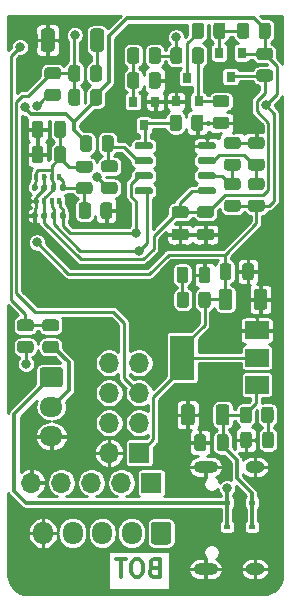
<source format=gbr>
G04 #@! TF.GenerationSoftware,KiCad,Pcbnew,5.1.8*
G04 #@! TF.CreationDate,2020-12-10T12:55:43+01:00*
G04 #@! TF.ProjectId,weather_station,77656174-6865-4725-9f73-746174696f6e,rev?*
G04 #@! TF.SameCoordinates,Original*
G04 #@! TF.FileFunction,Copper,L2,Bot*
G04 #@! TF.FilePolarity,Positive*
%FSLAX46Y46*%
G04 Gerber Fmt 4.6, Leading zero omitted, Abs format (unit mm)*
G04 Created by KiCad (PCBNEW 5.1.8) date 2020-12-10 12:55:43*
%MOMM*%
%LPD*%
G01*
G04 APERTURE LIST*
G04 #@! TA.AperFunction,NonConductor*
%ADD10C,0.300000*%
G04 #@! TD*
G04 #@! TA.AperFunction,ComponentPad*
%ADD11O,1.700000X1.950000*%
G04 #@! TD*
G04 #@! TA.AperFunction,SMDPad,CuDef*
%ADD12R,0.600000X0.450000*%
G04 #@! TD*
G04 #@! TA.AperFunction,ComponentPad*
%ADD13O,1.600000X1.000000*%
G04 #@! TD*
G04 #@! TA.AperFunction,ComponentPad*
%ADD14O,2.100000X1.000000*%
G04 #@! TD*
G04 #@! TA.AperFunction,SMDPad,CuDef*
%ADD15R,2.000000X3.800000*%
G04 #@! TD*
G04 #@! TA.AperFunction,SMDPad,CuDef*
%ADD16R,2.000000X1.500000*%
G04 #@! TD*
G04 #@! TA.AperFunction,ComponentPad*
%ADD17R,1.700000X1.700000*%
G04 #@! TD*
G04 #@! TA.AperFunction,ComponentPad*
%ADD18O,1.700000X1.700000*%
G04 #@! TD*
G04 #@! TA.AperFunction,ComponentPad*
%ADD19O,1.950000X1.700000*%
G04 #@! TD*
G04 #@! TA.AperFunction,SMDPad,CuDef*
%ADD20R,0.800000X0.900000*%
G04 #@! TD*
G04 #@! TA.AperFunction,SMDPad,CuDef*
%ADD21R,0.350000X0.500000*%
G04 #@! TD*
G04 #@! TA.AperFunction,ViaPad*
%ADD22C,0.800000*%
G04 #@! TD*
G04 #@! TA.AperFunction,Conductor*
%ADD23C,0.250000*%
G04 #@! TD*
G04 #@! TA.AperFunction,Conductor*
%ADD24C,0.500000*%
G04 #@! TD*
G04 #@! TA.AperFunction,Conductor*
%ADD25C,0.300000*%
G04 #@! TD*
G04 #@! TA.AperFunction,Conductor*
%ADD26C,0.100000*%
G04 #@! TD*
G04 APERTURE END LIST*
D10*
X150725000Y-135167857D02*
X150510714Y-135239285D01*
X150439285Y-135310714D01*
X150367857Y-135453571D01*
X150367857Y-135667857D01*
X150439285Y-135810714D01*
X150510714Y-135882142D01*
X150653571Y-135953571D01*
X151225000Y-135953571D01*
X151225000Y-134453571D01*
X150725000Y-134453571D01*
X150582142Y-134525000D01*
X150510714Y-134596428D01*
X150439285Y-134739285D01*
X150439285Y-134882142D01*
X150510714Y-135025000D01*
X150582142Y-135096428D01*
X150725000Y-135167857D01*
X151225000Y-135167857D01*
X149439285Y-134453571D02*
X149153571Y-134453571D01*
X149010714Y-134525000D01*
X148867857Y-134667857D01*
X148796428Y-134953571D01*
X148796428Y-135453571D01*
X148867857Y-135739285D01*
X149010714Y-135882142D01*
X149153571Y-135953571D01*
X149439285Y-135953571D01*
X149582142Y-135882142D01*
X149725000Y-135739285D01*
X149796428Y-135453571D01*
X149796428Y-134953571D01*
X149725000Y-134667857D01*
X149582142Y-134525000D01*
X149439285Y-134453571D01*
X148367857Y-134453571D02*
X147510714Y-134453571D01*
X147939285Y-135953571D02*
X147939285Y-134453571D01*
G04 #@! TA.AperFunction,SMDPad,CuDef*
G36*
G01*
X141360000Y-99715000D02*
X141360000Y-100665000D01*
G75*
G02*
X141110000Y-100915000I-250000J0D01*
G01*
X140610000Y-100915000D01*
G75*
G02*
X140360000Y-100665000I0J250000D01*
G01*
X140360000Y-99715000D01*
G75*
G02*
X140610000Y-99465000I250000J0D01*
G01*
X141110000Y-99465000D01*
G75*
G02*
X141360000Y-99715000I0J-250000D01*
G01*
G37*
G04 #@! TD.AperFunction*
G04 #@! TA.AperFunction,SMDPad,CuDef*
G36*
G01*
X143260000Y-99715000D02*
X143260000Y-100665000D01*
G75*
G02*
X143010000Y-100915000I-250000J0D01*
G01*
X142510000Y-100915000D01*
G75*
G02*
X142260000Y-100665000I0J250000D01*
G01*
X142260000Y-99715000D01*
G75*
G02*
X142510000Y-99465000I250000J0D01*
G01*
X143010000Y-99465000D01*
G75*
G02*
X143260000Y-99715000I0J-250000D01*
G01*
G37*
G04 #@! TD.AperFunction*
G04 #@! TA.AperFunction,SMDPad,CuDef*
G36*
G01*
X140370000Y-105500000D02*
X140370000Y-105225000D01*
G75*
G02*
X140495000Y-105100000I125000J0D01*
G01*
X140745000Y-105100000D01*
G75*
G02*
X140870000Y-105225000I0J-125000D01*
G01*
X140870000Y-105500000D01*
G75*
G02*
X140745000Y-105625000I-125000J0D01*
G01*
X140495000Y-105625000D01*
G75*
G02*
X140370000Y-105500000I0J125000D01*
G01*
G37*
G04 #@! TD.AperFunction*
G04 #@! TA.AperFunction,SMDPad,CuDef*
G36*
G01*
X141170000Y-105500000D02*
X141170000Y-105225000D01*
G75*
G02*
X141295000Y-105100000I125000J0D01*
G01*
X141545000Y-105100000D01*
G75*
G02*
X141670000Y-105225000I0J-125000D01*
G01*
X141670000Y-105500000D01*
G75*
G02*
X141545000Y-105625000I-125000J0D01*
G01*
X141295000Y-105625000D01*
G75*
G02*
X141170000Y-105500000I0J125000D01*
G01*
G37*
G04 #@! TD.AperFunction*
G04 #@! TA.AperFunction,SMDPad,CuDef*
G36*
G01*
X141970000Y-105500000D02*
X141970000Y-105225000D01*
G75*
G02*
X142095000Y-105100000I125000J0D01*
G01*
X142345000Y-105100000D01*
G75*
G02*
X142470000Y-105225000I0J-125000D01*
G01*
X142470000Y-105500000D01*
G75*
G02*
X142345000Y-105625000I-125000J0D01*
G01*
X142095000Y-105625000D01*
G75*
G02*
X141970000Y-105500000I0J125000D01*
G01*
G37*
G04 #@! TD.AperFunction*
G04 #@! TA.AperFunction,SMDPad,CuDef*
G36*
G01*
X142770000Y-105500000D02*
X142770000Y-105225000D01*
G75*
G02*
X142895000Y-105100000I125000J0D01*
G01*
X143145000Y-105100000D01*
G75*
G02*
X143270000Y-105225000I0J-125000D01*
G01*
X143270000Y-105500000D01*
G75*
G02*
X143145000Y-105625000I-125000J0D01*
G01*
X142895000Y-105625000D01*
G75*
G02*
X142770000Y-105500000I0J125000D01*
G01*
G37*
G04 #@! TD.AperFunction*
G04 #@! TA.AperFunction,SMDPad,CuDef*
G36*
G01*
X142770000Y-103125000D02*
X142770000Y-102850000D01*
G75*
G02*
X142895000Y-102725000I125000J0D01*
G01*
X143145000Y-102725000D01*
G75*
G02*
X143270000Y-102850000I0J-125000D01*
G01*
X143270000Y-103125000D01*
G75*
G02*
X143145000Y-103250000I-125000J0D01*
G01*
X142895000Y-103250000D01*
G75*
G02*
X142770000Y-103125000I0J125000D01*
G01*
G37*
G04 #@! TD.AperFunction*
G04 #@! TA.AperFunction,SMDPad,CuDef*
G36*
G01*
X141970000Y-103125000D02*
X141970000Y-102850000D01*
G75*
G02*
X142095000Y-102725000I125000J0D01*
G01*
X142345000Y-102725000D01*
G75*
G02*
X142470000Y-102850000I0J-125000D01*
G01*
X142470000Y-103125000D01*
G75*
G02*
X142345000Y-103250000I-125000J0D01*
G01*
X142095000Y-103250000D01*
G75*
G02*
X141970000Y-103125000I0J125000D01*
G01*
G37*
G04 #@! TD.AperFunction*
G04 #@! TA.AperFunction,SMDPad,CuDef*
G36*
G01*
X141170000Y-103125000D02*
X141170000Y-102850000D01*
G75*
G02*
X141295000Y-102725000I125000J0D01*
G01*
X141545000Y-102725000D01*
G75*
G02*
X141670000Y-102850000I0J-125000D01*
G01*
X141670000Y-103125000D01*
G75*
G02*
X141545000Y-103250000I-125000J0D01*
G01*
X141295000Y-103250000D01*
G75*
G02*
X141170000Y-103125000I0J125000D01*
G01*
G37*
G04 #@! TD.AperFunction*
G04 #@! TA.AperFunction,SMDPad,CuDef*
G36*
G01*
X140370000Y-103125000D02*
X140370000Y-102850000D01*
G75*
G02*
X140495000Y-102725000I125000J0D01*
G01*
X140745000Y-102725000D01*
G75*
G02*
X140870000Y-102850000I0J-125000D01*
G01*
X140870000Y-103125000D01*
G75*
G02*
X140745000Y-103250000I-125000J0D01*
G01*
X140495000Y-103250000D01*
G75*
G02*
X140370000Y-103125000I0J125000D01*
G01*
G37*
G04 #@! TD.AperFunction*
G04 #@! TA.AperFunction,ComponentPad*
G36*
G01*
X152180000Y-131515000D02*
X152180000Y-132965000D01*
G75*
G02*
X151930000Y-133215000I-250000J0D01*
G01*
X150730000Y-133215000D01*
G75*
G02*
X150480000Y-132965000I0J250000D01*
G01*
X150480000Y-131515000D01*
G75*
G02*
X150730000Y-131265000I250000J0D01*
G01*
X151930000Y-131265000D01*
G75*
G02*
X152180000Y-131515000I0J-250000D01*
G01*
G37*
G04 #@! TD.AperFunction*
D11*
X148830000Y-132240000D03*
X146330000Y-132240000D03*
X143830000Y-132240000D03*
X141330000Y-132240000D03*
D12*
X156920000Y-131720000D03*
X159020000Y-131720000D03*
G04 #@! TA.AperFunction,SMDPad,CuDef*
G36*
G01*
X141120000Y-91210000D02*
X141120000Y-89810000D01*
G75*
G02*
X141420000Y-89510000I300000J0D01*
G01*
X142020000Y-89510000D01*
G75*
G02*
X142320000Y-89810000I0J-300000D01*
G01*
X142320000Y-91210000D01*
G75*
G02*
X142020000Y-91510000I-300000J0D01*
G01*
X141420000Y-91510000D01*
G75*
G02*
X141120000Y-91210000I0J300000D01*
G01*
G37*
G04 #@! TD.AperFunction*
G04 #@! TA.AperFunction,SMDPad,CuDef*
G36*
G01*
X145320000Y-91210000D02*
X145320000Y-89810000D01*
G75*
G02*
X145620000Y-89510000I300000J0D01*
G01*
X146220000Y-89510000D01*
G75*
G02*
X146520000Y-89810000I0J-300000D01*
G01*
X146520000Y-91210000D01*
G75*
G02*
X146220000Y-91510000I-300000J0D01*
G01*
X145620000Y-91510000D01*
G75*
G02*
X145320000Y-91210000I0J300000D01*
G01*
G37*
G04 #@! TD.AperFunction*
G04 #@! TA.AperFunction,SMDPad,CuDef*
G36*
G01*
X154435000Y-103425000D02*
X154435000Y-103125000D01*
G75*
G02*
X154585000Y-102975000I150000J0D01*
G01*
X155835000Y-102975000D01*
G75*
G02*
X155985000Y-103125000I0J-150000D01*
G01*
X155985000Y-103425000D01*
G75*
G02*
X155835000Y-103575000I-150000J0D01*
G01*
X154585000Y-103575000D01*
G75*
G02*
X154435000Y-103425000I0J150000D01*
G01*
G37*
G04 #@! TD.AperFunction*
G04 #@! TA.AperFunction,SMDPad,CuDef*
G36*
G01*
X154435000Y-102155000D02*
X154435000Y-101855000D01*
G75*
G02*
X154585000Y-101705000I150000J0D01*
G01*
X155835000Y-101705000D01*
G75*
G02*
X155985000Y-101855000I0J-150000D01*
G01*
X155985000Y-102155000D01*
G75*
G02*
X155835000Y-102305000I-150000J0D01*
G01*
X154585000Y-102305000D01*
G75*
G02*
X154435000Y-102155000I0J150000D01*
G01*
G37*
G04 #@! TD.AperFunction*
G04 #@! TA.AperFunction,SMDPad,CuDef*
G36*
G01*
X154435000Y-100885000D02*
X154435000Y-100585000D01*
G75*
G02*
X154585000Y-100435000I150000J0D01*
G01*
X155835000Y-100435000D01*
G75*
G02*
X155985000Y-100585000I0J-150000D01*
G01*
X155985000Y-100885000D01*
G75*
G02*
X155835000Y-101035000I-150000J0D01*
G01*
X154585000Y-101035000D01*
G75*
G02*
X154435000Y-100885000I0J150000D01*
G01*
G37*
G04 #@! TD.AperFunction*
G04 #@! TA.AperFunction,SMDPad,CuDef*
G36*
G01*
X154435000Y-99615000D02*
X154435000Y-99315000D01*
G75*
G02*
X154585000Y-99165000I150000J0D01*
G01*
X155835000Y-99165000D01*
G75*
G02*
X155985000Y-99315000I0J-150000D01*
G01*
X155985000Y-99615000D01*
G75*
G02*
X155835000Y-99765000I-150000J0D01*
G01*
X154585000Y-99765000D01*
G75*
G02*
X154435000Y-99615000I0J150000D01*
G01*
G37*
G04 #@! TD.AperFunction*
G04 #@! TA.AperFunction,SMDPad,CuDef*
G36*
G01*
X149085000Y-99615000D02*
X149085000Y-99315000D01*
G75*
G02*
X149235000Y-99165000I150000J0D01*
G01*
X150485000Y-99165000D01*
G75*
G02*
X150635000Y-99315000I0J-150000D01*
G01*
X150635000Y-99615000D01*
G75*
G02*
X150485000Y-99765000I-150000J0D01*
G01*
X149235000Y-99765000D01*
G75*
G02*
X149085000Y-99615000I0J150000D01*
G01*
G37*
G04 #@! TD.AperFunction*
G04 #@! TA.AperFunction,SMDPad,CuDef*
G36*
G01*
X149085000Y-100885000D02*
X149085000Y-100585000D01*
G75*
G02*
X149235000Y-100435000I150000J0D01*
G01*
X150485000Y-100435000D01*
G75*
G02*
X150635000Y-100585000I0J-150000D01*
G01*
X150635000Y-100885000D01*
G75*
G02*
X150485000Y-101035000I-150000J0D01*
G01*
X149235000Y-101035000D01*
G75*
G02*
X149085000Y-100885000I0J150000D01*
G01*
G37*
G04 #@! TD.AperFunction*
G04 #@! TA.AperFunction,SMDPad,CuDef*
G36*
G01*
X149085000Y-102155000D02*
X149085000Y-101855000D01*
G75*
G02*
X149235000Y-101705000I150000J0D01*
G01*
X150485000Y-101705000D01*
G75*
G02*
X150635000Y-101855000I0J-150000D01*
G01*
X150635000Y-102155000D01*
G75*
G02*
X150485000Y-102305000I-150000J0D01*
G01*
X149235000Y-102305000D01*
G75*
G02*
X149085000Y-102155000I0J150000D01*
G01*
G37*
G04 #@! TD.AperFunction*
G04 #@! TA.AperFunction,SMDPad,CuDef*
G36*
G01*
X149085000Y-103425000D02*
X149085000Y-103125000D01*
G75*
G02*
X149235000Y-102975000I150000J0D01*
G01*
X150485000Y-102975000D01*
G75*
G02*
X150635000Y-103125000I0J-150000D01*
G01*
X150635000Y-103425000D01*
G75*
G02*
X150485000Y-103575000I-150000J0D01*
G01*
X149235000Y-103575000D01*
G75*
G02*
X149085000Y-103425000I0J150000D01*
G01*
G37*
G04 #@! TD.AperFunction*
D13*
X159275000Y-126650000D03*
X159275000Y-135290000D03*
D14*
X155095000Y-126650000D03*
X155095000Y-135290000D03*
D15*
X153135000Y-117380000D03*
D16*
X159435000Y-117380000D03*
X159435000Y-119680000D03*
X159435000Y-115080000D03*
D17*
X149465000Y-125455000D03*
D18*
X146925000Y-125455000D03*
X149465000Y-122915000D03*
X146925000Y-122915000D03*
X149465000Y-120375000D03*
X146925000Y-120375000D03*
X149465000Y-117835000D03*
X146925000Y-117835000D03*
D17*
X150510000Y-127980000D03*
D18*
X147970000Y-127980000D03*
X145430000Y-127980000D03*
X142890000Y-127980000D03*
X140350000Y-127980000D03*
G04 #@! TA.AperFunction,SMDPad,CuDef*
G36*
G01*
X152065000Y-97960002D02*
X152065000Y-97059998D01*
G75*
G02*
X152314998Y-96810000I249998J0D01*
G01*
X152840002Y-96810000D01*
G75*
G02*
X153090000Y-97059998I0J-249998D01*
G01*
X153090000Y-97960002D01*
G75*
G02*
X152840002Y-98210000I-249998J0D01*
G01*
X152314998Y-98210000D01*
G75*
G02*
X152065000Y-97960002I0J249998D01*
G01*
G37*
G04 #@! TD.AperFunction*
G04 #@! TA.AperFunction,SMDPad,CuDef*
G36*
G01*
X153890000Y-97960002D02*
X153890000Y-97059998D01*
G75*
G02*
X154139998Y-96810000I249998J0D01*
G01*
X154665002Y-96810000D01*
G75*
G02*
X154915000Y-97059998I0J-249998D01*
G01*
X154915000Y-97960002D01*
G75*
G02*
X154665002Y-98210000I-249998J0D01*
G01*
X154139998Y-98210000D01*
G75*
G02*
X153890000Y-97960002I0J249998D01*
G01*
G37*
G04 #@! TD.AperFunction*
D12*
X159030000Y-129670000D03*
X156930000Y-129670000D03*
G04 #@! TA.AperFunction,SMDPad,CuDef*
G36*
G01*
X159890000Y-124816250D02*
X159890000Y-123903750D01*
G75*
G02*
X160133750Y-123660000I243750J0D01*
G01*
X160621250Y-123660000D01*
G75*
G02*
X160865000Y-123903750I0J-243750D01*
G01*
X160865000Y-124816250D01*
G75*
G02*
X160621250Y-125060000I-243750J0D01*
G01*
X160133750Y-125060000D01*
G75*
G02*
X159890000Y-124816250I0J243750D01*
G01*
G37*
G04 #@! TD.AperFunction*
G04 #@! TA.AperFunction,SMDPad,CuDef*
G36*
G01*
X158015000Y-124816250D02*
X158015000Y-123903750D01*
G75*
G02*
X158258750Y-123660000I243750J0D01*
G01*
X158746250Y-123660000D01*
G75*
G02*
X158990000Y-123903750I0J-243750D01*
G01*
X158990000Y-124816250D01*
G75*
G02*
X158746250Y-125060000I-243750J0D01*
G01*
X158258750Y-125060000D01*
G75*
G02*
X158015000Y-124816250I0J243750D01*
G01*
G37*
G04 #@! TD.AperFunction*
G04 #@! TA.AperFunction,SMDPad,CuDef*
G36*
G01*
X157815002Y-105035000D02*
X156914998Y-105035000D01*
G75*
G02*
X156665000Y-104785002I0J249998D01*
G01*
X156665000Y-104259998D01*
G75*
G02*
X156914998Y-104010000I249998J0D01*
G01*
X157815002Y-104010000D01*
G75*
G02*
X158065000Y-104259998I0J-249998D01*
G01*
X158065000Y-104785002D01*
G75*
G02*
X157815002Y-105035000I-249998J0D01*
G01*
G37*
G04 #@! TD.AperFunction*
G04 #@! TA.AperFunction,SMDPad,CuDef*
G36*
G01*
X157815002Y-103210000D02*
X156914998Y-103210000D01*
G75*
G02*
X156665000Y-102960002I0J249998D01*
G01*
X156665000Y-102434998D01*
G75*
G02*
X156914998Y-102185000I249998J0D01*
G01*
X157815002Y-102185000D01*
G75*
G02*
X158065000Y-102434998I0J-249998D01*
G01*
X158065000Y-102960002D01*
G75*
G02*
X157815002Y-103210000I-249998J0D01*
G01*
G37*
G04 #@! TD.AperFunction*
G04 #@! TA.AperFunction,SMDPad,CuDef*
G36*
G01*
X144369998Y-100700000D02*
X145270002Y-100700000D01*
G75*
G02*
X145520000Y-100949998I0J-249998D01*
G01*
X145520000Y-101475002D01*
G75*
G02*
X145270002Y-101725000I-249998J0D01*
G01*
X144369998Y-101725000D01*
G75*
G02*
X144120000Y-101475002I0J249998D01*
G01*
X144120000Y-100949998D01*
G75*
G02*
X144369998Y-100700000I249998J0D01*
G01*
G37*
G04 #@! TD.AperFunction*
G04 #@! TA.AperFunction,SMDPad,CuDef*
G36*
G01*
X144369998Y-102525000D02*
X145270002Y-102525000D01*
G75*
G02*
X145520000Y-102774998I0J-249998D01*
G01*
X145520000Y-103300002D01*
G75*
G02*
X145270002Y-103550000I-249998J0D01*
G01*
X144369998Y-103550000D01*
G75*
G02*
X144120000Y-103300002I0J249998D01*
G01*
X144120000Y-102774998D01*
G75*
G02*
X144369998Y-102525000I249998J0D01*
G01*
G37*
G04 #@! TD.AperFunction*
G04 #@! TA.AperFunction,SMDPad,CuDef*
G36*
G01*
X159840002Y-103210000D02*
X158939998Y-103210000D01*
G75*
G02*
X158690000Y-102960002I0J249998D01*
G01*
X158690000Y-102434998D01*
G75*
G02*
X158939998Y-102185000I249998J0D01*
G01*
X159840002Y-102185000D01*
G75*
G02*
X160090000Y-102434998I0J-249998D01*
G01*
X160090000Y-102960002D01*
G75*
G02*
X159840002Y-103210000I-249998J0D01*
G01*
G37*
G04 #@! TD.AperFunction*
G04 #@! TA.AperFunction,SMDPad,CuDef*
G36*
G01*
X159840002Y-105035000D02*
X158939998Y-105035000D01*
G75*
G02*
X158690000Y-104785002I0J249998D01*
G01*
X158690000Y-104259998D01*
G75*
G02*
X158939998Y-104010000I249998J0D01*
G01*
X159840002Y-104010000D01*
G75*
G02*
X160090000Y-104259998I0J-249998D01*
G01*
X160090000Y-104785002D01*
G75*
G02*
X159840002Y-105035000I-249998J0D01*
G01*
G37*
G04 #@! TD.AperFunction*
G04 #@! TA.AperFunction,SMDPad,CuDef*
G36*
G01*
X155755000Y-90165002D02*
X155755000Y-89264998D01*
G75*
G02*
X156004998Y-89015000I249998J0D01*
G01*
X156530002Y-89015000D01*
G75*
G02*
X156780000Y-89264998I0J-249998D01*
G01*
X156780000Y-90165002D01*
G75*
G02*
X156530002Y-90415000I-249998J0D01*
G01*
X156004998Y-90415000D01*
G75*
G02*
X155755000Y-90165002I0J249998D01*
G01*
G37*
G04 #@! TD.AperFunction*
G04 #@! TA.AperFunction,SMDPad,CuDef*
G36*
G01*
X153930000Y-90165002D02*
X153930000Y-89264998D01*
G75*
G02*
X154179998Y-89015000I249998J0D01*
G01*
X154705002Y-89015000D01*
G75*
G02*
X154955000Y-89264998I0J-249998D01*
G01*
X154955000Y-90165002D01*
G75*
G02*
X154705002Y-90415000I-249998J0D01*
G01*
X154179998Y-90415000D01*
G75*
G02*
X153930000Y-90165002I0J249998D01*
G01*
G37*
G04 #@! TD.AperFunction*
G04 #@! TA.AperFunction,SMDPad,CuDef*
G36*
G01*
X157110000Y-121579999D02*
X157110000Y-122880001D01*
G75*
G02*
X156860001Y-123130000I-249999J0D01*
G01*
X156209999Y-123130000D01*
G75*
G02*
X155960000Y-122880001I0J249999D01*
G01*
X155960000Y-121579999D01*
G75*
G02*
X156209999Y-121330000I249999J0D01*
G01*
X156860001Y-121330000D01*
G75*
G02*
X157110000Y-121579999I0J-249999D01*
G01*
G37*
G04 #@! TD.AperFunction*
G04 #@! TA.AperFunction,SMDPad,CuDef*
G36*
G01*
X154160000Y-121579999D02*
X154160000Y-122880001D01*
G75*
G02*
X153910001Y-123130000I-249999J0D01*
G01*
X153259999Y-123130000D01*
G75*
G02*
X153010000Y-122880001I0J249999D01*
G01*
X153010000Y-121579999D01*
G75*
G02*
X153259999Y-121330000I249999J0D01*
G01*
X153910001Y-121330000D01*
G75*
G02*
X154160000Y-121579999I0J-249999D01*
G01*
G37*
G04 #@! TD.AperFunction*
G04 #@! TA.AperFunction,SMDPad,CuDef*
G36*
G01*
X155135000Y-124105000D02*
X155135000Y-125055000D01*
G75*
G02*
X154885000Y-125305000I-250000J0D01*
G01*
X154385000Y-125305000D01*
G75*
G02*
X154135000Y-125055000I0J250000D01*
G01*
X154135000Y-124105000D01*
G75*
G02*
X154385000Y-123855000I250000J0D01*
G01*
X154885000Y-123855000D01*
G75*
G02*
X155135000Y-124105000I0J-250000D01*
G01*
G37*
G04 #@! TD.AperFunction*
G04 #@! TA.AperFunction,SMDPad,CuDef*
G36*
G01*
X157035000Y-124105000D02*
X157035000Y-125055000D01*
G75*
G02*
X156785000Y-125305000I-250000J0D01*
G01*
X156285000Y-125305000D01*
G75*
G02*
X156035000Y-125055000I0J250000D01*
G01*
X156035000Y-124105000D01*
G75*
G02*
X156285000Y-123855000I250000J0D01*
G01*
X156785000Y-123855000D01*
G75*
G02*
X157035000Y-124105000I0J-250000D01*
G01*
G37*
G04 #@! TD.AperFunction*
G04 #@! TA.AperFunction,SMDPad,CuDef*
G36*
G01*
X156280000Y-110585000D02*
X156280000Y-109635000D01*
G75*
G02*
X156530000Y-109385000I250000J0D01*
G01*
X157030000Y-109385000D01*
G75*
G02*
X157280000Y-109635000I0J-250000D01*
G01*
X157280000Y-110585000D01*
G75*
G02*
X157030000Y-110835000I-250000J0D01*
G01*
X156530000Y-110835000D01*
G75*
G02*
X156280000Y-110585000I0J250000D01*
G01*
G37*
G04 #@! TD.AperFunction*
G04 #@! TA.AperFunction,SMDPad,CuDef*
G36*
G01*
X158180000Y-110585000D02*
X158180000Y-109635000D01*
G75*
G02*
X158430000Y-109385000I250000J0D01*
G01*
X158930000Y-109385000D01*
G75*
G02*
X159180000Y-109635000I0J-250000D01*
G01*
X159180000Y-110585000D01*
G75*
G02*
X158930000Y-110835000I-250000J0D01*
G01*
X158430000Y-110835000D01*
G75*
G02*
X158180000Y-110585000I0J250000D01*
G01*
G37*
G04 #@! TD.AperFunction*
G04 #@! TA.AperFunction,SMDPad,CuDef*
G36*
G01*
X159155000Y-113110001D02*
X159155000Y-111809999D01*
G75*
G02*
X159404999Y-111560000I249999J0D01*
G01*
X160055001Y-111560000D01*
G75*
G02*
X160305000Y-111809999I0J-249999D01*
G01*
X160305000Y-113110001D01*
G75*
G02*
X160055001Y-113360000I-249999J0D01*
G01*
X159404999Y-113360000D01*
G75*
G02*
X159155000Y-113110001I0J249999D01*
G01*
G37*
G04 #@! TD.AperFunction*
G04 #@! TA.AperFunction,SMDPad,CuDef*
G36*
G01*
X156205000Y-113110001D02*
X156205000Y-111809999D01*
G75*
G02*
X156454999Y-111560000I249999J0D01*
G01*
X157105001Y-111560000D01*
G75*
G02*
X157355000Y-111809999I0J-249999D01*
G01*
X157355000Y-113110001D01*
G75*
G02*
X157105001Y-113360000I-249999J0D01*
G01*
X156454999Y-113360000D01*
G75*
G02*
X156205000Y-113110001I0J249999D01*
G01*
G37*
G04 #@! TD.AperFunction*
G04 #@! TA.AperFunction,SMDPad,CuDef*
G36*
G01*
X152460000Y-106470000D02*
X153410000Y-106470000D01*
G75*
G02*
X153660000Y-106720000I0J-250000D01*
G01*
X153660000Y-107220000D01*
G75*
G02*
X153410000Y-107470000I-250000J0D01*
G01*
X152460000Y-107470000D01*
G75*
G02*
X152210000Y-107220000I0J250000D01*
G01*
X152210000Y-106720000D01*
G75*
G02*
X152460000Y-106470000I250000J0D01*
G01*
G37*
G04 #@! TD.AperFunction*
G04 #@! TA.AperFunction,SMDPad,CuDef*
G36*
G01*
X152460000Y-104570000D02*
X153410000Y-104570000D01*
G75*
G02*
X153660000Y-104820000I0J-250000D01*
G01*
X153660000Y-105320000D01*
G75*
G02*
X153410000Y-105570000I-250000J0D01*
G01*
X152460000Y-105570000D01*
G75*
G02*
X152210000Y-105320000I0J250000D01*
G01*
X152210000Y-104820000D01*
G75*
G02*
X152460000Y-104570000I250000J0D01*
G01*
G37*
G04 #@! TD.AperFunction*
G04 #@! TA.AperFunction,SMDPad,CuDef*
G36*
G01*
X154610000Y-106470000D02*
X155560000Y-106470000D01*
G75*
G02*
X155810000Y-106720000I0J-250000D01*
G01*
X155810000Y-107220000D01*
G75*
G02*
X155560000Y-107470000I-250000J0D01*
G01*
X154610000Y-107470000D01*
G75*
G02*
X154360000Y-107220000I0J250000D01*
G01*
X154360000Y-106720000D01*
G75*
G02*
X154610000Y-106470000I250000J0D01*
G01*
G37*
G04 #@! TD.AperFunction*
G04 #@! TA.AperFunction,SMDPad,CuDef*
G36*
G01*
X154610000Y-104570000D02*
X155560000Y-104570000D01*
G75*
G02*
X155810000Y-104820000I0J-250000D01*
G01*
X155810000Y-105320000D01*
G75*
G02*
X155560000Y-105570000I-250000J0D01*
G01*
X154610000Y-105570000D01*
G75*
G02*
X154360000Y-105320000I0J250000D01*
G01*
X154360000Y-104820000D01*
G75*
G02*
X154610000Y-104570000I250000J0D01*
G01*
G37*
G04 #@! TD.AperFunction*
G04 #@! TA.AperFunction,SMDPad,CuDef*
G36*
G01*
X141370000Y-97585000D02*
X141370000Y-98535000D01*
G75*
G02*
X141120000Y-98785000I-250000J0D01*
G01*
X140620000Y-98785000D01*
G75*
G02*
X140370000Y-98535000I0J250000D01*
G01*
X140370000Y-97585000D01*
G75*
G02*
X140620000Y-97335000I250000J0D01*
G01*
X141120000Y-97335000D01*
G75*
G02*
X141370000Y-97585000I0J-250000D01*
G01*
G37*
G04 #@! TD.AperFunction*
G04 #@! TA.AperFunction,SMDPad,CuDef*
G36*
G01*
X143270000Y-97585000D02*
X143270000Y-98535000D01*
G75*
G02*
X143020000Y-98785000I-250000J0D01*
G01*
X142520000Y-98785000D01*
G75*
G02*
X142270000Y-98535000I0J250000D01*
G01*
X142270000Y-97585000D01*
G75*
G02*
X142520000Y-97335000I250000J0D01*
G01*
X143020000Y-97335000D01*
G75*
G02*
X143270000Y-97585000I0J-250000D01*
G01*
G37*
G04 #@! TD.AperFunction*
G04 #@! TA.AperFunction,SMDPad,CuDef*
G36*
G01*
X155495000Y-109923750D02*
X155495000Y-110836250D01*
G75*
G02*
X155251250Y-111080000I-243750J0D01*
G01*
X154763750Y-111080000D01*
G75*
G02*
X154520000Y-110836250I0J243750D01*
G01*
X154520000Y-109923750D01*
G75*
G02*
X154763750Y-109680000I243750J0D01*
G01*
X155251250Y-109680000D01*
G75*
G02*
X155495000Y-109923750I0J-243750D01*
G01*
G37*
G04 #@! TD.AperFunction*
G04 #@! TA.AperFunction,SMDPad,CuDef*
G36*
G01*
X153620000Y-109923750D02*
X153620000Y-110836250D01*
G75*
G02*
X153376250Y-111080000I-243750J0D01*
G01*
X152888750Y-111080000D01*
G75*
G02*
X152645000Y-110836250I0J243750D01*
G01*
X152645000Y-109923750D01*
G75*
G02*
X152888750Y-109680000I243750J0D01*
G01*
X153376250Y-109680000D01*
G75*
G02*
X153620000Y-109923750I0J-243750D01*
G01*
G37*
G04 #@! TD.AperFunction*
G04 #@! TA.AperFunction,ComponentPad*
G36*
G01*
X141305000Y-118200000D02*
X142755000Y-118200000D01*
G75*
G02*
X143005000Y-118450000I0J-250000D01*
G01*
X143005000Y-119650000D01*
G75*
G02*
X142755000Y-119900000I-250000J0D01*
G01*
X141305000Y-119900000D01*
G75*
G02*
X141055000Y-119650000I0J250000D01*
G01*
X141055000Y-118450000D01*
G75*
G02*
X141305000Y-118200000I250000J0D01*
G01*
G37*
G04 #@! TD.AperFunction*
D19*
X142030000Y-121550000D03*
X142030000Y-124050000D03*
D20*
X156255000Y-91590000D03*
X158155000Y-91590000D03*
X157205000Y-93590000D03*
X148930000Y-95715000D03*
X150830000Y-95715000D03*
X149880000Y-97715000D03*
X153555000Y-93690000D03*
X152605000Y-95690000D03*
X154505000Y-95690000D03*
G04 #@! TA.AperFunction,SMDPad,CuDef*
G36*
G01*
X144500000Y-94899998D02*
X144500000Y-95800002D01*
G75*
G02*
X144250002Y-96050000I-249998J0D01*
G01*
X143724998Y-96050000D01*
G75*
G02*
X143475000Y-95800002I0J249998D01*
G01*
X143475000Y-94899998D01*
G75*
G02*
X143724998Y-94650000I249998J0D01*
G01*
X144250002Y-94650000D01*
G75*
G02*
X144500000Y-94899998I0J-249998D01*
G01*
G37*
G04 #@! TD.AperFunction*
G04 #@! TA.AperFunction,SMDPad,CuDef*
G36*
G01*
X146325000Y-94899998D02*
X146325000Y-95800002D01*
G75*
G02*
X146075002Y-96050000I-249998J0D01*
G01*
X145549998Y-96050000D01*
G75*
G02*
X145300000Y-95800002I0J249998D01*
G01*
X145300000Y-94899998D01*
G75*
G02*
X145549998Y-94650000I249998J0D01*
G01*
X146075002Y-94650000D01*
G75*
G02*
X146325000Y-94899998I0J-249998D01*
G01*
G37*
G04 #@! TD.AperFunction*
G04 #@! TA.AperFunction,SMDPad,CuDef*
G36*
G01*
X143475000Y-93775002D02*
X143475000Y-92874998D01*
G75*
G02*
X143724998Y-92625000I249998J0D01*
G01*
X144250002Y-92625000D01*
G75*
G02*
X144500000Y-92874998I0J-249998D01*
G01*
X144500000Y-93775002D01*
G75*
G02*
X144250002Y-94025000I-249998J0D01*
G01*
X143724998Y-94025000D01*
G75*
G02*
X143475000Y-93775002I0J249998D01*
G01*
G37*
G04 #@! TD.AperFunction*
G04 #@! TA.AperFunction,SMDPad,CuDef*
G36*
G01*
X145300000Y-93775002D02*
X145300000Y-92874998D01*
G75*
G02*
X145549998Y-92625000I249998J0D01*
G01*
X146075002Y-92625000D01*
G75*
G02*
X146325000Y-92874998I0J-249998D01*
G01*
X146325000Y-93775002D01*
G75*
G02*
X146075002Y-94025000I-249998J0D01*
G01*
X145549998Y-94025000D01*
G75*
G02*
X145300000Y-93775002I0J249998D01*
G01*
G37*
G04 #@! TD.AperFunction*
G04 #@! TA.AperFunction,SMDPad,CuDef*
G36*
G01*
X140280002Y-115170000D02*
X139379998Y-115170000D01*
G75*
G02*
X139130000Y-114920002I0J249998D01*
G01*
X139130000Y-114394998D01*
G75*
G02*
X139379998Y-114145000I249998J0D01*
G01*
X140280002Y-114145000D01*
G75*
G02*
X140530000Y-114394998I0J-249998D01*
G01*
X140530000Y-114920002D01*
G75*
G02*
X140280002Y-115170000I-249998J0D01*
G01*
G37*
G04 #@! TD.AperFunction*
G04 #@! TA.AperFunction,SMDPad,CuDef*
G36*
G01*
X140280002Y-116995000D02*
X139379998Y-116995000D01*
G75*
G02*
X139130000Y-116745002I0J249998D01*
G01*
X139130000Y-116219998D01*
G75*
G02*
X139379998Y-115970000I249998J0D01*
G01*
X140280002Y-115970000D01*
G75*
G02*
X140530000Y-116219998I0J-249998D01*
G01*
X140530000Y-116745002D01*
G75*
G02*
X140280002Y-116995000I-249998J0D01*
G01*
G37*
G04 #@! TD.AperFunction*
G04 #@! TA.AperFunction,SMDPad,CuDef*
G36*
G01*
X141529998Y-114145000D02*
X142430002Y-114145000D01*
G75*
G02*
X142680000Y-114394998I0J-249998D01*
G01*
X142680000Y-114920002D01*
G75*
G02*
X142430002Y-115170000I-249998J0D01*
G01*
X141529998Y-115170000D01*
G75*
G02*
X141280000Y-114920002I0J249998D01*
G01*
X141280000Y-114394998D01*
G75*
G02*
X141529998Y-114145000I249998J0D01*
G01*
G37*
G04 #@! TD.AperFunction*
G04 #@! TA.AperFunction,SMDPad,CuDef*
G36*
G01*
X141529998Y-115970000D02*
X142430002Y-115970000D01*
G75*
G02*
X142680000Y-116219998I0J-249998D01*
G01*
X142680000Y-116745002D01*
G75*
G02*
X142430002Y-116995000I-249998J0D01*
G01*
X141529998Y-116995000D01*
G75*
G02*
X141280000Y-116745002I0J249998D01*
G01*
X141280000Y-116219998D01*
G75*
G02*
X141529998Y-115970000I249998J0D01*
G01*
G37*
G04 #@! TD.AperFunction*
G04 #@! TA.AperFunction,SMDPad,CuDef*
G36*
G01*
X146499998Y-100687500D02*
X147400002Y-100687500D01*
G75*
G02*
X147650000Y-100937498I0J-249998D01*
G01*
X147650000Y-101462502D01*
G75*
G02*
X147400002Y-101712500I-249998J0D01*
G01*
X146499998Y-101712500D01*
G75*
G02*
X146250000Y-101462502I0J249998D01*
G01*
X146250000Y-100937498D01*
G75*
G02*
X146499998Y-100687500I249998J0D01*
G01*
G37*
G04 #@! TD.AperFunction*
G04 #@! TA.AperFunction,SMDPad,CuDef*
G36*
G01*
X146499998Y-102512500D02*
X147400002Y-102512500D01*
G75*
G02*
X147650000Y-102762498I0J-249998D01*
G01*
X147650000Y-103287502D01*
G75*
G02*
X147400002Y-103537500I-249998J0D01*
G01*
X146499998Y-103537500D01*
G75*
G02*
X146250000Y-103287502I0J249998D01*
G01*
X146250000Y-102762498D01*
G75*
G02*
X146499998Y-102512500I249998J0D01*
G01*
G37*
G04 #@! TD.AperFunction*
G04 #@! TA.AperFunction,SMDPad,CuDef*
G36*
G01*
X141699998Y-94625000D02*
X142600002Y-94625000D01*
G75*
G02*
X142850000Y-94874998I0J-249998D01*
G01*
X142850000Y-95400002D01*
G75*
G02*
X142600002Y-95650000I-249998J0D01*
G01*
X141699998Y-95650000D01*
G75*
G02*
X141450000Y-95400002I0J249998D01*
G01*
X141450000Y-94874998D01*
G75*
G02*
X141699998Y-94625000I249998J0D01*
G01*
G37*
G04 #@! TD.AperFunction*
G04 #@! TA.AperFunction,SMDPad,CuDef*
G36*
G01*
X141699998Y-92800000D02*
X142600002Y-92800000D01*
G75*
G02*
X142850000Y-93049998I0J-249998D01*
G01*
X142850000Y-93575002D01*
G75*
G02*
X142600002Y-93825000I-249998J0D01*
G01*
X141699998Y-93825000D01*
G75*
G02*
X141450000Y-93575002I0J249998D01*
G01*
X141450000Y-93049998D01*
G75*
G02*
X141699998Y-92800000I249998J0D01*
G01*
G37*
G04 #@! TD.AperFunction*
G04 #@! TA.AperFunction,SMDPad,CuDef*
G36*
G01*
X155515000Y-112039998D02*
X155515000Y-112940002D01*
G75*
G02*
X155265002Y-113190000I-249998J0D01*
G01*
X154739998Y-113190000D01*
G75*
G02*
X154490000Y-112940002I0J249998D01*
G01*
X154490000Y-112039998D01*
G75*
G02*
X154739998Y-111790000I249998J0D01*
G01*
X155265002Y-111790000D01*
G75*
G02*
X155515000Y-112039998I0J-249998D01*
G01*
G37*
G04 #@! TD.AperFunction*
G04 #@! TA.AperFunction,SMDPad,CuDef*
G36*
G01*
X153690000Y-112039998D02*
X153690000Y-112940002D01*
G75*
G02*
X153440002Y-113190000I-249998J0D01*
G01*
X152914998Y-113190000D01*
G75*
G02*
X152665000Y-112940002I0J249998D01*
G01*
X152665000Y-112039998D01*
G75*
G02*
X152914998Y-111790000I249998J0D01*
G01*
X153440002Y-111790000D01*
G75*
G02*
X153690000Y-112039998I0J-249998D01*
G01*
G37*
G04 #@! TD.AperFunction*
G04 #@! TA.AperFunction,SMDPad,CuDef*
G36*
G01*
X157995000Y-122690002D02*
X157995000Y-121789998D01*
G75*
G02*
X158244998Y-121540000I249998J0D01*
G01*
X158770002Y-121540000D01*
G75*
G02*
X159020000Y-121789998I0J-249998D01*
G01*
X159020000Y-122690002D01*
G75*
G02*
X158770002Y-122940000I-249998J0D01*
G01*
X158244998Y-122940000D01*
G75*
G02*
X157995000Y-122690002I0J249998D01*
G01*
G37*
G04 #@! TD.AperFunction*
G04 #@! TA.AperFunction,SMDPad,CuDef*
G36*
G01*
X159820000Y-122690002D02*
X159820000Y-121789998D01*
G75*
G02*
X160069998Y-121540000I249998J0D01*
G01*
X160595002Y-121540000D01*
G75*
G02*
X160845000Y-121789998I0J-249998D01*
G01*
X160845000Y-122690002D01*
G75*
G02*
X160595002Y-122940000I-249998J0D01*
G01*
X160069998Y-122940000D01*
G75*
G02*
X159820000Y-122690002I0J249998D01*
G01*
G37*
G04 #@! TD.AperFunction*
G04 #@! TA.AperFunction,SMDPad,CuDef*
G36*
G01*
X159654998Y-92990000D02*
X160555002Y-92990000D01*
G75*
G02*
X160805000Y-93239998I0J-249998D01*
G01*
X160805000Y-93765002D01*
G75*
G02*
X160555002Y-94015000I-249998J0D01*
G01*
X159654998Y-94015000D01*
G75*
G02*
X159405000Y-93765002I0J249998D01*
G01*
X159405000Y-93239998D01*
G75*
G02*
X159654998Y-92990000I249998J0D01*
G01*
G37*
G04 #@! TD.AperFunction*
G04 #@! TA.AperFunction,SMDPad,CuDef*
G36*
G01*
X159654998Y-91165000D02*
X160555002Y-91165000D01*
G75*
G02*
X160805000Y-91414998I0J-249998D01*
G01*
X160805000Y-91940002D01*
G75*
G02*
X160555002Y-92190000I-249998J0D01*
G01*
X159654998Y-92190000D01*
G75*
G02*
X159405000Y-91940002I0J249998D01*
G01*
X159405000Y-91414998D01*
G75*
G02*
X159654998Y-91165000I249998J0D01*
G01*
G37*
G04 #@! TD.AperFunction*
G04 #@! TA.AperFunction,SMDPad,CuDef*
G36*
G01*
X146287500Y-99720002D02*
X146287500Y-98819998D01*
G75*
G02*
X146537498Y-98570000I249998J0D01*
G01*
X147062502Y-98570000D01*
G75*
G02*
X147312500Y-98819998I0J-249998D01*
G01*
X147312500Y-99720002D01*
G75*
G02*
X147062502Y-99970000I-249998J0D01*
G01*
X146537498Y-99970000D01*
G75*
G02*
X146287500Y-99720002I0J249998D01*
G01*
G37*
G04 #@! TD.AperFunction*
G04 #@! TA.AperFunction,SMDPad,CuDef*
G36*
G01*
X144462500Y-99720002D02*
X144462500Y-98819998D01*
G75*
G02*
X144712498Y-98570000I249998J0D01*
G01*
X145237502Y-98570000D01*
G75*
G02*
X145487500Y-98819998I0J-249998D01*
G01*
X145487500Y-99720002D01*
G75*
G02*
X145237502Y-99970000I-249998J0D01*
G01*
X144712498Y-99970000D01*
G75*
G02*
X144462500Y-99720002I0J249998D01*
G01*
G37*
G04 #@! TD.AperFunction*
G04 #@! TA.AperFunction,SMDPad,CuDef*
G36*
G01*
X160605000Y-89264998D02*
X160605000Y-90165002D01*
G75*
G02*
X160355002Y-90415000I-249998J0D01*
G01*
X159829998Y-90415000D01*
G75*
G02*
X159580000Y-90165002I0J249998D01*
G01*
X159580000Y-89264998D01*
G75*
G02*
X159829998Y-89015000I249998J0D01*
G01*
X160355002Y-89015000D01*
G75*
G02*
X160605000Y-89264998I0J-249998D01*
G01*
G37*
G04 #@! TD.AperFunction*
G04 #@! TA.AperFunction,SMDPad,CuDef*
G36*
G01*
X158780000Y-89264998D02*
X158780000Y-90165002D01*
G75*
G02*
X158530002Y-90415000I-249998J0D01*
G01*
X158004998Y-90415000D01*
G75*
G02*
X157755000Y-90165002I0J249998D01*
G01*
X157755000Y-89264998D01*
G75*
G02*
X158004998Y-89015000I249998J0D01*
G01*
X158530002Y-89015000D01*
G75*
G02*
X158780000Y-89264998I0J-249998D01*
G01*
G37*
G04 #@! TD.AperFunction*
G04 #@! TA.AperFunction,SMDPad,CuDef*
G36*
G01*
X148455000Y-94365002D02*
X148455000Y-93464998D01*
G75*
G02*
X148704998Y-93215000I249998J0D01*
G01*
X149230002Y-93215000D01*
G75*
G02*
X149480000Y-93464998I0J-249998D01*
G01*
X149480000Y-94365002D01*
G75*
G02*
X149230002Y-94615000I-249998J0D01*
G01*
X148704998Y-94615000D01*
G75*
G02*
X148455000Y-94365002I0J249998D01*
G01*
G37*
G04 #@! TD.AperFunction*
G04 #@! TA.AperFunction,SMDPad,CuDef*
G36*
G01*
X150280000Y-94365002D02*
X150280000Y-93464998D01*
G75*
G02*
X150529998Y-93215000I249998J0D01*
G01*
X151055002Y-93215000D01*
G75*
G02*
X151305000Y-93464998I0J-249998D01*
G01*
X151305000Y-94365002D01*
G75*
G02*
X151055002Y-94615000I-249998J0D01*
G01*
X150529998Y-94615000D01*
G75*
G02*
X150280000Y-94365002I0J249998D01*
G01*
G37*
G04 #@! TD.AperFunction*
G04 #@! TA.AperFunction,SMDPad,CuDef*
G36*
G01*
X149480000Y-91364998D02*
X149480000Y-92265002D01*
G75*
G02*
X149230002Y-92515000I-249998J0D01*
G01*
X148704998Y-92515000D01*
G75*
G02*
X148455000Y-92265002I0J249998D01*
G01*
X148455000Y-91364998D01*
G75*
G02*
X148704998Y-91115000I249998J0D01*
G01*
X149230002Y-91115000D01*
G75*
G02*
X149480000Y-91364998I0J-249998D01*
G01*
G37*
G04 #@! TD.AperFunction*
G04 #@! TA.AperFunction,SMDPad,CuDef*
G36*
G01*
X151305000Y-91364998D02*
X151305000Y-92265002D01*
G75*
G02*
X151055002Y-92515000I-249998J0D01*
G01*
X150529998Y-92515000D01*
G75*
G02*
X150280000Y-92265002I0J249998D01*
G01*
X150280000Y-91364998D01*
G75*
G02*
X150529998Y-91115000I249998J0D01*
G01*
X151055002Y-91115000D01*
G75*
G02*
X151305000Y-91364998I0J-249998D01*
G01*
G37*
G04 #@! TD.AperFunction*
G04 #@! TA.AperFunction,SMDPad,CuDef*
G36*
G01*
X157815002Y-101560000D02*
X156914998Y-101560000D01*
G75*
G02*
X156665000Y-101310002I0J249998D01*
G01*
X156665000Y-100784998D01*
G75*
G02*
X156914998Y-100535000I249998J0D01*
G01*
X157815002Y-100535000D01*
G75*
G02*
X158065000Y-100784998I0J-249998D01*
G01*
X158065000Y-101310002D01*
G75*
G02*
X157815002Y-101560000I-249998J0D01*
G01*
G37*
G04 #@! TD.AperFunction*
G04 #@! TA.AperFunction,SMDPad,CuDef*
G36*
G01*
X157815002Y-99735000D02*
X156914998Y-99735000D01*
G75*
G02*
X156665000Y-99485002I0J249998D01*
G01*
X156665000Y-98959998D01*
G75*
G02*
X156914998Y-98710000I249998J0D01*
G01*
X157815002Y-98710000D01*
G75*
G02*
X158065000Y-98959998I0J-249998D01*
G01*
X158065000Y-99485002D01*
G75*
G02*
X157815002Y-99735000I-249998J0D01*
G01*
G37*
G04 #@! TD.AperFunction*
G04 #@! TA.AperFunction,SMDPad,CuDef*
G36*
G01*
X159840002Y-99735000D02*
X158939998Y-99735000D01*
G75*
G02*
X158690000Y-99485002I0J249998D01*
G01*
X158690000Y-98959998D01*
G75*
G02*
X158939998Y-98710000I249998J0D01*
G01*
X159840002Y-98710000D01*
G75*
G02*
X160090000Y-98959998I0J-249998D01*
G01*
X160090000Y-99485002D01*
G75*
G02*
X159840002Y-99735000I-249998J0D01*
G01*
G37*
G04 #@! TD.AperFunction*
G04 #@! TA.AperFunction,SMDPad,CuDef*
G36*
G01*
X159840002Y-101560000D02*
X158939998Y-101560000D01*
G75*
G02*
X158690000Y-101310002I0J249998D01*
G01*
X158690000Y-100784998D01*
G75*
G02*
X158939998Y-100535000I249998J0D01*
G01*
X159840002Y-100535000D01*
G75*
G02*
X160090000Y-100784998I0J-249998D01*
G01*
X160090000Y-101310002D01*
G75*
G02*
X159840002Y-101560000I-249998J0D01*
G01*
G37*
G04 #@! TD.AperFunction*
G04 #@! TA.AperFunction,SMDPad,CuDef*
G36*
G01*
X155949998Y-95175000D02*
X156850002Y-95175000D01*
G75*
G02*
X157100000Y-95424998I0J-249998D01*
G01*
X157100000Y-95950002D01*
G75*
G02*
X156850002Y-96200000I-249998J0D01*
G01*
X155949998Y-96200000D01*
G75*
G02*
X155700000Y-95950002I0J249998D01*
G01*
X155700000Y-95424998D01*
G75*
G02*
X155949998Y-95175000I249998J0D01*
G01*
G37*
G04 #@! TD.AperFunction*
G04 #@! TA.AperFunction,SMDPad,CuDef*
G36*
G01*
X155949998Y-97000000D02*
X156850002Y-97000000D01*
G75*
G02*
X157100000Y-97249998I0J-249998D01*
G01*
X157100000Y-97775002D01*
G75*
G02*
X156850002Y-98025000I-249998J0D01*
G01*
X155949998Y-98025000D01*
G75*
G02*
X155700000Y-97775002I0J249998D01*
G01*
X155700000Y-97249998D01*
G75*
G02*
X155949998Y-97000000I249998J0D01*
G01*
G37*
G04 #@! TD.AperFunction*
G04 #@! TA.AperFunction,SMDPad,CuDef*
G36*
G01*
X153930000Y-92265002D02*
X153930000Y-91364998D01*
G75*
G02*
X154179998Y-91115000I249998J0D01*
G01*
X154705002Y-91115000D01*
G75*
G02*
X154955000Y-91364998I0J-249998D01*
G01*
X154955000Y-92265002D01*
G75*
G02*
X154705002Y-92515000I-249998J0D01*
G01*
X154179998Y-92515000D01*
G75*
G02*
X153930000Y-92265002I0J249998D01*
G01*
G37*
G04 #@! TD.AperFunction*
G04 #@! TA.AperFunction,SMDPad,CuDef*
G36*
G01*
X152105000Y-92265002D02*
X152105000Y-91364998D01*
G75*
G02*
X152354998Y-91115000I249998J0D01*
G01*
X152880002Y-91115000D01*
G75*
G02*
X153130000Y-91364998I0J-249998D01*
G01*
X153130000Y-92265002D01*
G75*
G02*
X152880002Y-92515000I-249998J0D01*
G01*
X152354998Y-92515000D01*
G75*
G02*
X152105000Y-92265002I0J249998D01*
G01*
G37*
G04 #@! TD.AperFunction*
G04 #@! TA.AperFunction,SMDPad,CuDef*
G36*
G01*
X146180000Y-105390002D02*
X146180000Y-104489998D01*
G75*
G02*
X146429998Y-104240000I249998J0D01*
G01*
X146955002Y-104240000D01*
G75*
G02*
X147205000Y-104489998I0J-249998D01*
G01*
X147205000Y-105390002D01*
G75*
G02*
X146955002Y-105640000I-249998J0D01*
G01*
X146429998Y-105640000D01*
G75*
G02*
X146180000Y-105390002I0J249998D01*
G01*
G37*
G04 #@! TD.AperFunction*
G04 #@! TA.AperFunction,SMDPad,CuDef*
G36*
G01*
X144355000Y-105390002D02*
X144355000Y-104489998D01*
G75*
G02*
X144604998Y-104240000I249998J0D01*
G01*
X145130002Y-104240000D01*
G75*
G02*
X145380000Y-104489998I0J-249998D01*
G01*
X145380000Y-105390002D01*
G75*
G02*
X145130002Y-105640000I-249998J0D01*
G01*
X144604998Y-105640000D01*
G75*
G02*
X144355000Y-105390002I0J249998D01*
G01*
G37*
G04 #@! TD.AperFunction*
D21*
X142720000Y-104125000D03*
X142070000Y-104125000D03*
X141420000Y-104125000D03*
X140770000Y-104125000D03*
X140770000Y-102075000D03*
X141420000Y-102075000D03*
X142070000Y-102075000D03*
X142720000Y-102075000D03*
D22*
X152170000Y-99250000D03*
X152370000Y-101600000D03*
X139360000Y-120010000D03*
X141470000Y-126420000D03*
X160750000Y-129080000D03*
X152180000Y-93940000D03*
X146920000Y-88960000D03*
X145050000Y-130820000D03*
X147640000Y-130780000D03*
X156890000Y-115540000D03*
X153040000Y-114320000D03*
X150170000Y-111220000D03*
X160110000Y-106700000D03*
X152240000Y-125630000D03*
X145710000Y-124150000D03*
X158000000Y-105930000D03*
X152670000Y-120260000D03*
X141230000Y-109720000D03*
X148290000Y-101880000D03*
X139620000Y-89300000D03*
X139080000Y-130900000D03*
X143680000Y-104330000D03*
X156860000Y-107230000D03*
X158500000Y-108450000D03*
X147350000Y-97100000D03*
X147860000Y-92840000D03*
X161300000Y-90390000D03*
X140610000Y-106520000D03*
X160170000Y-96030000D03*
X140820000Y-107639998D03*
X139795011Y-96210000D03*
X149230000Y-106830000D03*
X156920000Y-128445001D03*
X149450000Y-108324990D03*
X144010000Y-90090000D03*
X139880000Y-117920000D03*
X152600000Y-90280000D03*
X139380000Y-91100000D03*
X145920000Y-102130000D03*
X140807945Y-96049990D03*
D23*
X141420000Y-102075000D02*
X141420000Y-102987500D01*
X140770000Y-103764998D02*
X140770000Y-104125000D01*
X141420000Y-102987500D02*
X141420000Y-103114998D01*
X141420000Y-103114998D02*
X140770000Y-103764998D01*
X154402500Y-97510000D02*
X154402500Y-97487500D01*
X154402500Y-97510000D02*
X154402500Y-97797500D01*
X140610000Y-105352500D02*
X140620000Y-105362500D01*
X140770000Y-104125000D02*
X140770000Y-104660000D01*
X140770000Y-104660000D02*
X140610000Y-104820000D01*
X140610000Y-104820000D02*
X140610000Y-105352500D01*
D24*
X156545000Y-122240000D02*
X156535000Y-122230000D01*
D23*
X156535000Y-124580000D02*
X156535000Y-122230000D01*
X158497500Y-122230000D02*
X158507500Y-122240000D01*
X156535000Y-122230000D02*
X158497500Y-122230000D01*
X159350000Y-119765000D02*
X159435000Y-119680000D01*
X159350000Y-121250000D02*
X159350000Y-119765000D01*
X158507500Y-122092500D02*
X159350000Y-121250000D01*
X158507500Y-122240000D02*
X158507500Y-122092500D01*
D25*
X159020000Y-131720000D02*
X159020000Y-129680000D01*
X156510000Y-124810000D02*
X156510000Y-124620000D01*
X159030000Y-129670000D02*
X159030000Y-128880000D01*
X159030000Y-128880000D02*
X157770000Y-127620000D01*
X157770000Y-127620000D02*
X157770000Y-126070000D01*
X157770000Y-126070000D02*
X156510000Y-124810000D01*
D23*
X160092500Y-91665000D02*
X160105000Y-91677500D01*
X160092500Y-89715000D02*
X160092500Y-91665000D01*
X158242500Y-91677500D02*
X158155000Y-91590000D01*
X160105000Y-91677500D02*
X158242500Y-91677500D01*
X159390000Y-104522500D02*
X157365000Y-104522500D01*
X156780000Y-112460000D02*
X156780000Y-110110000D01*
X155032500Y-112460000D02*
X155002500Y-112490000D01*
X156780000Y-112460000D02*
X155032500Y-112460000D01*
X153135000Y-117380000D02*
X155110000Y-117380000D01*
X155110000Y-117380000D02*
X159435000Y-117380000D01*
X153135000Y-116515000D02*
X153135000Y-117380000D01*
X155002500Y-112490000D02*
X155002500Y-114647500D01*
X155002500Y-114647500D02*
X153135000Y-116515000D01*
X160105000Y-91677500D02*
X161130010Y-92702510D01*
X161130010Y-95069990D02*
X160170000Y-96030000D01*
X161130010Y-92702510D02*
X161130010Y-95069990D01*
X153135000Y-118305000D02*
X153135000Y-117380000D01*
X150680000Y-120760000D02*
X153135000Y-118305000D01*
X150680000Y-124310000D02*
X150680000Y-120760000D01*
X149535000Y-125455000D02*
X150680000Y-124310000D01*
X149465000Y-125455000D02*
X149535000Y-125455000D01*
X160889999Y-104100001D02*
X160889999Y-96749999D01*
X159390000Y-104522500D02*
X160467500Y-104522500D01*
X160467500Y-104522500D02*
X160889999Y-104100001D01*
X160889999Y-96749999D02*
X160170000Y-96030000D01*
X156760000Y-110090000D02*
X156780000Y-110110000D01*
X156760000Y-108660000D02*
X156760000Y-110090000D01*
X150340000Y-110290000D02*
X143470002Y-110290000D01*
X151970000Y-108660000D02*
X150340000Y-110290000D01*
X156750000Y-108660000D02*
X151970000Y-108660000D01*
X159400000Y-106010000D02*
X156750000Y-108660000D01*
X143470002Y-110290000D02*
X140820000Y-107639998D01*
X159400000Y-104550000D02*
X159400000Y-106010000D01*
X159372500Y-104522500D02*
X159400000Y-104550000D01*
X157365000Y-104522500D02*
X159372500Y-104522500D01*
X144975000Y-99270000D02*
X144705000Y-99540000D01*
D25*
X139795011Y-96210000D02*
X139795011Y-96265011D01*
X139795011Y-96265011D02*
X140330000Y-96800000D01*
X145812500Y-95152500D02*
X145812500Y-95350000D01*
X146920000Y-90170000D02*
X146920000Y-94045000D01*
X148425010Y-88664990D02*
X146920000Y-90170000D01*
X159204990Y-88664990D02*
X148425010Y-88664990D01*
X146920000Y-94045000D02*
X145812500Y-95152500D01*
X160092500Y-89552500D02*
X159204990Y-88664990D01*
X160092500Y-89715000D02*
X160092500Y-89552500D01*
X144975000Y-99270000D02*
X144975000Y-99135000D01*
X144975000Y-99135000D02*
X143950000Y-98110000D01*
X143950000Y-98110000D02*
X143950000Y-97480000D01*
X143950000Y-97480000D02*
X143270000Y-96800000D01*
X140330000Y-96800000D02*
X143270000Y-96800000D01*
X143950000Y-97480000D02*
X143950000Y-97420000D01*
X145800000Y-95570000D02*
X145800000Y-95330000D01*
X143950000Y-97480000D02*
X143950000Y-97460000D01*
X143950000Y-97460000D02*
X145840000Y-95570000D01*
X145840000Y-95570000D02*
X145880000Y-95570000D01*
D23*
X142730000Y-104135000D02*
X142720000Y-104125000D01*
X143020000Y-105362500D02*
X143020000Y-104870000D01*
X142730000Y-104580000D02*
X142730000Y-104135000D01*
X143020000Y-104870000D02*
X142730000Y-104580000D01*
X143020000Y-105362500D02*
X143020000Y-106210000D01*
X143650000Y-106840000D02*
X149220000Y-106840000D01*
X149220000Y-106840000D02*
X149230000Y-106830000D01*
X143020000Y-106210000D02*
X143650000Y-106840000D01*
X149230000Y-104170000D02*
X149230000Y-106830000D01*
X148759990Y-103699990D02*
X149230000Y-104170000D01*
X148759990Y-102660010D02*
X148759990Y-103699990D01*
X149415000Y-102005000D02*
X148759990Y-102660010D01*
X149860000Y-102005000D02*
X149415000Y-102005000D01*
D25*
X156920000Y-131720000D02*
X156920000Y-129680000D01*
X156920000Y-128445001D02*
X156920000Y-129660000D01*
X138910000Y-128710000D02*
X139870000Y-129670000D01*
X138910000Y-122170000D02*
X138910000Y-128710000D01*
X139870000Y-129670000D02*
X156930000Y-129670000D01*
X142030000Y-119050000D02*
X138910000Y-122170000D01*
D23*
X142080000Y-104135000D02*
X142070000Y-104125000D01*
X142220000Y-105362500D02*
X142220000Y-104780000D01*
X142220000Y-104780000D02*
X142080000Y-104640000D01*
X142080000Y-104640000D02*
X142080000Y-104135000D01*
X142295002Y-105437502D02*
X142220000Y-105362500D01*
X150110000Y-107664990D02*
X149450000Y-108324990D01*
X142220000Y-106100000D02*
X144444990Y-108324990D01*
X142220000Y-105362500D02*
X142220000Y-106100000D01*
X150110000Y-103290000D02*
X150110000Y-107664990D01*
X144444990Y-108324990D02*
X149450000Y-108324990D01*
X153132500Y-112445000D02*
X153177500Y-112490000D01*
X153132500Y-110380000D02*
X153132500Y-112445000D01*
X160377500Y-122285000D02*
X160332500Y-122240000D01*
X160377500Y-124360000D02*
X160377500Y-122285000D01*
D25*
X143510000Y-120160000D02*
X142080000Y-121590000D01*
X143510000Y-117800000D02*
X143510000Y-120160000D01*
X142192500Y-116482500D02*
X143510000Y-117800000D01*
X141980000Y-116482500D02*
X142192500Y-116482500D01*
D23*
X143987500Y-95350000D02*
X143987500Y-93325000D01*
X143975000Y-93312500D02*
X143987500Y-93325000D01*
X142150000Y-93312500D02*
X143975000Y-93312500D01*
X143987500Y-90112500D02*
X144010000Y-90090000D01*
X143987500Y-93325000D02*
X143987500Y-90112500D01*
X148210000Y-119130000D02*
X149470000Y-120390000D01*
X148210000Y-114440000D02*
X148210000Y-119130000D01*
X140660000Y-113520000D02*
X147290000Y-113520000D01*
X139070011Y-111930011D02*
X140660000Y-113520000D01*
X139070011Y-95719989D02*
X139070011Y-111930011D01*
X139570000Y-95220000D02*
X139070011Y-95719989D01*
X140090000Y-95220000D02*
X139570000Y-95220000D01*
X147290000Y-113520000D02*
X148210000Y-114440000D01*
X141997500Y-93312500D02*
X140090000Y-95220000D01*
X142150000Y-93312500D02*
X141997500Y-93312500D01*
X139880000Y-116532500D02*
X139830000Y-116482500D01*
X139880000Y-117920000D02*
X139880000Y-116532500D01*
X156255000Y-89727500D02*
X156267500Y-89715000D01*
X156255000Y-91590000D02*
X156255000Y-89727500D01*
X158267500Y-89715000D02*
X156267500Y-89715000D01*
X148967500Y-95677500D02*
X148930000Y-95715000D01*
X148967500Y-91815000D02*
X148967500Y-95677500D01*
X149960000Y-97795000D02*
X149880000Y-97715000D01*
X149960000Y-99465000D02*
X149960000Y-97795000D01*
X152577500Y-97510000D02*
X150085000Y-97510000D01*
X150085000Y-97510000D02*
X149880000Y-97715000D01*
X153555000Y-90765000D02*
X153555000Y-93690000D01*
X154442500Y-89715000D02*
X154442500Y-89877500D01*
X154442500Y-89877500D02*
X153555000Y-90765000D01*
X154507500Y-95687500D02*
X154505000Y-95690000D01*
X156400000Y-95687500D02*
X154507500Y-95687500D01*
X154442500Y-95627500D02*
X154505000Y-95690000D01*
X154442500Y-91815000D02*
X154442500Y-95627500D01*
X145925000Y-93212500D02*
X145812500Y-93325000D01*
X145925000Y-90500000D02*
X145925000Y-93212500D01*
X150792500Y-91815000D02*
X152617500Y-91815000D01*
X150780000Y-91802500D02*
X150792500Y-91815000D01*
X152600000Y-90280000D02*
X152600000Y-91930000D01*
X141980000Y-114657500D02*
X139830000Y-114657500D01*
X139830000Y-113690000D02*
X138620000Y-112480000D01*
X139830000Y-114657500D02*
X139830000Y-113690000D01*
X138620000Y-112480000D02*
X138620000Y-91860000D01*
X138620000Y-91860000D02*
X139380000Y-91100000D01*
X146800000Y-101050000D02*
X146950000Y-101200000D01*
X146800000Y-99270000D02*
X146800000Y-101050000D01*
X149960000Y-100735000D02*
X149346491Y-100735000D01*
X146905655Y-99164345D02*
X146800000Y-99270000D01*
X149365000Y-100735000D02*
X148180000Y-99550000D01*
X148180000Y-99550000D02*
X146870000Y-99550000D01*
X149860000Y-100735000D02*
X149365000Y-100735000D01*
X146950000Y-103025000D02*
X146759680Y-103025000D01*
X146950000Y-103025000D02*
X146815000Y-103025000D01*
X146815000Y-103025000D02*
X145920000Y-102130000D01*
X141687935Y-95170000D02*
X141207944Y-95649991D01*
X142130000Y-95170000D02*
X141687935Y-95170000D01*
X141207944Y-95649991D02*
X140807945Y-96049990D01*
X157365000Y-101047500D02*
X157365000Y-102697500D01*
X156485000Y-102005000D02*
X155110000Y-102005000D01*
X157177500Y-102697500D02*
X156485000Y-102005000D01*
X157365000Y-102697500D02*
X157177500Y-102697500D01*
X159390000Y-102697500D02*
X159390000Y-101047500D01*
X156240010Y-100209990D02*
X155715000Y-100735000D01*
X158379990Y-100209990D02*
X156240010Y-100209990D01*
X155715000Y-100735000D02*
X155110000Y-100735000D01*
X159217500Y-101047500D02*
X158379990Y-100209990D01*
X159390000Y-101047500D02*
X159217500Y-101047500D01*
X141470000Y-105312500D02*
X141420000Y-105362500D01*
X157292500Y-93502500D02*
X157205000Y-93590000D01*
X160105000Y-93502500D02*
X157292500Y-93502500D01*
X152935000Y-105070000D02*
X155085000Y-105070000D01*
X155290000Y-105070000D02*
X155085000Y-105070000D01*
X160105000Y-93502500D02*
X160105000Y-94965000D01*
X160105000Y-94965000D02*
X159444999Y-95625001D01*
X156700000Y-103660000D02*
X155290000Y-105070000D01*
X159444999Y-95625001D02*
X159444999Y-96524999D01*
X159444999Y-96524999D02*
X160415010Y-97495010D01*
X159953190Y-103660000D02*
X156700000Y-103660000D01*
X160415010Y-97495010D02*
X160415010Y-103198180D01*
X160415010Y-103198180D02*
X159953190Y-103660000D01*
X141410000Y-103900000D02*
X141410000Y-105350000D01*
X142060000Y-101300000D02*
X142060000Y-102430000D01*
X142060000Y-102430000D02*
X142230000Y-102600000D01*
X142230000Y-102600000D02*
X142230000Y-103080000D01*
X142230000Y-103080000D02*
X141410000Y-103900000D01*
X142060000Y-101130000D02*
X142060000Y-101300000D01*
X142770000Y-100420000D02*
X142060000Y-101130000D01*
X142060000Y-101500000D02*
X142060000Y-101300000D01*
X140900000Y-101500000D02*
X142060000Y-101500000D01*
X140770000Y-101630000D02*
X140900000Y-101500000D01*
X140620000Y-102560000D02*
X140770000Y-102410000D01*
X140770000Y-102410000D02*
X140770000Y-101630000D01*
X140620000Y-102987500D02*
X140620000Y-102560000D01*
X150690000Y-107120000D02*
X152700000Y-105110000D01*
X150690000Y-108160000D02*
X150690000Y-107120000D01*
X149800000Y-109050000D02*
X150690000Y-108160000D01*
X152700000Y-105110000D02*
X152900000Y-105110000D01*
X144510000Y-109050000D02*
X149800000Y-109050000D01*
X141420000Y-105960000D02*
X144510000Y-109050000D01*
X141420000Y-105362500D02*
X141420000Y-105960000D01*
X152935000Y-104275000D02*
X152935000Y-105070000D01*
X153910000Y-103300000D02*
X152935000Y-104275000D01*
X155130000Y-103300000D02*
X153910000Y-103300000D01*
X142790000Y-98220000D02*
X142740000Y-98170000D01*
X142790000Y-100480000D02*
X142790000Y-98220000D01*
X143522500Y-101212500D02*
X142790000Y-100480000D01*
X144820000Y-101212500D02*
X143522500Y-101212500D01*
X143220000Y-103037500D02*
X144820000Y-103037500D01*
X144820000Y-104687500D02*
X144820000Y-103037500D01*
X143020000Y-102420000D02*
X143020000Y-102987500D01*
X142720000Y-102075000D02*
X142720000Y-102120000D01*
X142720000Y-102120000D02*
X143020000Y-102420000D01*
X161600001Y-135780425D02*
X161567646Y-136110403D01*
X161477500Y-136408982D01*
X161331076Y-136684364D01*
X161133950Y-136926064D01*
X160893637Y-137124869D01*
X160619279Y-137273214D01*
X160321343Y-137365440D01*
X159992531Y-137400000D01*
X140019565Y-137400000D01*
X139689597Y-137367646D01*
X139391018Y-137277500D01*
X139115636Y-137131076D01*
X138873936Y-136933950D01*
X138675131Y-136693637D01*
X138526786Y-136419279D01*
X138434560Y-136121343D01*
X138400000Y-135792531D01*
X138400000Y-133745000D01*
X146842857Y-133745000D01*
X146842857Y-137045000D01*
X152107143Y-137045000D01*
X152107143Y-135459341D01*
X153635633Y-135459341D01*
X153680845Y-135620886D01*
X153762002Y-135783116D01*
X153873249Y-135926396D01*
X154010311Y-136045220D01*
X154167921Y-136135021D01*
X154340022Y-136192349D01*
X154520000Y-136215000D01*
X155070000Y-136215000D01*
X155070000Y-135315000D01*
X155120000Y-135315000D01*
X155120000Y-136215000D01*
X155670000Y-136215000D01*
X155849978Y-136192349D01*
X156022079Y-136135021D01*
X156179689Y-136045220D01*
X156316751Y-135926396D01*
X156427998Y-135783116D01*
X156509155Y-135620886D01*
X156554367Y-135459341D01*
X158065633Y-135459341D01*
X158110845Y-135620886D01*
X158192002Y-135783116D01*
X158303249Y-135926396D01*
X158440311Y-136045220D01*
X158597921Y-136135021D01*
X158770022Y-136192349D01*
X158950000Y-136215000D01*
X159250000Y-136215000D01*
X159250000Y-135315000D01*
X159300000Y-135315000D01*
X159300000Y-136215000D01*
X159600000Y-136215000D01*
X159779978Y-136192349D01*
X159952079Y-136135021D01*
X160109689Y-136045220D01*
X160246751Y-135926396D01*
X160357998Y-135783116D01*
X160439155Y-135620886D01*
X160484367Y-135459341D01*
X160393368Y-135315000D01*
X159300000Y-135315000D01*
X159250000Y-135315000D01*
X158156632Y-135315000D01*
X158065633Y-135459341D01*
X156554367Y-135459341D01*
X156463368Y-135315000D01*
X155120000Y-135315000D01*
X155070000Y-135315000D01*
X153726632Y-135315000D01*
X153635633Y-135459341D01*
X152107143Y-135459341D01*
X152107143Y-135120659D01*
X153635633Y-135120659D01*
X153726632Y-135265000D01*
X155070000Y-135265000D01*
X155070000Y-134365000D01*
X154520000Y-134365000D01*
X154340022Y-134387651D01*
X154167921Y-134444979D01*
X154010311Y-134534780D01*
X153873249Y-134653604D01*
X153762002Y-134796884D01*
X153680845Y-134959114D01*
X153635633Y-135120659D01*
X152107143Y-135120659D01*
X152107143Y-133791056D01*
X154895000Y-133791056D01*
X154895000Y-133928944D01*
X154921901Y-134064182D01*
X154974668Y-134191574D01*
X155051274Y-134306224D01*
X155120000Y-134374950D01*
X155120000Y-135265000D01*
X156463368Y-135265000D01*
X156554367Y-135120659D01*
X158065633Y-135120659D01*
X158156632Y-135265000D01*
X159250000Y-135265000D01*
X159250000Y-134365000D01*
X159300000Y-134365000D01*
X159300000Y-135265000D01*
X160393368Y-135265000D01*
X160484367Y-135120659D01*
X160439155Y-134959114D01*
X160357998Y-134796884D01*
X160246751Y-134653604D01*
X160109689Y-134534780D01*
X159952079Y-134444979D01*
X159779978Y-134387651D01*
X159600000Y-134365000D01*
X159300000Y-134365000D01*
X159250000Y-134365000D01*
X158950000Y-134365000D01*
X158770022Y-134387651D01*
X158597921Y-134444979D01*
X158440311Y-134534780D01*
X158303249Y-134653604D01*
X158192002Y-134796884D01*
X158110845Y-134959114D01*
X158065633Y-135120659D01*
X156554367Y-135120659D01*
X156509155Y-134959114D01*
X156427998Y-134796884D01*
X156316751Y-134653604D01*
X156179689Y-134534780D01*
X156022079Y-134444979D01*
X155993655Y-134435511D01*
X156041224Y-134403726D01*
X156138726Y-134306224D01*
X156215332Y-134191574D01*
X156268099Y-134064182D01*
X156295000Y-133928944D01*
X156295000Y-133791056D01*
X156268099Y-133655818D01*
X156215332Y-133528426D01*
X156138726Y-133413776D01*
X156041224Y-133316274D01*
X155926574Y-133239668D01*
X155799182Y-133186901D01*
X155663944Y-133160000D01*
X155526056Y-133160000D01*
X155390818Y-133186901D01*
X155263426Y-133239668D01*
X155148776Y-133316274D01*
X155051274Y-133413776D01*
X154974668Y-133528426D01*
X154921901Y-133655818D01*
X154895000Y-133791056D01*
X152107143Y-133791056D01*
X152107143Y-133745000D01*
X146842857Y-133745000D01*
X138400000Y-133745000D01*
X138400000Y-132265000D01*
X140055000Y-132265000D01*
X140055000Y-132390000D01*
X140084376Y-132638260D01*
X140161621Y-132876019D01*
X140283766Y-133094139D01*
X140446117Y-133284239D01*
X140642435Y-133439013D01*
X140865176Y-133552513D01*
X141105892Y-133620150D01*
X141305000Y-133533483D01*
X141305000Y-132265000D01*
X140055000Y-132265000D01*
X138400000Y-132265000D01*
X138400000Y-132090000D01*
X140055000Y-132090000D01*
X140055000Y-132215000D01*
X141305000Y-132215000D01*
X141305000Y-130946517D01*
X141355000Y-130946517D01*
X141355000Y-132215000D01*
X142605000Y-132215000D01*
X142605000Y-132265000D01*
X141355000Y-132265000D01*
X141355000Y-133533483D01*
X141554108Y-133620150D01*
X141794824Y-133552513D01*
X142017565Y-133439013D01*
X142213883Y-133284239D01*
X142376234Y-133094139D01*
X142498379Y-132876019D01*
X142575624Y-132638260D01*
X142605000Y-132390000D01*
X142605000Y-132425177D01*
X142622725Y-132605141D01*
X142692772Y-132836054D01*
X142806522Y-133048865D01*
X142959603Y-133235397D01*
X143146134Y-133388478D01*
X143358945Y-133502228D01*
X143589858Y-133572275D01*
X143830000Y-133595927D01*
X144070141Y-133572275D01*
X144301054Y-133502228D01*
X144513865Y-133388478D01*
X144700397Y-133235397D01*
X144853478Y-133048866D01*
X144967228Y-132836055D01*
X145037275Y-132605142D01*
X145055000Y-132425178D01*
X145055000Y-132054823D01*
X145055000Y-132054822D01*
X145105000Y-132054822D01*
X145105000Y-132425177D01*
X145122725Y-132605141D01*
X145192772Y-132836054D01*
X145306522Y-133048865D01*
X145459603Y-133235397D01*
X145646134Y-133388478D01*
X145858945Y-133502228D01*
X146089858Y-133572275D01*
X146330000Y-133595927D01*
X146570141Y-133572275D01*
X146801054Y-133502228D01*
X147013865Y-133388478D01*
X147200397Y-133235397D01*
X147353478Y-133048866D01*
X147467228Y-132836055D01*
X147537275Y-132605142D01*
X147555000Y-132425178D01*
X147555000Y-132054823D01*
X147555000Y-132054822D01*
X147605000Y-132054822D01*
X147605000Y-132425177D01*
X147622725Y-132605141D01*
X147692772Y-132836054D01*
X147806522Y-133048865D01*
X147959603Y-133235397D01*
X148146134Y-133388478D01*
X148358945Y-133502228D01*
X148589858Y-133572275D01*
X148830000Y-133595927D01*
X149070141Y-133572275D01*
X149301054Y-133502228D01*
X149513865Y-133388478D01*
X149700397Y-133235397D01*
X149853478Y-133048866D01*
X149967228Y-132836055D01*
X150037275Y-132605142D01*
X150055000Y-132425178D01*
X150055000Y-132054823D01*
X150037275Y-131874859D01*
X149967228Y-131643946D01*
X149898305Y-131515000D01*
X150103186Y-131515000D01*
X150103186Y-132965000D01*
X150115230Y-133087285D01*
X150150899Y-133204871D01*
X150208823Y-133313239D01*
X150286776Y-133408224D01*
X150381761Y-133486177D01*
X150490129Y-133544101D01*
X150607715Y-133579770D01*
X150730000Y-133591814D01*
X151930000Y-133591814D01*
X152052285Y-133579770D01*
X152169871Y-133544101D01*
X152278239Y-133486177D01*
X152373224Y-133408224D01*
X152451177Y-133313239D01*
X152509101Y-133204871D01*
X152544770Y-133087285D01*
X152556814Y-132965000D01*
X152556814Y-131515000D01*
X152544770Y-131392715D01*
X152509101Y-131275129D01*
X152451177Y-131166761D01*
X152373224Y-131071776D01*
X152278239Y-130993823D01*
X152169871Y-130935899D01*
X152052285Y-130900230D01*
X151930000Y-130888186D01*
X150730000Y-130888186D01*
X150607715Y-130900230D01*
X150490129Y-130935899D01*
X150381761Y-130993823D01*
X150286776Y-131071776D01*
X150208823Y-131166761D01*
X150150899Y-131275129D01*
X150115230Y-131392715D01*
X150103186Y-131515000D01*
X149898305Y-131515000D01*
X149853478Y-131431135D01*
X149700397Y-131244603D01*
X149513866Y-131091522D01*
X149301055Y-130977772D01*
X149070142Y-130907725D01*
X148830000Y-130884073D01*
X148589859Y-130907725D01*
X148358946Y-130977772D01*
X148146135Y-131091522D01*
X147959604Y-131244603D01*
X147806522Y-131431134D01*
X147692772Y-131643945D01*
X147622725Y-131874858D01*
X147605000Y-132054822D01*
X147555000Y-132054822D01*
X147537275Y-131874859D01*
X147467228Y-131643946D01*
X147353478Y-131431135D01*
X147200397Y-131244603D01*
X147013866Y-131091522D01*
X146801055Y-130977772D01*
X146570142Y-130907725D01*
X146330000Y-130884073D01*
X146089859Y-130907725D01*
X145858946Y-130977772D01*
X145646135Y-131091522D01*
X145459604Y-131244603D01*
X145306522Y-131431134D01*
X145192772Y-131643945D01*
X145122725Y-131874858D01*
X145105000Y-132054822D01*
X145055000Y-132054822D01*
X145037275Y-131874859D01*
X144967228Y-131643946D01*
X144853478Y-131431135D01*
X144700397Y-131244603D01*
X144513866Y-131091522D01*
X144301055Y-130977772D01*
X144070142Y-130907725D01*
X143830000Y-130884073D01*
X143589859Y-130907725D01*
X143358946Y-130977772D01*
X143146135Y-131091522D01*
X142959604Y-131244603D01*
X142806522Y-131431134D01*
X142692772Y-131643945D01*
X142622725Y-131874858D01*
X142605000Y-132054822D01*
X142605000Y-132090000D01*
X142575624Y-131841740D01*
X142498379Y-131603981D01*
X142376234Y-131385861D01*
X142213883Y-131195761D01*
X142017565Y-131040987D01*
X141794824Y-130927487D01*
X141554108Y-130859850D01*
X141355000Y-130946517D01*
X141305000Y-130946517D01*
X141105892Y-130859850D01*
X140865176Y-130927487D01*
X140642435Y-131040987D01*
X140446117Y-131195761D01*
X140283766Y-131385861D01*
X140161621Y-131603981D01*
X140084376Y-131841740D01*
X140055000Y-132090000D01*
X138400000Y-132090000D01*
X138400000Y-128837321D01*
X138422617Y-128911880D01*
X138437132Y-128939035D01*
X138471368Y-129003086D01*
X138536974Y-129083027D01*
X138557005Y-129099466D01*
X139480534Y-130022996D01*
X139496973Y-130043027D01*
X139576914Y-130108633D01*
X139668119Y-130157383D01*
X139767082Y-130187403D01*
X139844212Y-130195000D01*
X139844219Y-130195000D01*
X139869999Y-130197539D01*
X139895779Y-130195000D01*
X156395001Y-130195000D01*
X156395000Y-131194537D01*
X156353552Y-131228552D01*
X156306691Y-131285653D01*
X156271869Y-131350800D01*
X156250426Y-131421487D01*
X156243186Y-131495000D01*
X156243186Y-131945000D01*
X156250426Y-132018513D01*
X156271869Y-132089200D01*
X156306691Y-132154347D01*
X156353552Y-132211448D01*
X156410653Y-132258309D01*
X156475800Y-132293131D01*
X156546487Y-132314574D01*
X156620000Y-132321814D01*
X157220000Y-132321814D01*
X157293513Y-132314574D01*
X157364200Y-132293131D01*
X157429347Y-132258309D01*
X157486448Y-132211448D01*
X157533309Y-132154347D01*
X157568131Y-132089200D01*
X157589574Y-132018513D01*
X157596814Y-131945000D01*
X157596814Y-131495000D01*
X157589574Y-131421487D01*
X157568131Y-131350800D01*
X157533309Y-131285653D01*
X157486448Y-131228552D01*
X157445000Y-131194537D01*
X157445000Y-130203670D01*
X157496448Y-130161448D01*
X157543309Y-130104347D01*
X157578131Y-130039200D01*
X157599574Y-129968513D01*
X157606814Y-129895000D01*
X157606814Y-129445000D01*
X157599574Y-129371487D01*
X157578131Y-129300800D01*
X157543309Y-129235653D01*
X157496448Y-129178552D01*
X157445000Y-129136330D01*
X157445000Y-129016017D01*
X157521982Y-128939035D01*
X157606796Y-128812101D01*
X157665217Y-128671060D01*
X157695000Y-128521332D01*
X157695000Y-128368670D01*
X157674835Y-128267297D01*
X158505000Y-129097462D01*
X158505000Y-129144537D01*
X158463552Y-129178552D01*
X158416691Y-129235653D01*
X158381869Y-129300800D01*
X158360426Y-129371487D01*
X158353186Y-129445000D01*
X158353186Y-129895000D01*
X158360426Y-129968513D01*
X158381869Y-130039200D01*
X158416691Y-130104347D01*
X158463552Y-130161448D01*
X158495001Y-130187257D01*
X158495000Y-131194537D01*
X158453552Y-131228552D01*
X158406691Y-131285653D01*
X158371869Y-131350800D01*
X158350426Y-131421487D01*
X158343186Y-131495000D01*
X158343186Y-131945000D01*
X158350426Y-132018513D01*
X158371869Y-132089200D01*
X158406691Y-132154347D01*
X158453552Y-132211448D01*
X158510653Y-132258309D01*
X158575800Y-132293131D01*
X158646487Y-132314574D01*
X158720000Y-132321814D01*
X159320000Y-132321814D01*
X159393513Y-132314574D01*
X159464200Y-132293131D01*
X159529347Y-132258309D01*
X159586448Y-132211448D01*
X159633309Y-132154347D01*
X159668131Y-132089200D01*
X159689574Y-132018513D01*
X159696814Y-131945000D01*
X159696814Y-131495000D01*
X159689574Y-131421487D01*
X159668131Y-131350800D01*
X159633309Y-131285653D01*
X159586448Y-131228552D01*
X159545000Y-131194537D01*
X159545000Y-130203670D01*
X159596448Y-130161448D01*
X159643309Y-130104347D01*
X159678131Y-130039200D01*
X159699574Y-129968513D01*
X159706814Y-129895000D01*
X159706814Y-129445000D01*
X159699574Y-129371487D01*
X159678131Y-129300800D01*
X159643309Y-129235653D01*
X159596448Y-129178552D01*
X159555000Y-129144537D01*
X159555000Y-128905779D01*
X159557539Y-128879999D01*
X159555000Y-128854219D01*
X159555000Y-128854212D01*
X159547403Y-128777082D01*
X159517383Y-128678119D01*
X159468633Y-128586914D01*
X159403027Y-128506973D01*
X159382996Y-128490534D01*
X158295000Y-127402539D01*
X158295000Y-127275772D01*
X158303249Y-127286396D01*
X158440311Y-127405220D01*
X158597921Y-127495021D01*
X158770022Y-127552349D01*
X158950000Y-127575000D01*
X159250000Y-127575000D01*
X159250000Y-126675000D01*
X159300000Y-126675000D01*
X159300000Y-127575000D01*
X159600000Y-127575000D01*
X159779978Y-127552349D01*
X159952079Y-127495021D01*
X160109689Y-127405220D01*
X160246751Y-127286396D01*
X160357998Y-127143116D01*
X160439155Y-126980886D01*
X160484367Y-126819341D01*
X160393368Y-126675000D01*
X159300000Y-126675000D01*
X159250000Y-126675000D01*
X159230000Y-126675000D01*
X159230000Y-126625000D01*
X159250000Y-126625000D01*
X159250000Y-125725000D01*
X159300000Y-125725000D01*
X159300000Y-126625000D01*
X160393368Y-126625000D01*
X160484367Y-126480659D01*
X160439155Y-126319114D01*
X160357998Y-126156884D01*
X160246751Y-126013604D01*
X160109689Y-125894780D01*
X159952079Y-125804979D01*
X159779978Y-125747651D01*
X159600000Y-125725000D01*
X159300000Y-125725000D01*
X159250000Y-125725000D01*
X158950000Y-125725000D01*
X158770022Y-125747651D01*
X158597921Y-125804979D01*
X158440311Y-125894780D01*
X158303249Y-126013604D01*
X158293253Y-126026478D01*
X158287403Y-125967082D01*
X158257383Y-125868119D01*
X158208633Y-125776914D01*
X158143027Y-125696973D01*
X158122996Y-125680534D01*
X157916795Y-125474333D01*
X157931686Y-125478850D01*
X158015000Y-125487056D01*
X158371250Y-125485000D01*
X158477500Y-125378750D01*
X158477500Y-124385000D01*
X158527500Y-124385000D01*
X158527500Y-125378750D01*
X158633750Y-125485000D01*
X158990000Y-125487056D01*
X159073314Y-125478850D01*
X159153427Y-125454548D01*
X159227260Y-125415084D01*
X159291974Y-125361974D01*
X159345084Y-125297260D01*
X159384548Y-125223427D01*
X159408850Y-125143314D01*
X159417056Y-125060000D01*
X159415000Y-124491250D01*
X159308750Y-124385000D01*
X158527500Y-124385000D01*
X158477500Y-124385000D01*
X157696250Y-124385000D01*
X157590000Y-124491250D01*
X157587944Y-125060000D01*
X157596150Y-125143314D01*
X157600667Y-125158206D01*
X157411814Y-124969353D01*
X157411814Y-124105000D01*
X157399770Y-123982715D01*
X157364101Y-123865129D01*
X157306177Y-123756761D01*
X157228224Y-123661776D01*
X157133239Y-123583823D01*
X157035000Y-123531313D01*
X157035000Y-123478780D01*
X157099872Y-123459101D01*
X157208240Y-123401177D01*
X157303225Y-123323225D01*
X157381177Y-123228240D01*
X157439101Y-123119872D01*
X157474770Y-123002286D01*
X157486814Y-122880001D01*
X157486814Y-122730000D01*
X157622125Y-122730000D01*
X157630230Y-122812287D01*
X157665899Y-122929873D01*
X157723823Y-123038240D01*
X157801775Y-123133225D01*
X157896760Y-123211177D01*
X157949544Y-123239391D01*
X157931686Y-123241150D01*
X157851573Y-123265452D01*
X157777740Y-123304916D01*
X157713026Y-123358026D01*
X157659916Y-123422740D01*
X157620452Y-123496573D01*
X157596150Y-123576686D01*
X157587944Y-123660000D01*
X157590000Y-124228750D01*
X157696250Y-124335000D01*
X158477500Y-124335000D01*
X158477500Y-124315000D01*
X158527500Y-124315000D01*
X158527500Y-124335000D01*
X159308750Y-124335000D01*
X159415000Y-124228750D01*
X159417056Y-123660000D01*
X159408850Y-123576686D01*
X159384548Y-123496573D01*
X159345084Y-123422740D01*
X159291974Y-123358026D01*
X159227260Y-123304916D01*
X159153427Y-123265452D01*
X159073314Y-123241150D01*
X159063900Y-123240223D01*
X159118240Y-123211177D01*
X159213225Y-123133225D01*
X159291177Y-123038240D01*
X159349101Y-122929873D01*
X159384770Y-122812287D01*
X159396814Y-122690002D01*
X159396814Y-121910292D01*
X159443186Y-121863920D01*
X159443186Y-122690002D01*
X159455230Y-122812287D01*
X159490899Y-122929873D01*
X159548823Y-123038240D01*
X159626775Y-123133225D01*
X159721760Y-123211177D01*
X159830127Y-123269101D01*
X159877501Y-123283471D01*
X159877500Y-123340456D01*
X159788983Y-123387770D01*
X159694945Y-123464945D01*
X159617770Y-123558983D01*
X159560424Y-123666270D01*
X159525110Y-123782684D01*
X159513186Y-123903750D01*
X159513186Y-124816250D01*
X159525110Y-124937316D01*
X159560424Y-125053730D01*
X159617770Y-125161017D01*
X159694945Y-125255055D01*
X159788983Y-125332230D01*
X159896270Y-125389576D01*
X160012684Y-125424890D01*
X160133750Y-125436814D01*
X160621250Y-125436814D01*
X160742316Y-125424890D01*
X160858730Y-125389576D01*
X160966017Y-125332230D01*
X161060055Y-125255055D01*
X161137230Y-125161017D01*
X161194576Y-125053730D01*
X161229890Y-124937316D01*
X161241814Y-124816250D01*
X161241814Y-123903750D01*
X161229890Y-123782684D01*
X161194576Y-123666270D01*
X161137230Y-123558983D01*
X161060055Y-123464945D01*
X160966017Y-123387770D01*
X160877500Y-123340457D01*
X160877500Y-123246316D01*
X160943240Y-123211177D01*
X161038225Y-123133225D01*
X161116177Y-123038240D01*
X161174101Y-122929873D01*
X161209770Y-122812287D01*
X161221814Y-122690002D01*
X161221814Y-121789998D01*
X161209770Y-121667713D01*
X161174101Y-121550127D01*
X161116177Y-121441760D01*
X161038225Y-121346775D01*
X160943240Y-121268823D01*
X160834873Y-121210899D01*
X160717287Y-121175230D01*
X160595002Y-121163186D01*
X160069998Y-121163186D01*
X159947713Y-121175230D01*
X159850000Y-121204871D01*
X159850000Y-120806814D01*
X160435000Y-120806814D01*
X160508513Y-120799574D01*
X160579200Y-120778131D01*
X160644347Y-120743309D01*
X160701448Y-120696448D01*
X160748309Y-120639347D01*
X160783131Y-120574200D01*
X160804574Y-120503513D01*
X160811814Y-120430000D01*
X160811814Y-118930000D01*
X160804574Y-118856487D01*
X160783131Y-118785800D01*
X160748309Y-118720653D01*
X160701448Y-118663552D01*
X160644347Y-118616691D01*
X160579200Y-118581869D01*
X160508513Y-118560426D01*
X160435000Y-118553186D01*
X158435000Y-118553186D01*
X158361487Y-118560426D01*
X158290800Y-118581869D01*
X158225653Y-118616691D01*
X158168552Y-118663552D01*
X158121691Y-118720653D01*
X158086869Y-118785800D01*
X158065426Y-118856487D01*
X158058186Y-118930000D01*
X158058186Y-120430000D01*
X158065426Y-120503513D01*
X158086869Y-120574200D01*
X158121691Y-120639347D01*
X158168552Y-120696448D01*
X158225653Y-120743309D01*
X158290800Y-120778131D01*
X158361487Y-120799574D01*
X158435000Y-120806814D01*
X158850000Y-120806814D01*
X158850000Y-121042894D01*
X158729708Y-121163186D01*
X158244998Y-121163186D01*
X158122713Y-121175230D01*
X158005127Y-121210899D01*
X157896760Y-121268823D01*
X157801775Y-121346775D01*
X157723823Y-121441760D01*
X157665899Y-121550127D01*
X157630230Y-121667713D01*
X157624095Y-121730000D01*
X157486814Y-121730000D01*
X157486814Y-121579999D01*
X157474770Y-121457714D01*
X157439101Y-121340128D01*
X157381177Y-121231760D01*
X157303225Y-121136775D01*
X157208240Y-121058823D01*
X157099872Y-121000899D01*
X156982286Y-120965230D01*
X156860001Y-120953186D01*
X156209999Y-120953186D01*
X156087714Y-120965230D01*
X155970128Y-121000899D01*
X155861760Y-121058823D01*
X155766775Y-121136775D01*
X155688823Y-121231760D01*
X155630899Y-121340128D01*
X155595230Y-121457714D01*
X155583186Y-121579999D01*
X155583186Y-122880001D01*
X155595230Y-123002286D01*
X155630899Y-123119872D01*
X155688823Y-123228240D01*
X155766775Y-123323225D01*
X155861760Y-123401177D01*
X155970128Y-123459101D01*
X156035000Y-123478780D01*
X156035000Y-123531313D01*
X155936761Y-123583823D01*
X155841776Y-123661776D01*
X155763823Y-123756761D01*
X155705899Y-123865129D01*
X155670230Y-123982715D01*
X155658186Y-124105000D01*
X155658186Y-125055000D01*
X155670230Y-125177285D01*
X155705899Y-125294871D01*
X155763823Y-125403239D01*
X155841776Y-125498224D01*
X155936761Y-125576177D01*
X156045129Y-125634101D01*
X156162715Y-125669770D01*
X156285000Y-125681814D01*
X156639353Y-125681814D01*
X157245001Y-126287463D01*
X157245000Y-127594220D01*
X157242461Y-127620000D01*
X157245000Y-127645780D01*
X157245000Y-127645787D01*
X157252597Y-127722917D01*
X157259881Y-127746931D01*
X157146059Y-127699784D01*
X156996331Y-127670001D01*
X156843669Y-127670001D01*
X156693941Y-127699784D01*
X156552900Y-127758205D01*
X156425966Y-127843019D01*
X156318018Y-127950967D01*
X156291070Y-127991298D01*
X156268099Y-127875818D01*
X156215332Y-127748426D01*
X156138726Y-127633776D01*
X156041224Y-127536274D01*
X155993655Y-127504489D01*
X156022079Y-127495021D01*
X156179689Y-127405220D01*
X156316751Y-127286396D01*
X156427998Y-127143116D01*
X156509155Y-126980886D01*
X156554367Y-126819341D01*
X156463368Y-126675000D01*
X155120000Y-126675000D01*
X155120000Y-127565050D01*
X155051274Y-127633776D01*
X154974668Y-127748426D01*
X154921901Y-127875818D01*
X154895000Y-128011056D01*
X154895000Y-128148944D01*
X154921901Y-128284182D01*
X154974668Y-128411574D01*
X155051274Y-128526224D01*
X155148776Y-128623726D01*
X155263426Y-128700332D01*
X155390818Y-128753099D01*
X155526056Y-128780000D01*
X155663944Y-128780000D01*
X155799182Y-128753099D01*
X155926574Y-128700332D01*
X156041224Y-128623726D01*
X156138726Y-128526224D01*
X156145000Y-128516834D01*
X156145000Y-128521332D01*
X156174783Y-128671060D01*
X156233204Y-128812101D01*
X156318018Y-128939035D01*
X156395000Y-129016017D01*
X156395001Y-129145000D01*
X151566183Y-129145000D01*
X151569347Y-129143309D01*
X151626448Y-129096448D01*
X151673309Y-129039347D01*
X151708131Y-128974200D01*
X151729574Y-128903513D01*
X151736814Y-128830000D01*
X151736814Y-127130000D01*
X151729574Y-127056487D01*
X151708131Y-126985800D01*
X151673309Y-126920653D01*
X151626448Y-126863552D01*
X151572577Y-126819341D01*
X153635633Y-126819341D01*
X153680845Y-126980886D01*
X153762002Y-127143116D01*
X153873249Y-127286396D01*
X154010311Y-127405220D01*
X154167921Y-127495021D01*
X154340022Y-127552349D01*
X154520000Y-127575000D01*
X155070000Y-127575000D01*
X155070000Y-126675000D01*
X153726632Y-126675000D01*
X153635633Y-126819341D01*
X151572577Y-126819341D01*
X151569347Y-126816691D01*
X151504200Y-126781869D01*
X151433513Y-126760426D01*
X151360000Y-126753186D01*
X149660000Y-126753186D01*
X149586487Y-126760426D01*
X149515800Y-126781869D01*
X149450653Y-126816691D01*
X149393552Y-126863552D01*
X149346691Y-126920653D01*
X149311869Y-126985800D01*
X149290426Y-127056487D01*
X149283186Y-127130000D01*
X149283186Y-128830000D01*
X149290426Y-128903513D01*
X149311869Y-128974200D01*
X149346691Y-129039347D01*
X149393552Y-129096448D01*
X149450653Y-129143309D01*
X149453817Y-129145000D01*
X148358520Y-129145000D01*
X148550255Y-129065581D01*
X148750892Y-128931519D01*
X148921519Y-128760892D01*
X149055581Y-128560255D01*
X149147924Y-128337319D01*
X149195000Y-128100652D01*
X149195000Y-127859348D01*
X149147924Y-127622681D01*
X149055581Y-127399745D01*
X148921519Y-127199108D01*
X148750892Y-127028481D01*
X148550255Y-126894419D01*
X148327319Y-126802076D01*
X148090652Y-126755000D01*
X147849348Y-126755000D01*
X147612681Y-126802076D01*
X147389745Y-126894419D01*
X147189108Y-127028481D01*
X147018481Y-127199108D01*
X146884419Y-127399745D01*
X146792076Y-127622681D01*
X146745000Y-127859348D01*
X146745000Y-128100652D01*
X146792076Y-128337319D01*
X146884419Y-128560255D01*
X147018481Y-128760892D01*
X147189108Y-128931519D01*
X147389745Y-129065581D01*
X147581480Y-129145000D01*
X145818520Y-129145000D01*
X146010255Y-129065581D01*
X146210892Y-128931519D01*
X146381519Y-128760892D01*
X146515581Y-128560255D01*
X146607924Y-128337319D01*
X146655000Y-128100652D01*
X146655000Y-127859348D01*
X146607924Y-127622681D01*
X146515581Y-127399745D01*
X146381519Y-127199108D01*
X146210892Y-127028481D01*
X146010255Y-126894419D01*
X145787319Y-126802076D01*
X145550652Y-126755000D01*
X145309348Y-126755000D01*
X145072681Y-126802076D01*
X144849745Y-126894419D01*
X144649108Y-127028481D01*
X144478481Y-127199108D01*
X144344419Y-127399745D01*
X144252076Y-127622681D01*
X144205000Y-127859348D01*
X144205000Y-128100652D01*
X144252076Y-128337319D01*
X144344419Y-128560255D01*
X144478481Y-128760892D01*
X144649108Y-128931519D01*
X144849745Y-129065581D01*
X145041480Y-129145000D01*
X143278520Y-129145000D01*
X143470255Y-129065581D01*
X143670892Y-128931519D01*
X143841519Y-128760892D01*
X143975581Y-128560255D01*
X144067924Y-128337319D01*
X144115000Y-128100652D01*
X144115000Y-127859348D01*
X144067924Y-127622681D01*
X143975581Y-127399745D01*
X143841519Y-127199108D01*
X143670892Y-127028481D01*
X143470255Y-126894419D01*
X143247319Y-126802076D01*
X143010652Y-126755000D01*
X142769348Y-126755000D01*
X142532681Y-126802076D01*
X142309745Y-126894419D01*
X142109108Y-127028481D01*
X141938481Y-127199108D01*
X141804419Y-127399745D01*
X141712076Y-127622681D01*
X141665000Y-127859348D01*
X141665000Y-128100652D01*
X141712076Y-128337319D01*
X141804419Y-128560255D01*
X141938481Y-128760892D01*
X142109108Y-128931519D01*
X142309745Y-129065581D01*
X142501480Y-129145000D01*
X140866570Y-129145000D01*
X141079057Y-129025995D01*
X141269112Y-128863664D01*
X141423846Y-128667375D01*
X141537312Y-128444670D01*
X141605151Y-128204108D01*
X141518506Y-128005000D01*
X140375000Y-128005000D01*
X140375000Y-128025000D01*
X140325000Y-128025000D01*
X140325000Y-128005000D01*
X140305000Y-128005000D01*
X140305000Y-127955000D01*
X140325000Y-127955000D01*
X140325000Y-126811517D01*
X140375000Y-126811517D01*
X140375000Y-127955000D01*
X141518506Y-127955000D01*
X141605151Y-127755892D01*
X141537312Y-127515330D01*
X141423846Y-127292625D01*
X141269112Y-127096336D01*
X141079057Y-126934005D01*
X140860985Y-126811872D01*
X140623276Y-126734629D01*
X140574108Y-126724850D01*
X140375000Y-126811517D01*
X140325000Y-126811517D01*
X140125892Y-126724850D01*
X140076724Y-126734629D01*
X139839015Y-126811872D01*
X139620943Y-126934005D01*
X139435000Y-127092824D01*
X139435000Y-125679108D01*
X145669850Y-125679108D01*
X145679629Y-125728276D01*
X145756872Y-125965985D01*
X145879005Y-126184057D01*
X146041336Y-126374112D01*
X146237625Y-126528846D01*
X146460330Y-126642312D01*
X146700892Y-126710151D01*
X146900000Y-126623506D01*
X146900000Y-125480000D01*
X146950000Y-125480000D01*
X146950000Y-126623506D01*
X147149108Y-126710151D01*
X147389670Y-126642312D01*
X147612375Y-126528846D01*
X147808664Y-126374112D01*
X147970995Y-126184057D01*
X148093128Y-125965985D01*
X148170371Y-125728276D01*
X148180150Y-125679108D01*
X148093483Y-125480000D01*
X146950000Y-125480000D01*
X146900000Y-125480000D01*
X145756517Y-125480000D01*
X145669850Y-125679108D01*
X139435000Y-125679108D01*
X139435000Y-124274108D01*
X140649850Y-124274108D01*
X140717487Y-124514824D01*
X140830987Y-124737565D01*
X140985761Y-124933883D01*
X141175861Y-125096234D01*
X141393981Y-125218379D01*
X141631740Y-125295624D01*
X141880000Y-125325000D01*
X142005000Y-125325000D01*
X142005000Y-124075000D01*
X142055000Y-124075000D01*
X142055000Y-125325000D01*
X142180000Y-125325000D01*
X142428260Y-125295624D01*
X142627504Y-125230892D01*
X145669850Y-125230892D01*
X145756517Y-125430000D01*
X146900000Y-125430000D01*
X146900000Y-124286494D01*
X146950000Y-124286494D01*
X146950000Y-125430000D01*
X148093483Y-125430000D01*
X148180150Y-125230892D01*
X148170371Y-125181724D01*
X148093128Y-124944015D01*
X147970995Y-124725943D01*
X147808664Y-124535888D01*
X147612375Y-124381154D01*
X147389670Y-124267688D01*
X147149108Y-124199849D01*
X146950000Y-124286494D01*
X146900000Y-124286494D01*
X146700892Y-124199849D01*
X146460330Y-124267688D01*
X146237625Y-124381154D01*
X146041336Y-124535888D01*
X145879005Y-124725943D01*
X145756872Y-124944015D01*
X145679629Y-125181724D01*
X145669850Y-125230892D01*
X142627504Y-125230892D01*
X142666019Y-125218379D01*
X142884139Y-125096234D01*
X143074239Y-124933883D01*
X143229013Y-124737565D01*
X143342513Y-124514824D01*
X143410150Y-124274108D01*
X143323483Y-124075000D01*
X142055000Y-124075000D01*
X142005000Y-124075000D01*
X140736517Y-124075000D01*
X140649850Y-124274108D01*
X139435000Y-124274108D01*
X139435000Y-122387461D01*
X140795624Y-121026837D01*
X140767772Y-121078945D01*
X140697725Y-121309858D01*
X140674073Y-121550000D01*
X140697725Y-121790142D01*
X140767772Y-122021055D01*
X140881522Y-122233866D01*
X141034603Y-122420397D01*
X141221134Y-122573478D01*
X141433945Y-122687228D01*
X141664858Y-122757275D01*
X141844822Y-122775000D01*
X141880000Y-122775000D01*
X141631740Y-122804376D01*
X141393981Y-122881621D01*
X141175861Y-123003766D01*
X140985761Y-123166117D01*
X140830987Y-123362435D01*
X140717487Y-123585176D01*
X140649850Y-123825892D01*
X140736517Y-124025000D01*
X142005000Y-124025000D01*
X142005000Y-124005000D01*
X142055000Y-124005000D01*
X142055000Y-124025000D01*
X143323483Y-124025000D01*
X143410150Y-123825892D01*
X143342513Y-123585176D01*
X143229013Y-123362435D01*
X143074239Y-123166117D01*
X142884139Y-123003766D01*
X142666019Y-122881621D01*
X142428260Y-122804376D01*
X142343513Y-122794348D01*
X145700000Y-122794348D01*
X145700000Y-123035652D01*
X145747076Y-123272319D01*
X145839419Y-123495255D01*
X145973481Y-123695892D01*
X146144108Y-123866519D01*
X146344745Y-124000581D01*
X146567681Y-124092924D01*
X146804348Y-124140000D01*
X147045652Y-124140000D01*
X147282319Y-124092924D01*
X147505255Y-124000581D01*
X147705892Y-123866519D01*
X147876519Y-123695892D01*
X148010581Y-123495255D01*
X148102924Y-123272319D01*
X148150000Y-123035652D01*
X148150000Y-122794348D01*
X148102924Y-122557681D01*
X148010581Y-122334745D01*
X147876519Y-122134108D01*
X147705892Y-121963481D01*
X147505255Y-121829419D01*
X147282319Y-121737076D01*
X147045652Y-121690000D01*
X146804348Y-121690000D01*
X146567681Y-121737076D01*
X146344745Y-121829419D01*
X146144108Y-121963481D01*
X145973481Y-122134108D01*
X145839419Y-122334745D01*
X145747076Y-122557681D01*
X145700000Y-122794348D01*
X142343513Y-122794348D01*
X142180000Y-122775000D01*
X142215178Y-122775000D01*
X142395142Y-122757275D01*
X142626055Y-122687228D01*
X142838866Y-122573478D01*
X143025397Y-122420397D01*
X143178478Y-122233866D01*
X143292228Y-122021055D01*
X143362275Y-121790142D01*
X143385927Y-121550000D01*
X143362275Y-121309858D01*
X143301838Y-121110624D01*
X143862996Y-120549466D01*
X143883027Y-120533027D01*
X143948633Y-120453086D01*
X143997383Y-120361881D01*
X144027403Y-120262918D01*
X144028247Y-120254348D01*
X145700000Y-120254348D01*
X145700000Y-120495652D01*
X145747076Y-120732319D01*
X145839419Y-120955255D01*
X145973481Y-121155892D01*
X146144108Y-121326519D01*
X146344745Y-121460581D01*
X146567681Y-121552924D01*
X146804348Y-121600000D01*
X147045652Y-121600000D01*
X147282319Y-121552924D01*
X147505255Y-121460581D01*
X147705892Y-121326519D01*
X147876519Y-121155892D01*
X148010581Y-120955255D01*
X148102924Y-120732319D01*
X148150000Y-120495652D01*
X148150000Y-120254348D01*
X148102924Y-120017681D01*
X148010581Y-119794745D01*
X147876519Y-119594108D01*
X147705892Y-119423481D01*
X147505255Y-119289419D01*
X147282319Y-119197076D01*
X147045652Y-119150000D01*
X146804348Y-119150000D01*
X146567681Y-119197076D01*
X146344745Y-119289419D01*
X146144108Y-119423481D01*
X145973481Y-119594108D01*
X145839419Y-119794745D01*
X145747076Y-120017681D01*
X145700000Y-120254348D01*
X144028247Y-120254348D01*
X144035000Y-120185788D01*
X144035000Y-120185781D01*
X144037539Y-120160001D01*
X144035000Y-120134221D01*
X144035000Y-117825779D01*
X144037539Y-117799999D01*
X144035000Y-117774219D01*
X144035000Y-117774212D01*
X144027403Y-117697082D01*
X143997383Y-117598119D01*
X143948633Y-117506914D01*
X143883027Y-117426973D01*
X143862996Y-117410534D01*
X143056814Y-116604353D01*
X143056814Y-116219998D01*
X143044770Y-116097713D01*
X143009101Y-115980127D01*
X142951177Y-115871760D01*
X142873225Y-115776775D01*
X142778240Y-115698823D01*
X142669873Y-115640899D01*
X142552287Y-115605230D01*
X142430002Y-115593186D01*
X141529998Y-115593186D01*
X141407713Y-115605230D01*
X141290127Y-115640899D01*
X141181760Y-115698823D01*
X141086775Y-115776775D01*
X141008823Y-115871760D01*
X140950899Y-115980127D01*
X140915230Y-116097713D01*
X140905000Y-116201580D01*
X140894770Y-116097713D01*
X140859101Y-115980127D01*
X140801177Y-115871760D01*
X140723225Y-115776775D01*
X140628240Y-115698823D01*
X140519873Y-115640899D01*
X140402287Y-115605230D01*
X140280002Y-115593186D01*
X139379998Y-115593186D01*
X139257713Y-115605230D01*
X139140127Y-115640899D01*
X139031760Y-115698823D01*
X138936775Y-115776775D01*
X138858823Y-115871760D01*
X138800899Y-115980127D01*
X138765230Y-116097713D01*
X138753186Y-116219998D01*
X138753186Y-116745002D01*
X138765230Y-116867287D01*
X138800899Y-116984873D01*
X138858823Y-117093240D01*
X138936775Y-117188225D01*
X139031760Y-117266177D01*
X139140127Y-117324101D01*
X139257713Y-117359770D01*
X139336458Y-117367526D01*
X139278018Y-117425966D01*
X139193204Y-117552900D01*
X139134783Y-117693941D01*
X139105000Y-117843669D01*
X139105000Y-117996331D01*
X139134783Y-118146059D01*
X139193204Y-118287100D01*
X139278018Y-118414034D01*
X139385966Y-118521982D01*
X139512900Y-118606796D01*
X139653941Y-118665217D01*
X139803669Y-118695000D01*
X139956331Y-118695000D01*
X140106059Y-118665217D01*
X140247100Y-118606796D01*
X140374034Y-118521982D01*
X140481982Y-118414034D01*
X140566796Y-118287100D01*
X140625217Y-118146059D01*
X140655000Y-117996331D01*
X140655000Y-117843669D01*
X140625217Y-117693941D01*
X140566796Y-117552900D01*
X140481982Y-117425966D01*
X140412644Y-117356628D01*
X140519873Y-117324101D01*
X140628240Y-117266177D01*
X140723225Y-117188225D01*
X140801177Y-117093240D01*
X140859101Y-116984873D01*
X140894770Y-116867287D01*
X140905000Y-116763420D01*
X140915230Y-116867287D01*
X140950899Y-116984873D01*
X141008823Y-117093240D01*
X141086775Y-117188225D01*
X141181760Y-117266177D01*
X141290127Y-117324101D01*
X141407713Y-117359770D01*
X141529998Y-117371814D01*
X142339353Y-117371814D01*
X142794627Y-117827089D01*
X142755000Y-117823186D01*
X141305000Y-117823186D01*
X141182715Y-117835230D01*
X141065129Y-117870899D01*
X140956761Y-117928823D01*
X140861776Y-118006776D01*
X140783823Y-118101761D01*
X140725899Y-118210129D01*
X140690230Y-118327715D01*
X140678186Y-118450000D01*
X140678186Y-119650000D01*
X140679025Y-119658514D01*
X138557010Y-121780529D01*
X138536973Y-121796973D01*
X138471367Y-121876914D01*
X138422617Y-121968120D01*
X138400000Y-122042679D01*
X138400000Y-112967105D01*
X139223501Y-113790608D01*
X139140127Y-113815899D01*
X139031760Y-113873823D01*
X138936775Y-113951775D01*
X138858823Y-114046760D01*
X138800899Y-114155127D01*
X138765230Y-114272713D01*
X138753186Y-114394998D01*
X138753186Y-114920002D01*
X138765230Y-115042287D01*
X138800899Y-115159873D01*
X138858823Y-115268240D01*
X138936775Y-115363225D01*
X139031760Y-115441177D01*
X139140127Y-115499101D01*
X139257713Y-115534770D01*
X139379998Y-115546814D01*
X140280002Y-115546814D01*
X140402287Y-115534770D01*
X140519873Y-115499101D01*
X140628240Y-115441177D01*
X140723225Y-115363225D01*
X140801177Y-115268240D01*
X140859101Y-115159873D01*
X140859821Y-115157500D01*
X140950179Y-115157500D01*
X140950899Y-115159873D01*
X141008823Y-115268240D01*
X141086775Y-115363225D01*
X141181760Y-115441177D01*
X141290127Y-115499101D01*
X141407713Y-115534770D01*
X141529998Y-115546814D01*
X142430002Y-115546814D01*
X142552287Y-115534770D01*
X142669873Y-115499101D01*
X142778240Y-115441177D01*
X142873225Y-115363225D01*
X142951177Y-115268240D01*
X143009101Y-115159873D01*
X143044770Y-115042287D01*
X143056814Y-114920002D01*
X143056814Y-114394998D01*
X143044770Y-114272713D01*
X143009101Y-114155127D01*
X142951177Y-114046760D01*
X142929216Y-114020000D01*
X147082895Y-114020000D01*
X147710000Y-114647107D01*
X147710001Y-116887590D01*
X147705892Y-116883481D01*
X147505255Y-116749419D01*
X147282319Y-116657076D01*
X147045652Y-116610000D01*
X146804348Y-116610000D01*
X146567681Y-116657076D01*
X146344745Y-116749419D01*
X146144108Y-116883481D01*
X145973481Y-117054108D01*
X145839419Y-117254745D01*
X145747076Y-117477681D01*
X145700000Y-117714348D01*
X145700000Y-117955652D01*
X145747076Y-118192319D01*
X145839419Y-118415255D01*
X145973481Y-118615892D01*
X146144108Y-118786519D01*
X146344745Y-118920581D01*
X146567681Y-119012924D01*
X146804348Y-119060000D01*
X147045652Y-119060000D01*
X147282319Y-119012924D01*
X147505255Y-118920581D01*
X147705892Y-118786519D01*
X147710001Y-118782410D01*
X147710001Y-119105430D01*
X147707581Y-119130000D01*
X147717235Y-119228017D01*
X147739322Y-119300825D01*
X147745826Y-119322267D01*
X147792255Y-119409129D01*
X147854737Y-119485264D01*
X147873819Y-119500924D01*
X148317390Y-119944496D01*
X148287076Y-120017681D01*
X148240000Y-120254348D01*
X148240000Y-120495652D01*
X148287076Y-120732319D01*
X148379419Y-120955255D01*
X148513481Y-121155892D01*
X148684108Y-121326519D01*
X148884745Y-121460581D01*
X149107681Y-121552924D01*
X149344348Y-121600000D01*
X149585652Y-121600000D01*
X149822319Y-121552924D01*
X150045255Y-121460581D01*
X150180001Y-121370546D01*
X150180001Y-121919454D01*
X150045255Y-121829419D01*
X149822319Y-121737076D01*
X149585652Y-121690000D01*
X149344348Y-121690000D01*
X149107681Y-121737076D01*
X148884745Y-121829419D01*
X148684108Y-121963481D01*
X148513481Y-122134108D01*
X148379419Y-122334745D01*
X148287076Y-122557681D01*
X148240000Y-122794348D01*
X148240000Y-123035652D01*
X148287076Y-123272319D01*
X148379419Y-123495255D01*
X148513481Y-123695892D01*
X148684108Y-123866519D01*
X148884745Y-124000581D01*
X149107681Y-124092924D01*
X149344348Y-124140000D01*
X149585652Y-124140000D01*
X149822319Y-124092924D01*
X150045255Y-124000581D01*
X150180000Y-123910547D01*
X150180000Y-124102893D01*
X150054707Y-124228186D01*
X148615000Y-124228186D01*
X148541487Y-124235426D01*
X148470800Y-124256869D01*
X148405653Y-124291691D01*
X148348552Y-124338552D01*
X148301691Y-124395653D01*
X148266869Y-124460800D01*
X148245426Y-124531487D01*
X148238186Y-124605000D01*
X148238186Y-126305000D01*
X148245426Y-126378513D01*
X148266869Y-126449200D01*
X148301691Y-126514347D01*
X148348552Y-126571448D01*
X148405653Y-126618309D01*
X148470800Y-126653131D01*
X148541487Y-126674574D01*
X148615000Y-126681814D01*
X150315000Y-126681814D01*
X150388513Y-126674574D01*
X150459200Y-126653131D01*
X150524347Y-126618309D01*
X150581448Y-126571448D01*
X150628309Y-126514347D01*
X150646315Y-126480659D01*
X153635633Y-126480659D01*
X153726632Y-126625000D01*
X155070000Y-126625000D01*
X155070000Y-126605000D01*
X155120000Y-126605000D01*
X155120000Y-126625000D01*
X156463368Y-126625000D01*
X156554367Y-126480659D01*
X156509155Y-126319114D01*
X156427998Y-126156884D01*
X156316751Y-126013604D01*
X156179689Y-125894780D01*
X156022079Y-125804979D01*
X155849978Y-125747651D01*
X155670000Y-125725000D01*
X155206638Y-125725000D01*
X155218314Y-125723850D01*
X155298427Y-125699548D01*
X155372260Y-125660084D01*
X155436974Y-125606974D01*
X155490084Y-125542260D01*
X155529548Y-125468427D01*
X155553850Y-125388314D01*
X155562056Y-125305000D01*
X155560000Y-124711250D01*
X155453750Y-124605000D01*
X154660000Y-124605000D01*
X154660000Y-124625000D01*
X154610000Y-124625000D01*
X154610000Y-124605000D01*
X153816250Y-124605000D01*
X153710000Y-124711250D01*
X153707944Y-125305000D01*
X153716150Y-125388314D01*
X153740452Y-125468427D01*
X153779916Y-125542260D01*
X153833026Y-125606974D01*
X153897740Y-125660084D01*
X153971573Y-125699548D01*
X154051686Y-125723850D01*
X154135000Y-125732056D01*
X154479183Y-125730137D01*
X154340022Y-125747651D01*
X154167921Y-125804979D01*
X154010311Y-125894780D01*
X153873249Y-126013604D01*
X153762002Y-126156884D01*
X153680845Y-126319114D01*
X153635633Y-126480659D01*
X150646315Y-126480659D01*
X150663131Y-126449200D01*
X150684574Y-126378513D01*
X150691814Y-126305000D01*
X150691814Y-125005292D01*
X151016187Y-124680920D01*
X151035264Y-124665264D01*
X151097746Y-124589129D01*
X151144175Y-124502267D01*
X151172765Y-124408017D01*
X151180000Y-124334560D01*
X151180000Y-124334559D01*
X151182419Y-124310000D01*
X151180000Y-124285440D01*
X151180000Y-123130000D01*
X152582944Y-123130000D01*
X152591150Y-123213314D01*
X152615452Y-123293427D01*
X152654916Y-123367260D01*
X152708026Y-123431974D01*
X152772740Y-123485084D01*
X152846573Y-123524548D01*
X152926686Y-123548850D01*
X153010000Y-123557056D01*
X153453750Y-123555000D01*
X153560000Y-123448750D01*
X153560000Y-122255000D01*
X153610000Y-122255000D01*
X153610000Y-123448750D01*
X153716250Y-123555000D01*
X153830970Y-123555532D01*
X153779916Y-123617740D01*
X153740452Y-123691573D01*
X153716150Y-123771686D01*
X153707944Y-123855000D01*
X153710000Y-124448750D01*
X153816250Y-124555000D01*
X154610000Y-124555000D01*
X154610000Y-123536250D01*
X154660000Y-123536250D01*
X154660000Y-124555000D01*
X155453750Y-124555000D01*
X155560000Y-124448750D01*
X155562056Y-123855000D01*
X155553850Y-123771686D01*
X155529548Y-123691573D01*
X155490084Y-123617740D01*
X155436974Y-123553026D01*
X155372260Y-123499916D01*
X155298427Y-123460452D01*
X155218314Y-123436150D01*
X155135000Y-123427944D01*
X154766250Y-123430000D01*
X154660000Y-123536250D01*
X154610000Y-123536250D01*
X154503750Y-123430000D01*
X154463777Y-123429777D01*
X154515084Y-123367260D01*
X154554548Y-123293427D01*
X154578850Y-123213314D01*
X154587056Y-123130000D01*
X154585000Y-122361250D01*
X154478750Y-122255000D01*
X153610000Y-122255000D01*
X153560000Y-122255000D01*
X152691250Y-122255000D01*
X152585000Y-122361250D01*
X152582944Y-123130000D01*
X151180000Y-123130000D01*
X151180000Y-121330000D01*
X152582944Y-121330000D01*
X152585000Y-122098750D01*
X152691250Y-122205000D01*
X153560000Y-122205000D01*
X153560000Y-121011250D01*
X153610000Y-121011250D01*
X153610000Y-122205000D01*
X154478750Y-122205000D01*
X154585000Y-122098750D01*
X154587056Y-121330000D01*
X154578850Y-121246686D01*
X154554548Y-121166573D01*
X154515084Y-121092740D01*
X154461974Y-121028026D01*
X154397260Y-120974916D01*
X154323427Y-120935452D01*
X154243314Y-120911150D01*
X154160000Y-120902944D01*
X153716250Y-120905000D01*
X153610000Y-121011250D01*
X153560000Y-121011250D01*
X153453750Y-120905000D01*
X153010000Y-120902944D01*
X152926686Y-120911150D01*
X152846573Y-120935452D01*
X152772740Y-120974916D01*
X152708026Y-121028026D01*
X152654916Y-121092740D01*
X152615452Y-121166573D01*
X152591150Y-121246686D01*
X152582944Y-121330000D01*
X151180000Y-121330000D01*
X151180000Y-120967105D01*
X152490292Y-119656814D01*
X154135000Y-119656814D01*
X154208513Y-119649574D01*
X154279200Y-119628131D01*
X154344347Y-119593309D01*
X154401448Y-119546448D01*
X154448309Y-119489347D01*
X154483131Y-119424200D01*
X154504574Y-119353513D01*
X154511814Y-119280000D01*
X154511814Y-117880000D01*
X158058186Y-117880000D01*
X158058186Y-118130000D01*
X158065426Y-118203513D01*
X158086869Y-118274200D01*
X158121691Y-118339347D01*
X158168552Y-118396448D01*
X158225653Y-118443309D01*
X158290800Y-118478131D01*
X158361487Y-118499574D01*
X158435000Y-118506814D01*
X160435000Y-118506814D01*
X160508513Y-118499574D01*
X160579200Y-118478131D01*
X160644347Y-118443309D01*
X160701448Y-118396448D01*
X160748309Y-118339347D01*
X160783131Y-118274200D01*
X160804574Y-118203513D01*
X160811814Y-118130000D01*
X160811814Y-116630000D01*
X160804574Y-116556487D01*
X160783131Y-116485800D01*
X160748309Y-116420653D01*
X160701448Y-116363552D01*
X160644347Y-116316691D01*
X160579200Y-116281869D01*
X160508513Y-116260426D01*
X160454647Y-116255121D01*
X160518314Y-116248850D01*
X160598427Y-116224548D01*
X160672260Y-116185084D01*
X160736974Y-116131974D01*
X160790084Y-116067260D01*
X160829548Y-115993427D01*
X160853850Y-115913314D01*
X160862056Y-115830000D01*
X160860000Y-115211250D01*
X160753750Y-115105000D01*
X159460000Y-115105000D01*
X159460000Y-115125000D01*
X159410000Y-115125000D01*
X159410000Y-115105000D01*
X158116250Y-115105000D01*
X158010000Y-115211250D01*
X158007944Y-115830000D01*
X158016150Y-115913314D01*
X158040452Y-115993427D01*
X158079916Y-116067260D01*
X158133026Y-116131974D01*
X158197740Y-116185084D01*
X158271573Y-116224548D01*
X158351686Y-116248850D01*
X158415353Y-116255121D01*
X158361487Y-116260426D01*
X158290800Y-116281869D01*
X158225653Y-116316691D01*
X158168552Y-116363552D01*
X158121691Y-116420653D01*
X158086869Y-116485800D01*
X158065426Y-116556487D01*
X158058186Y-116630000D01*
X158058186Y-116880000D01*
X154511814Y-116880000D01*
X154511814Y-115845292D01*
X155338687Y-115018420D01*
X155357764Y-115002764D01*
X155420246Y-114926629D01*
X155466675Y-114839767D01*
X155495265Y-114745517D01*
X155502500Y-114672060D01*
X155504919Y-114647500D01*
X155502500Y-114622940D01*
X155502500Y-114330000D01*
X158007944Y-114330000D01*
X158010000Y-114948750D01*
X158116250Y-115055000D01*
X159410000Y-115055000D01*
X159410000Y-114011250D01*
X159460000Y-114011250D01*
X159460000Y-115055000D01*
X160753750Y-115055000D01*
X160860000Y-114948750D01*
X160862056Y-114330000D01*
X160853850Y-114246686D01*
X160829548Y-114166573D01*
X160790084Y-114092740D01*
X160736974Y-114028026D01*
X160672260Y-113974916D01*
X160598427Y-113935452D01*
X160518314Y-113911150D01*
X160435000Y-113902944D01*
X159566250Y-113905000D01*
X159460000Y-114011250D01*
X159410000Y-114011250D01*
X159303750Y-113905000D01*
X158435000Y-113902944D01*
X158351686Y-113911150D01*
X158271573Y-113935452D01*
X158197740Y-113974916D01*
X158133026Y-114028026D01*
X158079916Y-114092740D01*
X158040452Y-114166573D01*
X158016150Y-114246686D01*
X158007944Y-114330000D01*
X155502500Y-114330000D01*
X155502500Y-113519821D01*
X155504873Y-113519101D01*
X155613240Y-113461177D01*
X155708225Y-113383225D01*
X155786177Y-113288240D01*
X155836473Y-113194143D01*
X155840230Y-113232286D01*
X155875899Y-113349872D01*
X155933823Y-113458240D01*
X156011775Y-113553225D01*
X156106760Y-113631177D01*
X156215128Y-113689101D01*
X156332714Y-113724770D01*
X156454999Y-113736814D01*
X157105001Y-113736814D01*
X157227286Y-113724770D01*
X157344872Y-113689101D01*
X157453240Y-113631177D01*
X157548225Y-113553225D01*
X157626177Y-113458240D01*
X157678687Y-113360000D01*
X158727944Y-113360000D01*
X158736150Y-113443314D01*
X158760452Y-113523427D01*
X158799916Y-113597260D01*
X158853026Y-113661974D01*
X158917740Y-113715084D01*
X158991573Y-113754548D01*
X159071686Y-113778850D01*
X159155000Y-113787056D01*
X159598750Y-113785000D01*
X159705000Y-113678750D01*
X159705000Y-112485000D01*
X159755000Y-112485000D01*
X159755000Y-113678750D01*
X159861250Y-113785000D01*
X160305000Y-113787056D01*
X160388314Y-113778850D01*
X160468427Y-113754548D01*
X160542260Y-113715084D01*
X160606974Y-113661974D01*
X160660084Y-113597260D01*
X160699548Y-113523427D01*
X160723850Y-113443314D01*
X160732056Y-113360000D01*
X160730000Y-112591250D01*
X160623750Y-112485000D01*
X159755000Y-112485000D01*
X159705000Y-112485000D01*
X158836250Y-112485000D01*
X158730000Y-112591250D01*
X158727944Y-113360000D01*
X157678687Y-113360000D01*
X157684101Y-113349872D01*
X157719770Y-113232286D01*
X157731814Y-113110001D01*
X157731814Y-111809999D01*
X157719770Y-111687714D01*
X157684101Y-111570128D01*
X157626177Y-111461760D01*
X157548225Y-111366775D01*
X157453240Y-111288823D01*
X157344872Y-111230899D01*
X157280000Y-111211220D01*
X157280000Y-111158687D01*
X157378239Y-111106177D01*
X157473224Y-111028224D01*
X157551177Y-110933239D01*
X157603686Y-110835000D01*
X157752944Y-110835000D01*
X157761150Y-110918314D01*
X157785452Y-110998427D01*
X157824916Y-111072260D01*
X157878026Y-111136974D01*
X157942740Y-111190084D01*
X158016573Y-111229548D01*
X158096686Y-111253850D01*
X158180000Y-111262056D01*
X158548750Y-111260000D01*
X158655000Y-111153750D01*
X158655000Y-110135000D01*
X158705000Y-110135000D01*
X158705000Y-111153750D01*
X158811250Y-111260000D01*
X158851223Y-111260223D01*
X158799916Y-111322740D01*
X158760452Y-111396573D01*
X158736150Y-111476686D01*
X158727944Y-111560000D01*
X158730000Y-112328750D01*
X158836250Y-112435000D01*
X159705000Y-112435000D01*
X159705000Y-111241250D01*
X159755000Y-111241250D01*
X159755000Y-112435000D01*
X160623750Y-112435000D01*
X160730000Y-112328750D01*
X160732056Y-111560000D01*
X160723850Y-111476686D01*
X160699548Y-111396573D01*
X160660084Y-111322740D01*
X160606974Y-111258026D01*
X160542260Y-111204916D01*
X160468427Y-111165452D01*
X160388314Y-111141150D01*
X160305000Y-111132944D01*
X159861250Y-111135000D01*
X159755000Y-111241250D01*
X159705000Y-111241250D01*
X159598750Y-111135000D01*
X159484030Y-111134468D01*
X159535084Y-111072260D01*
X159574548Y-110998427D01*
X159598850Y-110918314D01*
X159607056Y-110835000D01*
X159605000Y-110241250D01*
X159498750Y-110135000D01*
X158705000Y-110135000D01*
X158655000Y-110135000D01*
X157861250Y-110135000D01*
X157755000Y-110241250D01*
X157752944Y-110835000D01*
X157603686Y-110835000D01*
X157609101Y-110824871D01*
X157644770Y-110707285D01*
X157656814Y-110585000D01*
X157656814Y-109635000D01*
X157644770Y-109512715D01*
X157609101Y-109395129D01*
X157603687Y-109385000D01*
X157752944Y-109385000D01*
X157755000Y-109978750D01*
X157861250Y-110085000D01*
X158655000Y-110085000D01*
X158655000Y-109066250D01*
X158705000Y-109066250D01*
X158705000Y-110085000D01*
X159498750Y-110085000D01*
X159605000Y-109978750D01*
X159607056Y-109385000D01*
X159598850Y-109301686D01*
X159574548Y-109221573D01*
X159535084Y-109147740D01*
X159481974Y-109083026D01*
X159417260Y-109029916D01*
X159343427Y-108990452D01*
X159263314Y-108966150D01*
X159180000Y-108957944D01*
X158811250Y-108960000D01*
X158705000Y-109066250D01*
X158655000Y-109066250D01*
X158548750Y-108960000D01*
X158180000Y-108957944D01*
X158096686Y-108966150D01*
X158016573Y-108990452D01*
X157942740Y-109029916D01*
X157878026Y-109083026D01*
X157824916Y-109147740D01*
X157785452Y-109221573D01*
X157761150Y-109301686D01*
X157752944Y-109385000D01*
X157603687Y-109385000D01*
X157551177Y-109286761D01*
X157473224Y-109191776D01*
X157378239Y-109113823D01*
X157269871Y-109055899D01*
X157260000Y-109052905D01*
X157260000Y-108857105D01*
X159736181Y-106380925D01*
X159755264Y-106365264D01*
X159817746Y-106289129D01*
X159864175Y-106202267D01*
X159892765Y-106108017D01*
X159900000Y-106034560D01*
X159902419Y-106010000D01*
X159900000Y-105985440D01*
X159900000Y-105405905D01*
X159962287Y-105399770D01*
X160079873Y-105364101D01*
X160188240Y-105306177D01*
X160283225Y-105228225D01*
X160361177Y-105133240D01*
X160419101Y-105024873D01*
X160419821Y-105022500D01*
X160442940Y-105022500D01*
X160467500Y-105024919D01*
X160492060Y-105022500D01*
X160565517Y-105015265D01*
X160659767Y-104986675D01*
X160746629Y-104940246D01*
X160822764Y-104877764D01*
X160838428Y-104858677D01*
X161226185Y-104470922D01*
X161245263Y-104455265D01*
X161307745Y-104379130D01*
X161354174Y-104292268D01*
X161382764Y-104198018D01*
X161389999Y-104124561D01*
X161389999Y-104124560D01*
X161392418Y-104100001D01*
X161389999Y-104075441D01*
X161389999Y-96774548D01*
X161392417Y-96749998D01*
X161389999Y-96725448D01*
X161389999Y-96725439D01*
X161382764Y-96651982D01*
X161354174Y-96557732D01*
X161307745Y-96470870D01*
X161245263Y-96394735D01*
X161226186Y-96379079D01*
X160945000Y-96097894D01*
X160945000Y-95962105D01*
X161466191Y-95440915D01*
X161485274Y-95425254D01*
X161547756Y-95349119D01*
X161594185Y-95262257D01*
X161600000Y-95243086D01*
X161600001Y-135780425D01*
G04 #@! TA.AperFunction,Conductor*
D26*
G36*
X161600001Y-135780425D02*
G01*
X161567646Y-136110403D01*
X161477500Y-136408982D01*
X161331076Y-136684364D01*
X161133950Y-136926064D01*
X160893637Y-137124869D01*
X160619279Y-137273214D01*
X160321343Y-137365440D01*
X159992531Y-137400000D01*
X140019565Y-137400000D01*
X139689597Y-137367646D01*
X139391018Y-137277500D01*
X139115636Y-137131076D01*
X138873936Y-136933950D01*
X138675131Y-136693637D01*
X138526786Y-136419279D01*
X138434560Y-136121343D01*
X138400000Y-135792531D01*
X138400000Y-133745000D01*
X146842857Y-133745000D01*
X146842857Y-137045000D01*
X152107143Y-137045000D01*
X152107143Y-135459341D01*
X153635633Y-135459341D01*
X153680845Y-135620886D01*
X153762002Y-135783116D01*
X153873249Y-135926396D01*
X154010311Y-136045220D01*
X154167921Y-136135021D01*
X154340022Y-136192349D01*
X154520000Y-136215000D01*
X155070000Y-136215000D01*
X155070000Y-135315000D01*
X155120000Y-135315000D01*
X155120000Y-136215000D01*
X155670000Y-136215000D01*
X155849978Y-136192349D01*
X156022079Y-136135021D01*
X156179689Y-136045220D01*
X156316751Y-135926396D01*
X156427998Y-135783116D01*
X156509155Y-135620886D01*
X156554367Y-135459341D01*
X158065633Y-135459341D01*
X158110845Y-135620886D01*
X158192002Y-135783116D01*
X158303249Y-135926396D01*
X158440311Y-136045220D01*
X158597921Y-136135021D01*
X158770022Y-136192349D01*
X158950000Y-136215000D01*
X159250000Y-136215000D01*
X159250000Y-135315000D01*
X159300000Y-135315000D01*
X159300000Y-136215000D01*
X159600000Y-136215000D01*
X159779978Y-136192349D01*
X159952079Y-136135021D01*
X160109689Y-136045220D01*
X160246751Y-135926396D01*
X160357998Y-135783116D01*
X160439155Y-135620886D01*
X160484367Y-135459341D01*
X160393368Y-135315000D01*
X159300000Y-135315000D01*
X159250000Y-135315000D01*
X158156632Y-135315000D01*
X158065633Y-135459341D01*
X156554367Y-135459341D01*
X156463368Y-135315000D01*
X155120000Y-135315000D01*
X155070000Y-135315000D01*
X153726632Y-135315000D01*
X153635633Y-135459341D01*
X152107143Y-135459341D01*
X152107143Y-135120659D01*
X153635633Y-135120659D01*
X153726632Y-135265000D01*
X155070000Y-135265000D01*
X155070000Y-134365000D01*
X154520000Y-134365000D01*
X154340022Y-134387651D01*
X154167921Y-134444979D01*
X154010311Y-134534780D01*
X153873249Y-134653604D01*
X153762002Y-134796884D01*
X153680845Y-134959114D01*
X153635633Y-135120659D01*
X152107143Y-135120659D01*
X152107143Y-133791056D01*
X154895000Y-133791056D01*
X154895000Y-133928944D01*
X154921901Y-134064182D01*
X154974668Y-134191574D01*
X155051274Y-134306224D01*
X155120000Y-134374950D01*
X155120000Y-135265000D01*
X156463368Y-135265000D01*
X156554367Y-135120659D01*
X158065633Y-135120659D01*
X158156632Y-135265000D01*
X159250000Y-135265000D01*
X159250000Y-134365000D01*
X159300000Y-134365000D01*
X159300000Y-135265000D01*
X160393368Y-135265000D01*
X160484367Y-135120659D01*
X160439155Y-134959114D01*
X160357998Y-134796884D01*
X160246751Y-134653604D01*
X160109689Y-134534780D01*
X159952079Y-134444979D01*
X159779978Y-134387651D01*
X159600000Y-134365000D01*
X159300000Y-134365000D01*
X159250000Y-134365000D01*
X158950000Y-134365000D01*
X158770022Y-134387651D01*
X158597921Y-134444979D01*
X158440311Y-134534780D01*
X158303249Y-134653604D01*
X158192002Y-134796884D01*
X158110845Y-134959114D01*
X158065633Y-135120659D01*
X156554367Y-135120659D01*
X156509155Y-134959114D01*
X156427998Y-134796884D01*
X156316751Y-134653604D01*
X156179689Y-134534780D01*
X156022079Y-134444979D01*
X155993655Y-134435511D01*
X156041224Y-134403726D01*
X156138726Y-134306224D01*
X156215332Y-134191574D01*
X156268099Y-134064182D01*
X156295000Y-133928944D01*
X156295000Y-133791056D01*
X156268099Y-133655818D01*
X156215332Y-133528426D01*
X156138726Y-133413776D01*
X156041224Y-133316274D01*
X155926574Y-133239668D01*
X155799182Y-133186901D01*
X155663944Y-133160000D01*
X155526056Y-133160000D01*
X155390818Y-133186901D01*
X155263426Y-133239668D01*
X155148776Y-133316274D01*
X155051274Y-133413776D01*
X154974668Y-133528426D01*
X154921901Y-133655818D01*
X154895000Y-133791056D01*
X152107143Y-133791056D01*
X152107143Y-133745000D01*
X146842857Y-133745000D01*
X138400000Y-133745000D01*
X138400000Y-132265000D01*
X140055000Y-132265000D01*
X140055000Y-132390000D01*
X140084376Y-132638260D01*
X140161621Y-132876019D01*
X140283766Y-133094139D01*
X140446117Y-133284239D01*
X140642435Y-133439013D01*
X140865176Y-133552513D01*
X141105892Y-133620150D01*
X141305000Y-133533483D01*
X141305000Y-132265000D01*
X140055000Y-132265000D01*
X138400000Y-132265000D01*
X138400000Y-132090000D01*
X140055000Y-132090000D01*
X140055000Y-132215000D01*
X141305000Y-132215000D01*
X141305000Y-130946517D01*
X141355000Y-130946517D01*
X141355000Y-132215000D01*
X142605000Y-132215000D01*
X142605000Y-132265000D01*
X141355000Y-132265000D01*
X141355000Y-133533483D01*
X141554108Y-133620150D01*
X141794824Y-133552513D01*
X142017565Y-133439013D01*
X142213883Y-133284239D01*
X142376234Y-133094139D01*
X142498379Y-132876019D01*
X142575624Y-132638260D01*
X142605000Y-132390000D01*
X142605000Y-132425177D01*
X142622725Y-132605141D01*
X142692772Y-132836054D01*
X142806522Y-133048865D01*
X142959603Y-133235397D01*
X143146134Y-133388478D01*
X143358945Y-133502228D01*
X143589858Y-133572275D01*
X143830000Y-133595927D01*
X144070141Y-133572275D01*
X144301054Y-133502228D01*
X144513865Y-133388478D01*
X144700397Y-133235397D01*
X144853478Y-133048866D01*
X144967228Y-132836055D01*
X145037275Y-132605142D01*
X145055000Y-132425178D01*
X145055000Y-132054823D01*
X145055000Y-132054822D01*
X145105000Y-132054822D01*
X145105000Y-132425177D01*
X145122725Y-132605141D01*
X145192772Y-132836054D01*
X145306522Y-133048865D01*
X145459603Y-133235397D01*
X145646134Y-133388478D01*
X145858945Y-133502228D01*
X146089858Y-133572275D01*
X146330000Y-133595927D01*
X146570141Y-133572275D01*
X146801054Y-133502228D01*
X147013865Y-133388478D01*
X147200397Y-133235397D01*
X147353478Y-133048866D01*
X147467228Y-132836055D01*
X147537275Y-132605142D01*
X147555000Y-132425178D01*
X147555000Y-132054823D01*
X147555000Y-132054822D01*
X147605000Y-132054822D01*
X147605000Y-132425177D01*
X147622725Y-132605141D01*
X147692772Y-132836054D01*
X147806522Y-133048865D01*
X147959603Y-133235397D01*
X148146134Y-133388478D01*
X148358945Y-133502228D01*
X148589858Y-133572275D01*
X148830000Y-133595927D01*
X149070141Y-133572275D01*
X149301054Y-133502228D01*
X149513865Y-133388478D01*
X149700397Y-133235397D01*
X149853478Y-133048866D01*
X149967228Y-132836055D01*
X150037275Y-132605142D01*
X150055000Y-132425178D01*
X150055000Y-132054823D01*
X150037275Y-131874859D01*
X149967228Y-131643946D01*
X149898305Y-131515000D01*
X150103186Y-131515000D01*
X150103186Y-132965000D01*
X150115230Y-133087285D01*
X150150899Y-133204871D01*
X150208823Y-133313239D01*
X150286776Y-133408224D01*
X150381761Y-133486177D01*
X150490129Y-133544101D01*
X150607715Y-133579770D01*
X150730000Y-133591814D01*
X151930000Y-133591814D01*
X152052285Y-133579770D01*
X152169871Y-133544101D01*
X152278239Y-133486177D01*
X152373224Y-133408224D01*
X152451177Y-133313239D01*
X152509101Y-133204871D01*
X152544770Y-133087285D01*
X152556814Y-132965000D01*
X152556814Y-131515000D01*
X152544770Y-131392715D01*
X152509101Y-131275129D01*
X152451177Y-131166761D01*
X152373224Y-131071776D01*
X152278239Y-130993823D01*
X152169871Y-130935899D01*
X152052285Y-130900230D01*
X151930000Y-130888186D01*
X150730000Y-130888186D01*
X150607715Y-130900230D01*
X150490129Y-130935899D01*
X150381761Y-130993823D01*
X150286776Y-131071776D01*
X150208823Y-131166761D01*
X150150899Y-131275129D01*
X150115230Y-131392715D01*
X150103186Y-131515000D01*
X149898305Y-131515000D01*
X149853478Y-131431135D01*
X149700397Y-131244603D01*
X149513866Y-131091522D01*
X149301055Y-130977772D01*
X149070142Y-130907725D01*
X148830000Y-130884073D01*
X148589859Y-130907725D01*
X148358946Y-130977772D01*
X148146135Y-131091522D01*
X147959604Y-131244603D01*
X147806522Y-131431134D01*
X147692772Y-131643945D01*
X147622725Y-131874858D01*
X147605000Y-132054822D01*
X147555000Y-132054822D01*
X147537275Y-131874859D01*
X147467228Y-131643946D01*
X147353478Y-131431135D01*
X147200397Y-131244603D01*
X147013866Y-131091522D01*
X146801055Y-130977772D01*
X146570142Y-130907725D01*
X146330000Y-130884073D01*
X146089859Y-130907725D01*
X145858946Y-130977772D01*
X145646135Y-131091522D01*
X145459604Y-131244603D01*
X145306522Y-131431134D01*
X145192772Y-131643945D01*
X145122725Y-131874858D01*
X145105000Y-132054822D01*
X145055000Y-132054822D01*
X145037275Y-131874859D01*
X144967228Y-131643946D01*
X144853478Y-131431135D01*
X144700397Y-131244603D01*
X144513866Y-131091522D01*
X144301055Y-130977772D01*
X144070142Y-130907725D01*
X143830000Y-130884073D01*
X143589859Y-130907725D01*
X143358946Y-130977772D01*
X143146135Y-131091522D01*
X142959604Y-131244603D01*
X142806522Y-131431134D01*
X142692772Y-131643945D01*
X142622725Y-131874858D01*
X142605000Y-132054822D01*
X142605000Y-132090000D01*
X142575624Y-131841740D01*
X142498379Y-131603981D01*
X142376234Y-131385861D01*
X142213883Y-131195761D01*
X142017565Y-131040987D01*
X141794824Y-130927487D01*
X141554108Y-130859850D01*
X141355000Y-130946517D01*
X141305000Y-130946517D01*
X141105892Y-130859850D01*
X140865176Y-130927487D01*
X140642435Y-131040987D01*
X140446117Y-131195761D01*
X140283766Y-131385861D01*
X140161621Y-131603981D01*
X140084376Y-131841740D01*
X140055000Y-132090000D01*
X138400000Y-132090000D01*
X138400000Y-128837321D01*
X138422617Y-128911880D01*
X138437132Y-128939035D01*
X138471368Y-129003086D01*
X138536974Y-129083027D01*
X138557005Y-129099466D01*
X139480534Y-130022996D01*
X139496973Y-130043027D01*
X139576914Y-130108633D01*
X139668119Y-130157383D01*
X139767082Y-130187403D01*
X139844212Y-130195000D01*
X139844219Y-130195000D01*
X139869999Y-130197539D01*
X139895779Y-130195000D01*
X156395001Y-130195000D01*
X156395000Y-131194537D01*
X156353552Y-131228552D01*
X156306691Y-131285653D01*
X156271869Y-131350800D01*
X156250426Y-131421487D01*
X156243186Y-131495000D01*
X156243186Y-131945000D01*
X156250426Y-132018513D01*
X156271869Y-132089200D01*
X156306691Y-132154347D01*
X156353552Y-132211448D01*
X156410653Y-132258309D01*
X156475800Y-132293131D01*
X156546487Y-132314574D01*
X156620000Y-132321814D01*
X157220000Y-132321814D01*
X157293513Y-132314574D01*
X157364200Y-132293131D01*
X157429347Y-132258309D01*
X157486448Y-132211448D01*
X157533309Y-132154347D01*
X157568131Y-132089200D01*
X157589574Y-132018513D01*
X157596814Y-131945000D01*
X157596814Y-131495000D01*
X157589574Y-131421487D01*
X157568131Y-131350800D01*
X157533309Y-131285653D01*
X157486448Y-131228552D01*
X157445000Y-131194537D01*
X157445000Y-130203670D01*
X157496448Y-130161448D01*
X157543309Y-130104347D01*
X157578131Y-130039200D01*
X157599574Y-129968513D01*
X157606814Y-129895000D01*
X157606814Y-129445000D01*
X157599574Y-129371487D01*
X157578131Y-129300800D01*
X157543309Y-129235653D01*
X157496448Y-129178552D01*
X157445000Y-129136330D01*
X157445000Y-129016017D01*
X157521982Y-128939035D01*
X157606796Y-128812101D01*
X157665217Y-128671060D01*
X157695000Y-128521332D01*
X157695000Y-128368670D01*
X157674835Y-128267297D01*
X158505000Y-129097462D01*
X158505000Y-129144537D01*
X158463552Y-129178552D01*
X158416691Y-129235653D01*
X158381869Y-129300800D01*
X158360426Y-129371487D01*
X158353186Y-129445000D01*
X158353186Y-129895000D01*
X158360426Y-129968513D01*
X158381869Y-130039200D01*
X158416691Y-130104347D01*
X158463552Y-130161448D01*
X158495001Y-130187257D01*
X158495000Y-131194537D01*
X158453552Y-131228552D01*
X158406691Y-131285653D01*
X158371869Y-131350800D01*
X158350426Y-131421487D01*
X158343186Y-131495000D01*
X158343186Y-131945000D01*
X158350426Y-132018513D01*
X158371869Y-132089200D01*
X158406691Y-132154347D01*
X158453552Y-132211448D01*
X158510653Y-132258309D01*
X158575800Y-132293131D01*
X158646487Y-132314574D01*
X158720000Y-132321814D01*
X159320000Y-132321814D01*
X159393513Y-132314574D01*
X159464200Y-132293131D01*
X159529347Y-132258309D01*
X159586448Y-132211448D01*
X159633309Y-132154347D01*
X159668131Y-132089200D01*
X159689574Y-132018513D01*
X159696814Y-131945000D01*
X159696814Y-131495000D01*
X159689574Y-131421487D01*
X159668131Y-131350800D01*
X159633309Y-131285653D01*
X159586448Y-131228552D01*
X159545000Y-131194537D01*
X159545000Y-130203670D01*
X159596448Y-130161448D01*
X159643309Y-130104347D01*
X159678131Y-130039200D01*
X159699574Y-129968513D01*
X159706814Y-129895000D01*
X159706814Y-129445000D01*
X159699574Y-129371487D01*
X159678131Y-129300800D01*
X159643309Y-129235653D01*
X159596448Y-129178552D01*
X159555000Y-129144537D01*
X159555000Y-128905779D01*
X159557539Y-128879999D01*
X159555000Y-128854219D01*
X159555000Y-128854212D01*
X159547403Y-128777082D01*
X159517383Y-128678119D01*
X159468633Y-128586914D01*
X159403027Y-128506973D01*
X159382996Y-128490534D01*
X158295000Y-127402539D01*
X158295000Y-127275772D01*
X158303249Y-127286396D01*
X158440311Y-127405220D01*
X158597921Y-127495021D01*
X158770022Y-127552349D01*
X158950000Y-127575000D01*
X159250000Y-127575000D01*
X159250000Y-126675000D01*
X159300000Y-126675000D01*
X159300000Y-127575000D01*
X159600000Y-127575000D01*
X159779978Y-127552349D01*
X159952079Y-127495021D01*
X160109689Y-127405220D01*
X160246751Y-127286396D01*
X160357998Y-127143116D01*
X160439155Y-126980886D01*
X160484367Y-126819341D01*
X160393368Y-126675000D01*
X159300000Y-126675000D01*
X159250000Y-126675000D01*
X159230000Y-126675000D01*
X159230000Y-126625000D01*
X159250000Y-126625000D01*
X159250000Y-125725000D01*
X159300000Y-125725000D01*
X159300000Y-126625000D01*
X160393368Y-126625000D01*
X160484367Y-126480659D01*
X160439155Y-126319114D01*
X160357998Y-126156884D01*
X160246751Y-126013604D01*
X160109689Y-125894780D01*
X159952079Y-125804979D01*
X159779978Y-125747651D01*
X159600000Y-125725000D01*
X159300000Y-125725000D01*
X159250000Y-125725000D01*
X158950000Y-125725000D01*
X158770022Y-125747651D01*
X158597921Y-125804979D01*
X158440311Y-125894780D01*
X158303249Y-126013604D01*
X158293253Y-126026478D01*
X158287403Y-125967082D01*
X158257383Y-125868119D01*
X158208633Y-125776914D01*
X158143027Y-125696973D01*
X158122996Y-125680534D01*
X157916795Y-125474333D01*
X157931686Y-125478850D01*
X158015000Y-125487056D01*
X158371250Y-125485000D01*
X158477500Y-125378750D01*
X158477500Y-124385000D01*
X158527500Y-124385000D01*
X158527500Y-125378750D01*
X158633750Y-125485000D01*
X158990000Y-125487056D01*
X159073314Y-125478850D01*
X159153427Y-125454548D01*
X159227260Y-125415084D01*
X159291974Y-125361974D01*
X159345084Y-125297260D01*
X159384548Y-125223427D01*
X159408850Y-125143314D01*
X159417056Y-125060000D01*
X159415000Y-124491250D01*
X159308750Y-124385000D01*
X158527500Y-124385000D01*
X158477500Y-124385000D01*
X157696250Y-124385000D01*
X157590000Y-124491250D01*
X157587944Y-125060000D01*
X157596150Y-125143314D01*
X157600667Y-125158206D01*
X157411814Y-124969353D01*
X157411814Y-124105000D01*
X157399770Y-123982715D01*
X157364101Y-123865129D01*
X157306177Y-123756761D01*
X157228224Y-123661776D01*
X157133239Y-123583823D01*
X157035000Y-123531313D01*
X157035000Y-123478780D01*
X157099872Y-123459101D01*
X157208240Y-123401177D01*
X157303225Y-123323225D01*
X157381177Y-123228240D01*
X157439101Y-123119872D01*
X157474770Y-123002286D01*
X157486814Y-122880001D01*
X157486814Y-122730000D01*
X157622125Y-122730000D01*
X157630230Y-122812287D01*
X157665899Y-122929873D01*
X157723823Y-123038240D01*
X157801775Y-123133225D01*
X157896760Y-123211177D01*
X157949544Y-123239391D01*
X157931686Y-123241150D01*
X157851573Y-123265452D01*
X157777740Y-123304916D01*
X157713026Y-123358026D01*
X157659916Y-123422740D01*
X157620452Y-123496573D01*
X157596150Y-123576686D01*
X157587944Y-123660000D01*
X157590000Y-124228750D01*
X157696250Y-124335000D01*
X158477500Y-124335000D01*
X158477500Y-124315000D01*
X158527500Y-124315000D01*
X158527500Y-124335000D01*
X159308750Y-124335000D01*
X159415000Y-124228750D01*
X159417056Y-123660000D01*
X159408850Y-123576686D01*
X159384548Y-123496573D01*
X159345084Y-123422740D01*
X159291974Y-123358026D01*
X159227260Y-123304916D01*
X159153427Y-123265452D01*
X159073314Y-123241150D01*
X159063900Y-123240223D01*
X159118240Y-123211177D01*
X159213225Y-123133225D01*
X159291177Y-123038240D01*
X159349101Y-122929873D01*
X159384770Y-122812287D01*
X159396814Y-122690002D01*
X159396814Y-121910292D01*
X159443186Y-121863920D01*
X159443186Y-122690002D01*
X159455230Y-122812287D01*
X159490899Y-122929873D01*
X159548823Y-123038240D01*
X159626775Y-123133225D01*
X159721760Y-123211177D01*
X159830127Y-123269101D01*
X159877501Y-123283471D01*
X159877500Y-123340456D01*
X159788983Y-123387770D01*
X159694945Y-123464945D01*
X159617770Y-123558983D01*
X159560424Y-123666270D01*
X159525110Y-123782684D01*
X159513186Y-123903750D01*
X159513186Y-124816250D01*
X159525110Y-124937316D01*
X159560424Y-125053730D01*
X159617770Y-125161017D01*
X159694945Y-125255055D01*
X159788983Y-125332230D01*
X159896270Y-125389576D01*
X160012684Y-125424890D01*
X160133750Y-125436814D01*
X160621250Y-125436814D01*
X160742316Y-125424890D01*
X160858730Y-125389576D01*
X160966017Y-125332230D01*
X161060055Y-125255055D01*
X161137230Y-125161017D01*
X161194576Y-125053730D01*
X161229890Y-124937316D01*
X161241814Y-124816250D01*
X161241814Y-123903750D01*
X161229890Y-123782684D01*
X161194576Y-123666270D01*
X161137230Y-123558983D01*
X161060055Y-123464945D01*
X160966017Y-123387770D01*
X160877500Y-123340457D01*
X160877500Y-123246316D01*
X160943240Y-123211177D01*
X161038225Y-123133225D01*
X161116177Y-123038240D01*
X161174101Y-122929873D01*
X161209770Y-122812287D01*
X161221814Y-122690002D01*
X161221814Y-121789998D01*
X161209770Y-121667713D01*
X161174101Y-121550127D01*
X161116177Y-121441760D01*
X161038225Y-121346775D01*
X160943240Y-121268823D01*
X160834873Y-121210899D01*
X160717287Y-121175230D01*
X160595002Y-121163186D01*
X160069998Y-121163186D01*
X159947713Y-121175230D01*
X159850000Y-121204871D01*
X159850000Y-120806814D01*
X160435000Y-120806814D01*
X160508513Y-120799574D01*
X160579200Y-120778131D01*
X160644347Y-120743309D01*
X160701448Y-120696448D01*
X160748309Y-120639347D01*
X160783131Y-120574200D01*
X160804574Y-120503513D01*
X160811814Y-120430000D01*
X160811814Y-118930000D01*
X160804574Y-118856487D01*
X160783131Y-118785800D01*
X160748309Y-118720653D01*
X160701448Y-118663552D01*
X160644347Y-118616691D01*
X160579200Y-118581869D01*
X160508513Y-118560426D01*
X160435000Y-118553186D01*
X158435000Y-118553186D01*
X158361487Y-118560426D01*
X158290800Y-118581869D01*
X158225653Y-118616691D01*
X158168552Y-118663552D01*
X158121691Y-118720653D01*
X158086869Y-118785800D01*
X158065426Y-118856487D01*
X158058186Y-118930000D01*
X158058186Y-120430000D01*
X158065426Y-120503513D01*
X158086869Y-120574200D01*
X158121691Y-120639347D01*
X158168552Y-120696448D01*
X158225653Y-120743309D01*
X158290800Y-120778131D01*
X158361487Y-120799574D01*
X158435000Y-120806814D01*
X158850000Y-120806814D01*
X158850000Y-121042894D01*
X158729708Y-121163186D01*
X158244998Y-121163186D01*
X158122713Y-121175230D01*
X158005127Y-121210899D01*
X157896760Y-121268823D01*
X157801775Y-121346775D01*
X157723823Y-121441760D01*
X157665899Y-121550127D01*
X157630230Y-121667713D01*
X157624095Y-121730000D01*
X157486814Y-121730000D01*
X157486814Y-121579999D01*
X157474770Y-121457714D01*
X157439101Y-121340128D01*
X157381177Y-121231760D01*
X157303225Y-121136775D01*
X157208240Y-121058823D01*
X157099872Y-121000899D01*
X156982286Y-120965230D01*
X156860001Y-120953186D01*
X156209999Y-120953186D01*
X156087714Y-120965230D01*
X155970128Y-121000899D01*
X155861760Y-121058823D01*
X155766775Y-121136775D01*
X155688823Y-121231760D01*
X155630899Y-121340128D01*
X155595230Y-121457714D01*
X155583186Y-121579999D01*
X155583186Y-122880001D01*
X155595230Y-123002286D01*
X155630899Y-123119872D01*
X155688823Y-123228240D01*
X155766775Y-123323225D01*
X155861760Y-123401177D01*
X155970128Y-123459101D01*
X156035000Y-123478780D01*
X156035000Y-123531313D01*
X155936761Y-123583823D01*
X155841776Y-123661776D01*
X155763823Y-123756761D01*
X155705899Y-123865129D01*
X155670230Y-123982715D01*
X155658186Y-124105000D01*
X155658186Y-125055000D01*
X155670230Y-125177285D01*
X155705899Y-125294871D01*
X155763823Y-125403239D01*
X155841776Y-125498224D01*
X155936761Y-125576177D01*
X156045129Y-125634101D01*
X156162715Y-125669770D01*
X156285000Y-125681814D01*
X156639353Y-125681814D01*
X157245001Y-126287463D01*
X157245000Y-127594220D01*
X157242461Y-127620000D01*
X157245000Y-127645780D01*
X157245000Y-127645787D01*
X157252597Y-127722917D01*
X157259881Y-127746931D01*
X157146059Y-127699784D01*
X156996331Y-127670001D01*
X156843669Y-127670001D01*
X156693941Y-127699784D01*
X156552900Y-127758205D01*
X156425966Y-127843019D01*
X156318018Y-127950967D01*
X156291070Y-127991298D01*
X156268099Y-127875818D01*
X156215332Y-127748426D01*
X156138726Y-127633776D01*
X156041224Y-127536274D01*
X155993655Y-127504489D01*
X156022079Y-127495021D01*
X156179689Y-127405220D01*
X156316751Y-127286396D01*
X156427998Y-127143116D01*
X156509155Y-126980886D01*
X156554367Y-126819341D01*
X156463368Y-126675000D01*
X155120000Y-126675000D01*
X155120000Y-127565050D01*
X155051274Y-127633776D01*
X154974668Y-127748426D01*
X154921901Y-127875818D01*
X154895000Y-128011056D01*
X154895000Y-128148944D01*
X154921901Y-128284182D01*
X154974668Y-128411574D01*
X155051274Y-128526224D01*
X155148776Y-128623726D01*
X155263426Y-128700332D01*
X155390818Y-128753099D01*
X155526056Y-128780000D01*
X155663944Y-128780000D01*
X155799182Y-128753099D01*
X155926574Y-128700332D01*
X156041224Y-128623726D01*
X156138726Y-128526224D01*
X156145000Y-128516834D01*
X156145000Y-128521332D01*
X156174783Y-128671060D01*
X156233204Y-128812101D01*
X156318018Y-128939035D01*
X156395000Y-129016017D01*
X156395001Y-129145000D01*
X151566183Y-129145000D01*
X151569347Y-129143309D01*
X151626448Y-129096448D01*
X151673309Y-129039347D01*
X151708131Y-128974200D01*
X151729574Y-128903513D01*
X151736814Y-128830000D01*
X151736814Y-127130000D01*
X151729574Y-127056487D01*
X151708131Y-126985800D01*
X151673309Y-126920653D01*
X151626448Y-126863552D01*
X151572577Y-126819341D01*
X153635633Y-126819341D01*
X153680845Y-126980886D01*
X153762002Y-127143116D01*
X153873249Y-127286396D01*
X154010311Y-127405220D01*
X154167921Y-127495021D01*
X154340022Y-127552349D01*
X154520000Y-127575000D01*
X155070000Y-127575000D01*
X155070000Y-126675000D01*
X153726632Y-126675000D01*
X153635633Y-126819341D01*
X151572577Y-126819341D01*
X151569347Y-126816691D01*
X151504200Y-126781869D01*
X151433513Y-126760426D01*
X151360000Y-126753186D01*
X149660000Y-126753186D01*
X149586487Y-126760426D01*
X149515800Y-126781869D01*
X149450653Y-126816691D01*
X149393552Y-126863552D01*
X149346691Y-126920653D01*
X149311869Y-126985800D01*
X149290426Y-127056487D01*
X149283186Y-127130000D01*
X149283186Y-128830000D01*
X149290426Y-128903513D01*
X149311869Y-128974200D01*
X149346691Y-129039347D01*
X149393552Y-129096448D01*
X149450653Y-129143309D01*
X149453817Y-129145000D01*
X148358520Y-129145000D01*
X148550255Y-129065581D01*
X148750892Y-128931519D01*
X148921519Y-128760892D01*
X149055581Y-128560255D01*
X149147924Y-128337319D01*
X149195000Y-128100652D01*
X149195000Y-127859348D01*
X149147924Y-127622681D01*
X149055581Y-127399745D01*
X148921519Y-127199108D01*
X148750892Y-127028481D01*
X148550255Y-126894419D01*
X148327319Y-126802076D01*
X148090652Y-126755000D01*
X147849348Y-126755000D01*
X147612681Y-126802076D01*
X147389745Y-126894419D01*
X147189108Y-127028481D01*
X147018481Y-127199108D01*
X146884419Y-127399745D01*
X146792076Y-127622681D01*
X146745000Y-127859348D01*
X146745000Y-128100652D01*
X146792076Y-128337319D01*
X146884419Y-128560255D01*
X147018481Y-128760892D01*
X147189108Y-128931519D01*
X147389745Y-129065581D01*
X147581480Y-129145000D01*
X145818520Y-129145000D01*
X146010255Y-129065581D01*
X146210892Y-128931519D01*
X146381519Y-128760892D01*
X146515581Y-128560255D01*
X146607924Y-128337319D01*
X146655000Y-128100652D01*
X146655000Y-127859348D01*
X146607924Y-127622681D01*
X146515581Y-127399745D01*
X146381519Y-127199108D01*
X146210892Y-127028481D01*
X146010255Y-126894419D01*
X145787319Y-126802076D01*
X145550652Y-126755000D01*
X145309348Y-126755000D01*
X145072681Y-126802076D01*
X144849745Y-126894419D01*
X144649108Y-127028481D01*
X144478481Y-127199108D01*
X144344419Y-127399745D01*
X144252076Y-127622681D01*
X144205000Y-127859348D01*
X144205000Y-128100652D01*
X144252076Y-128337319D01*
X144344419Y-128560255D01*
X144478481Y-128760892D01*
X144649108Y-128931519D01*
X144849745Y-129065581D01*
X145041480Y-129145000D01*
X143278520Y-129145000D01*
X143470255Y-129065581D01*
X143670892Y-128931519D01*
X143841519Y-128760892D01*
X143975581Y-128560255D01*
X144067924Y-128337319D01*
X144115000Y-128100652D01*
X144115000Y-127859348D01*
X144067924Y-127622681D01*
X143975581Y-127399745D01*
X143841519Y-127199108D01*
X143670892Y-127028481D01*
X143470255Y-126894419D01*
X143247319Y-126802076D01*
X143010652Y-126755000D01*
X142769348Y-126755000D01*
X142532681Y-126802076D01*
X142309745Y-126894419D01*
X142109108Y-127028481D01*
X141938481Y-127199108D01*
X141804419Y-127399745D01*
X141712076Y-127622681D01*
X141665000Y-127859348D01*
X141665000Y-128100652D01*
X141712076Y-128337319D01*
X141804419Y-128560255D01*
X141938481Y-128760892D01*
X142109108Y-128931519D01*
X142309745Y-129065581D01*
X142501480Y-129145000D01*
X140866570Y-129145000D01*
X141079057Y-129025995D01*
X141269112Y-128863664D01*
X141423846Y-128667375D01*
X141537312Y-128444670D01*
X141605151Y-128204108D01*
X141518506Y-128005000D01*
X140375000Y-128005000D01*
X140375000Y-128025000D01*
X140325000Y-128025000D01*
X140325000Y-128005000D01*
X140305000Y-128005000D01*
X140305000Y-127955000D01*
X140325000Y-127955000D01*
X140325000Y-126811517D01*
X140375000Y-126811517D01*
X140375000Y-127955000D01*
X141518506Y-127955000D01*
X141605151Y-127755892D01*
X141537312Y-127515330D01*
X141423846Y-127292625D01*
X141269112Y-127096336D01*
X141079057Y-126934005D01*
X140860985Y-126811872D01*
X140623276Y-126734629D01*
X140574108Y-126724850D01*
X140375000Y-126811517D01*
X140325000Y-126811517D01*
X140125892Y-126724850D01*
X140076724Y-126734629D01*
X139839015Y-126811872D01*
X139620943Y-126934005D01*
X139435000Y-127092824D01*
X139435000Y-125679108D01*
X145669850Y-125679108D01*
X145679629Y-125728276D01*
X145756872Y-125965985D01*
X145879005Y-126184057D01*
X146041336Y-126374112D01*
X146237625Y-126528846D01*
X146460330Y-126642312D01*
X146700892Y-126710151D01*
X146900000Y-126623506D01*
X146900000Y-125480000D01*
X146950000Y-125480000D01*
X146950000Y-126623506D01*
X147149108Y-126710151D01*
X147389670Y-126642312D01*
X147612375Y-126528846D01*
X147808664Y-126374112D01*
X147970995Y-126184057D01*
X148093128Y-125965985D01*
X148170371Y-125728276D01*
X148180150Y-125679108D01*
X148093483Y-125480000D01*
X146950000Y-125480000D01*
X146900000Y-125480000D01*
X145756517Y-125480000D01*
X145669850Y-125679108D01*
X139435000Y-125679108D01*
X139435000Y-124274108D01*
X140649850Y-124274108D01*
X140717487Y-124514824D01*
X140830987Y-124737565D01*
X140985761Y-124933883D01*
X141175861Y-125096234D01*
X141393981Y-125218379D01*
X141631740Y-125295624D01*
X141880000Y-125325000D01*
X142005000Y-125325000D01*
X142005000Y-124075000D01*
X142055000Y-124075000D01*
X142055000Y-125325000D01*
X142180000Y-125325000D01*
X142428260Y-125295624D01*
X142627504Y-125230892D01*
X145669850Y-125230892D01*
X145756517Y-125430000D01*
X146900000Y-125430000D01*
X146900000Y-124286494D01*
X146950000Y-124286494D01*
X146950000Y-125430000D01*
X148093483Y-125430000D01*
X148180150Y-125230892D01*
X148170371Y-125181724D01*
X148093128Y-124944015D01*
X147970995Y-124725943D01*
X147808664Y-124535888D01*
X147612375Y-124381154D01*
X147389670Y-124267688D01*
X147149108Y-124199849D01*
X146950000Y-124286494D01*
X146900000Y-124286494D01*
X146700892Y-124199849D01*
X146460330Y-124267688D01*
X146237625Y-124381154D01*
X146041336Y-124535888D01*
X145879005Y-124725943D01*
X145756872Y-124944015D01*
X145679629Y-125181724D01*
X145669850Y-125230892D01*
X142627504Y-125230892D01*
X142666019Y-125218379D01*
X142884139Y-125096234D01*
X143074239Y-124933883D01*
X143229013Y-124737565D01*
X143342513Y-124514824D01*
X143410150Y-124274108D01*
X143323483Y-124075000D01*
X142055000Y-124075000D01*
X142005000Y-124075000D01*
X140736517Y-124075000D01*
X140649850Y-124274108D01*
X139435000Y-124274108D01*
X139435000Y-122387461D01*
X140795624Y-121026837D01*
X140767772Y-121078945D01*
X140697725Y-121309858D01*
X140674073Y-121550000D01*
X140697725Y-121790142D01*
X140767772Y-122021055D01*
X140881522Y-122233866D01*
X141034603Y-122420397D01*
X141221134Y-122573478D01*
X141433945Y-122687228D01*
X141664858Y-122757275D01*
X141844822Y-122775000D01*
X141880000Y-122775000D01*
X141631740Y-122804376D01*
X141393981Y-122881621D01*
X141175861Y-123003766D01*
X140985761Y-123166117D01*
X140830987Y-123362435D01*
X140717487Y-123585176D01*
X140649850Y-123825892D01*
X140736517Y-124025000D01*
X142005000Y-124025000D01*
X142005000Y-124005000D01*
X142055000Y-124005000D01*
X142055000Y-124025000D01*
X143323483Y-124025000D01*
X143410150Y-123825892D01*
X143342513Y-123585176D01*
X143229013Y-123362435D01*
X143074239Y-123166117D01*
X142884139Y-123003766D01*
X142666019Y-122881621D01*
X142428260Y-122804376D01*
X142343513Y-122794348D01*
X145700000Y-122794348D01*
X145700000Y-123035652D01*
X145747076Y-123272319D01*
X145839419Y-123495255D01*
X145973481Y-123695892D01*
X146144108Y-123866519D01*
X146344745Y-124000581D01*
X146567681Y-124092924D01*
X146804348Y-124140000D01*
X147045652Y-124140000D01*
X147282319Y-124092924D01*
X147505255Y-124000581D01*
X147705892Y-123866519D01*
X147876519Y-123695892D01*
X148010581Y-123495255D01*
X148102924Y-123272319D01*
X148150000Y-123035652D01*
X148150000Y-122794348D01*
X148102924Y-122557681D01*
X148010581Y-122334745D01*
X147876519Y-122134108D01*
X147705892Y-121963481D01*
X147505255Y-121829419D01*
X147282319Y-121737076D01*
X147045652Y-121690000D01*
X146804348Y-121690000D01*
X146567681Y-121737076D01*
X146344745Y-121829419D01*
X146144108Y-121963481D01*
X145973481Y-122134108D01*
X145839419Y-122334745D01*
X145747076Y-122557681D01*
X145700000Y-122794348D01*
X142343513Y-122794348D01*
X142180000Y-122775000D01*
X142215178Y-122775000D01*
X142395142Y-122757275D01*
X142626055Y-122687228D01*
X142838866Y-122573478D01*
X143025397Y-122420397D01*
X143178478Y-122233866D01*
X143292228Y-122021055D01*
X143362275Y-121790142D01*
X143385927Y-121550000D01*
X143362275Y-121309858D01*
X143301838Y-121110624D01*
X143862996Y-120549466D01*
X143883027Y-120533027D01*
X143948633Y-120453086D01*
X143997383Y-120361881D01*
X144027403Y-120262918D01*
X144028247Y-120254348D01*
X145700000Y-120254348D01*
X145700000Y-120495652D01*
X145747076Y-120732319D01*
X145839419Y-120955255D01*
X145973481Y-121155892D01*
X146144108Y-121326519D01*
X146344745Y-121460581D01*
X146567681Y-121552924D01*
X146804348Y-121600000D01*
X147045652Y-121600000D01*
X147282319Y-121552924D01*
X147505255Y-121460581D01*
X147705892Y-121326519D01*
X147876519Y-121155892D01*
X148010581Y-120955255D01*
X148102924Y-120732319D01*
X148150000Y-120495652D01*
X148150000Y-120254348D01*
X148102924Y-120017681D01*
X148010581Y-119794745D01*
X147876519Y-119594108D01*
X147705892Y-119423481D01*
X147505255Y-119289419D01*
X147282319Y-119197076D01*
X147045652Y-119150000D01*
X146804348Y-119150000D01*
X146567681Y-119197076D01*
X146344745Y-119289419D01*
X146144108Y-119423481D01*
X145973481Y-119594108D01*
X145839419Y-119794745D01*
X145747076Y-120017681D01*
X145700000Y-120254348D01*
X144028247Y-120254348D01*
X144035000Y-120185788D01*
X144035000Y-120185781D01*
X144037539Y-120160001D01*
X144035000Y-120134221D01*
X144035000Y-117825779D01*
X144037539Y-117799999D01*
X144035000Y-117774219D01*
X144035000Y-117774212D01*
X144027403Y-117697082D01*
X143997383Y-117598119D01*
X143948633Y-117506914D01*
X143883027Y-117426973D01*
X143862996Y-117410534D01*
X143056814Y-116604353D01*
X143056814Y-116219998D01*
X143044770Y-116097713D01*
X143009101Y-115980127D01*
X142951177Y-115871760D01*
X142873225Y-115776775D01*
X142778240Y-115698823D01*
X142669873Y-115640899D01*
X142552287Y-115605230D01*
X142430002Y-115593186D01*
X141529998Y-115593186D01*
X141407713Y-115605230D01*
X141290127Y-115640899D01*
X141181760Y-115698823D01*
X141086775Y-115776775D01*
X141008823Y-115871760D01*
X140950899Y-115980127D01*
X140915230Y-116097713D01*
X140905000Y-116201580D01*
X140894770Y-116097713D01*
X140859101Y-115980127D01*
X140801177Y-115871760D01*
X140723225Y-115776775D01*
X140628240Y-115698823D01*
X140519873Y-115640899D01*
X140402287Y-115605230D01*
X140280002Y-115593186D01*
X139379998Y-115593186D01*
X139257713Y-115605230D01*
X139140127Y-115640899D01*
X139031760Y-115698823D01*
X138936775Y-115776775D01*
X138858823Y-115871760D01*
X138800899Y-115980127D01*
X138765230Y-116097713D01*
X138753186Y-116219998D01*
X138753186Y-116745002D01*
X138765230Y-116867287D01*
X138800899Y-116984873D01*
X138858823Y-117093240D01*
X138936775Y-117188225D01*
X139031760Y-117266177D01*
X139140127Y-117324101D01*
X139257713Y-117359770D01*
X139336458Y-117367526D01*
X139278018Y-117425966D01*
X139193204Y-117552900D01*
X139134783Y-117693941D01*
X139105000Y-117843669D01*
X139105000Y-117996331D01*
X139134783Y-118146059D01*
X139193204Y-118287100D01*
X139278018Y-118414034D01*
X139385966Y-118521982D01*
X139512900Y-118606796D01*
X139653941Y-118665217D01*
X139803669Y-118695000D01*
X139956331Y-118695000D01*
X140106059Y-118665217D01*
X140247100Y-118606796D01*
X140374034Y-118521982D01*
X140481982Y-118414034D01*
X140566796Y-118287100D01*
X140625217Y-118146059D01*
X140655000Y-117996331D01*
X140655000Y-117843669D01*
X140625217Y-117693941D01*
X140566796Y-117552900D01*
X140481982Y-117425966D01*
X140412644Y-117356628D01*
X140519873Y-117324101D01*
X140628240Y-117266177D01*
X140723225Y-117188225D01*
X140801177Y-117093240D01*
X140859101Y-116984873D01*
X140894770Y-116867287D01*
X140905000Y-116763420D01*
X140915230Y-116867287D01*
X140950899Y-116984873D01*
X141008823Y-117093240D01*
X141086775Y-117188225D01*
X141181760Y-117266177D01*
X141290127Y-117324101D01*
X141407713Y-117359770D01*
X141529998Y-117371814D01*
X142339353Y-117371814D01*
X142794627Y-117827089D01*
X142755000Y-117823186D01*
X141305000Y-117823186D01*
X141182715Y-117835230D01*
X141065129Y-117870899D01*
X140956761Y-117928823D01*
X140861776Y-118006776D01*
X140783823Y-118101761D01*
X140725899Y-118210129D01*
X140690230Y-118327715D01*
X140678186Y-118450000D01*
X140678186Y-119650000D01*
X140679025Y-119658514D01*
X138557010Y-121780529D01*
X138536973Y-121796973D01*
X138471367Y-121876914D01*
X138422617Y-121968120D01*
X138400000Y-122042679D01*
X138400000Y-112967105D01*
X139223501Y-113790608D01*
X139140127Y-113815899D01*
X139031760Y-113873823D01*
X138936775Y-113951775D01*
X138858823Y-114046760D01*
X138800899Y-114155127D01*
X138765230Y-114272713D01*
X138753186Y-114394998D01*
X138753186Y-114920002D01*
X138765230Y-115042287D01*
X138800899Y-115159873D01*
X138858823Y-115268240D01*
X138936775Y-115363225D01*
X139031760Y-115441177D01*
X139140127Y-115499101D01*
X139257713Y-115534770D01*
X139379998Y-115546814D01*
X140280002Y-115546814D01*
X140402287Y-115534770D01*
X140519873Y-115499101D01*
X140628240Y-115441177D01*
X140723225Y-115363225D01*
X140801177Y-115268240D01*
X140859101Y-115159873D01*
X140859821Y-115157500D01*
X140950179Y-115157500D01*
X140950899Y-115159873D01*
X141008823Y-115268240D01*
X141086775Y-115363225D01*
X141181760Y-115441177D01*
X141290127Y-115499101D01*
X141407713Y-115534770D01*
X141529998Y-115546814D01*
X142430002Y-115546814D01*
X142552287Y-115534770D01*
X142669873Y-115499101D01*
X142778240Y-115441177D01*
X142873225Y-115363225D01*
X142951177Y-115268240D01*
X143009101Y-115159873D01*
X143044770Y-115042287D01*
X143056814Y-114920002D01*
X143056814Y-114394998D01*
X143044770Y-114272713D01*
X143009101Y-114155127D01*
X142951177Y-114046760D01*
X142929216Y-114020000D01*
X147082895Y-114020000D01*
X147710000Y-114647107D01*
X147710001Y-116887590D01*
X147705892Y-116883481D01*
X147505255Y-116749419D01*
X147282319Y-116657076D01*
X147045652Y-116610000D01*
X146804348Y-116610000D01*
X146567681Y-116657076D01*
X146344745Y-116749419D01*
X146144108Y-116883481D01*
X145973481Y-117054108D01*
X145839419Y-117254745D01*
X145747076Y-117477681D01*
X145700000Y-117714348D01*
X145700000Y-117955652D01*
X145747076Y-118192319D01*
X145839419Y-118415255D01*
X145973481Y-118615892D01*
X146144108Y-118786519D01*
X146344745Y-118920581D01*
X146567681Y-119012924D01*
X146804348Y-119060000D01*
X147045652Y-119060000D01*
X147282319Y-119012924D01*
X147505255Y-118920581D01*
X147705892Y-118786519D01*
X147710001Y-118782410D01*
X147710001Y-119105430D01*
X147707581Y-119130000D01*
X147717235Y-119228017D01*
X147739322Y-119300825D01*
X147745826Y-119322267D01*
X147792255Y-119409129D01*
X147854737Y-119485264D01*
X147873819Y-119500924D01*
X148317390Y-119944496D01*
X148287076Y-120017681D01*
X148240000Y-120254348D01*
X148240000Y-120495652D01*
X148287076Y-120732319D01*
X148379419Y-120955255D01*
X148513481Y-121155892D01*
X148684108Y-121326519D01*
X148884745Y-121460581D01*
X149107681Y-121552924D01*
X149344348Y-121600000D01*
X149585652Y-121600000D01*
X149822319Y-121552924D01*
X150045255Y-121460581D01*
X150180001Y-121370546D01*
X150180001Y-121919454D01*
X150045255Y-121829419D01*
X149822319Y-121737076D01*
X149585652Y-121690000D01*
X149344348Y-121690000D01*
X149107681Y-121737076D01*
X148884745Y-121829419D01*
X148684108Y-121963481D01*
X148513481Y-122134108D01*
X148379419Y-122334745D01*
X148287076Y-122557681D01*
X148240000Y-122794348D01*
X148240000Y-123035652D01*
X148287076Y-123272319D01*
X148379419Y-123495255D01*
X148513481Y-123695892D01*
X148684108Y-123866519D01*
X148884745Y-124000581D01*
X149107681Y-124092924D01*
X149344348Y-124140000D01*
X149585652Y-124140000D01*
X149822319Y-124092924D01*
X150045255Y-124000581D01*
X150180000Y-123910547D01*
X150180000Y-124102893D01*
X150054707Y-124228186D01*
X148615000Y-124228186D01*
X148541487Y-124235426D01*
X148470800Y-124256869D01*
X148405653Y-124291691D01*
X148348552Y-124338552D01*
X148301691Y-124395653D01*
X148266869Y-124460800D01*
X148245426Y-124531487D01*
X148238186Y-124605000D01*
X148238186Y-126305000D01*
X148245426Y-126378513D01*
X148266869Y-126449200D01*
X148301691Y-126514347D01*
X148348552Y-126571448D01*
X148405653Y-126618309D01*
X148470800Y-126653131D01*
X148541487Y-126674574D01*
X148615000Y-126681814D01*
X150315000Y-126681814D01*
X150388513Y-126674574D01*
X150459200Y-126653131D01*
X150524347Y-126618309D01*
X150581448Y-126571448D01*
X150628309Y-126514347D01*
X150646315Y-126480659D01*
X153635633Y-126480659D01*
X153726632Y-126625000D01*
X155070000Y-126625000D01*
X155070000Y-126605000D01*
X155120000Y-126605000D01*
X155120000Y-126625000D01*
X156463368Y-126625000D01*
X156554367Y-126480659D01*
X156509155Y-126319114D01*
X156427998Y-126156884D01*
X156316751Y-126013604D01*
X156179689Y-125894780D01*
X156022079Y-125804979D01*
X155849978Y-125747651D01*
X155670000Y-125725000D01*
X155206638Y-125725000D01*
X155218314Y-125723850D01*
X155298427Y-125699548D01*
X155372260Y-125660084D01*
X155436974Y-125606974D01*
X155490084Y-125542260D01*
X155529548Y-125468427D01*
X155553850Y-125388314D01*
X155562056Y-125305000D01*
X155560000Y-124711250D01*
X155453750Y-124605000D01*
X154660000Y-124605000D01*
X154660000Y-124625000D01*
X154610000Y-124625000D01*
X154610000Y-124605000D01*
X153816250Y-124605000D01*
X153710000Y-124711250D01*
X153707944Y-125305000D01*
X153716150Y-125388314D01*
X153740452Y-125468427D01*
X153779916Y-125542260D01*
X153833026Y-125606974D01*
X153897740Y-125660084D01*
X153971573Y-125699548D01*
X154051686Y-125723850D01*
X154135000Y-125732056D01*
X154479183Y-125730137D01*
X154340022Y-125747651D01*
X154167921Y-125804979D01*
X154010311Y-125894780D01*
X153873249Y-126013604D01*
X153762002Y-126156884D01*
X153680845Y-126319114D01*
X153635633Y-126480659D01*
X150646315Y-126480659D01*
X150663131Y-126449200D01*
X150684574Y-126378513D01*
X150691814Y-126305000D01*
X150691814Y-125005292D01*
X151016187Y-124680920D01*
X151035264Y-124665264D01*
X151097746Y-124589129D01*
X151144175Y-124502267D01*
X151172765Y-124408017D01*
X151180000Y-124334560D01*
X151180000Y-124334559D01*
X151182419Y-124310000D01*
X151180000Y-124285440D01*
X151180000Y-123130000D01*
X152582944Y-123130000D01*
X152591150Y-123213314D01*
X152615452Y-123293427D01*
X152654916Y-123367260D01*
X152708026Y-123431974D01*
X152772740Y-123485084D01*
X152846573Y-123524548D01*
X152926686Y-123548850D01*
X153010000Y-123557056D01*
X153453750Y-123555000D01*
X153560000Y-123448750D01*
X153560000Y-122255000D01*
X153610000Y-122255000D01*
X153610000Y-123448750D01*
X153716250Y-123555000D01*
X153830970Y-123555532D01*
X153779916Y-123617740D01*
X153740452Y-123691573D01*
X153716150Y-123771686D01*
X153707944Y-123855000D01*
X153710000Y-124448750D01*
X153816250Y-124555000D01*
X154610000Y-124555000D01*
X154610000Y-123536250D01*
X154660000Y-123536250D01*
X154660000Y-124555000D01*
X155453750Y-124555000D01*
X155560000Y-124448750D01*
X155562056Y-123855000D01*
X155553850Y-123771686D01*
X155529548Y-123691573D01*
X155490084Y-123617740D01*
X155436974Y-123553026D01*
X155372260Y-123499916D01*
X155298427Y-123460452D01*
X155218314Y-123436150D01*
X155135000Y-123427944D01*
X154766250Y-123430000D01*
X154660000Y-123536250D01*
X154610000Y-123536250D01*
X154503750Y-123430000D01*
X154463777Y-123429777D01*
X154515084Y-123367260D01*
X154554548Y-123293427D01*
X154578850Y-123213314D01*
X154587056Y-123130000D01*
X154585000Y-122361250D01*
X154478750Y-122255000D01*
X153610000Y-122255000D01*
X153560000Y-122255000D01*
X152691250Y-122255000D01*
X152585000Y-122361250D01*
X152582944Y-123130000D01*
X151180000Y-123130000D01*
X151180000Y-121330000D01*
X152582944Y-121330000D01*
X152585000Y-122098750D01*
X152691250Y-122205000D01*
X153560000Y-122205000D01*
X153560000Y-121011250D01*
X153610000Y-121011250D01*
X153610000Y-122205000D01*
X154478750Y-122205000D01*
X154585000Y-122098750D01*
X154587056Y-121330000D01*
X154578850Y-121246686D01*
X154554548Y-121166573D01*
X154515084Y-121092740D01*
X154461974Y-121028026D01*
X154397260Y-120974916D01*
X154323427Y-120935452D01*
X154243314Y-120911150D01*
X154160000Y-120902944D01*
X153716250Y-120905000D01*
X153610000Y-121011250D01*
X153560000Y-121011250D01*
X153453750Y-120905000D01*
X153010000Y-120902944D01*
X152926686Y-120911150D01*
X152846573Y-120935452D01*
X152772740Y-120974916D01*
X152708026Y-121028026D01*
X152654916Y-121092740D01*
X152615452Y-121166573D01*
X152591150Y-121246686D01*
X152582944Y-121330000D01*
X151180000Y-121330000D01*
X151180000Y-120967105D01*
X152490292Y-119656814D01*
X154135000Y-119656814D01*
X154208513Y-119649574D01*
X154279200Y-119628131D01*
X154344347Y-119593309D01*
X154401448Y-119546448D01*
X154448309Y-119489347D01*
X154483131Y-119424200D01*
X154504574Y-119353513D01*
X154511814Y-119280000D01*
X154511814Y-117880000D01*
X158058186Y-117880000D01*
X158058186Y-118130000D01*
X158065426Y-118203513D01*
X158086869Y-118274200D01*
X158121691Y-118339347D01*
X158168552Y-118396448D01*
X158225653Y-118443309D01*
X158290800Y-118478131D01*
X158361487Y-118499574D01*
X158435000Y-118506814D01*
X160435000Y-118506814D01*
X160508513Y-118499574D01*
X160579200Y-118478131D01*
X160644347Y-118443309D01*
X160701448Y-118396448D01*
X160748309Y-118339347D01*
X160783131Y-118274200D01*
X160804574Y-118203513D01*
X160811814Y-118130000D01*
X160811814Y-116630000D01*
X160804574Y-116556487D01*
X160783131Y-116485800D01*
X160748309Y-116420653D01*
X160701448Y-116363552D01*
X160644347Y-116316691D01*
X160579200Y-116281869D01*
X160508513Y-116260426D01*
X160454647Y-116255121D01*
X160518314Y-116248850D01*
X160598427Y-116224548D01*
X160672260Y-116185084D01*
X160736974Y-116131974D01*
X160790084Y-116067260D01*
X160829548Y-115993427D01*
X160853850Y-115913314D01*
X160862056Y-115830000D01*
X160860000Y-115211250D01*
X160753750Y-115105000D01*
X159460000Y-115105000D01*
X159460000Y-115125000D01*
X159410000Y-115125000D01*
X159410000Y-115105000D01*
X158116250Y-115105000D01*
X158010000Y-115211250D01*
X158007944Y-115830000D01*
X158016150Y-115913314D01*
X158040452Y-115993427D01*
X158079916Y-116067260D01*
X158133026Y-116131974D01*
X158197740Y-116185084D01*
X158271573Y-116224548D01*
X158351686Y-116248850D01*
X158415353Y-116255121D01*
X158361487Y-116260426D01*
X158290800Y-116281869D01*
X158225653Y-116316691D01*
X158168552Y-116363552D01*
X158121691Y-116420653D01*
X158086869Y-116485800D01*
X158065426Y-116556487D01*
X158058186Y-116630000D01*
X158058186Y-116880000D01*
X154511814Y-116880000D01*
X154511814Y-115845292D01*
X155338687Y-115018420D01*
X155357764Y-115002764D01*
X155420246Y-114926629D01*
X155466675Y-114839767D01*
X155495265Y-114745517D01*
X155502500Y-114672060D01*
X155504919Y-114647500D01*
X155502500Y-114622940D01*
X155502500Y-114330000D01*
X158007944Y-114330000D01*
X158010000Y-114948750D01*
X158116250Y-115055000D01*
X159410000Y-115055000D01*
X159410000Y-114011250D01*
X159460000Y-114011250D01*
X159460000Y-115055000D01*
X160753750Y-115055000D01*
X160860000Y-114948750D01*
X160862056Y-114330000D01*
X160853850Y-114246686D01*
X160829548Y-114166573D01*
X160790084Y-114092740D01*
X160736974Y-114028026D01*
X160672260Y-113974916D01*
X160598427Y-113935452D01*
X160518314Y-113911150D01*
X160435000Y-113902944D01*
X159566250Y-113905000D01*
X159460000Y-114011250D01*
X159410000Y-114011250D01*
X159303750Y-113905000D01*
X158435000Y-113902944D01*
X158351686Y-113911150D01*
X158271573Y-113935452D01*
X158197740Y-113974916D01*
X158133026Y-114028026D01*
X158079916Y-114092740D01*
X158040452Y-114166573D01*
X158016150Y-114246686D01*
X158007944Y-114330000D01*
X155502500Y-114330000D01*
X155502500Y-113519821D01*
X155504873Y-113519101D01*
X155613240Y-113461177D01*
X155708225Y-113383225D01*
X155786177Y-113288240D01*
X155836473Y-113194143D01*
X155840230Y-113232286D01*
X155875899Y-113349872D01*
X155933823Y-113458240D01*
X156011775Y-113553225D01*
X156106760Y-113631177D01*
X156215128Y-113689101D01*
X156332714Y-113724770D01*
X156454999Y-113736814D01*
X157105001Y-113736814D01*
X157227286Y-113724770D01*
X157344872Y-113689101D01*
X157453240Y-113631177D01*
X157548225Y-113553225D01*
X157626177Y-113458240D01*
X157678687Y-113360000D01*
X158727944Y-113360000D01*
X158736150Y-113443314D01*
X158760452Y-113523427D01*
X158799916Y-113597260D01*
X158853026Y-113661974D01*
X158917740Y-113715084D01*
X158991573Y-113754548D01*
X159071686Y-113778850D01*
X159155000Y-113787056D01*
X159598750Y-113785000D01*
X159705000Y-113678750D01*
X159705000Y-112485000D01*
X159755000Y-112485000D01*
X159755000Y-113678750D01*
X159861250Y-113785000D01*
X160305000Y-113787056D01*
X160388314Y-113778850D01*
X160468427Y-113754548D01*
X160542260Y-113715084D01*
X160606974Y-113661974D01*
X160660084Y-113597260D01*
X160699548Y-113523427D01*
X160723850Y-113443314D01*
X160732056Y-113360000D01*
X160730000Y-112591250D01*
X160623750Y-112485000D01*
X159755000Y-112485000D01*
X159705000Y-112485000D01*
X158836250Y-112485000D01*
X158730000Y-112591250D01*
X158727944Y-113360000D01*
X157678687Y-113360000D01*
X157684101Y-113349872D01*
X157719770Y-113232286D01*
X157731814Y-113110001D01*
X157731814Y-111809999D01*
X157719770Y-111687714D01*
X157684101Y-111570128D01*
X157626177Y-111461760D01*
X157548225Y-111366775D01*
X157453240Y-111288823D01*
X157344872Y-111230899D01*
X157280000Y-111211220D01*
X157280000Y-111158687D01*
X157378239Y-111106177D01*
X157473224Y-111028224D01*
X157551177Y-110933239D01*
X157603686Y-110835000D01*
X157752944Y-110835000D01*
X157761150Y-110918314D01*
X157785452Y-110998427D01*
X157824916Y-111072260D01*
X157878026Y-111136974D01*
X157942740Y-111190084D01*
X158016573Y-111229548D01*
X158096686Y-111253850D01*
X158180000Y-111262056D01*
X158548750Y-111260000D01*
X158655000Y-111153750D01*
X158655000Y-110135000D01*
X158705000Y-110135000D01*
X158705000Y-111153750D01*
X158811250Y-111260000D01*
X158851223Y-111260223D01*
X158799916Y-111322740D01*
X158760452Y-111396573D01*
X158736150Y-111476686D01*
X158727944Y-111560000D01*
X158730000Y-112328750D01*
X158836250Y-112435000D01*
X159705000Y-112435000D01*
X159705000Y-111241250D01*
X159755000Y-111241250D01*
X159755000Y-112435000D01*
X160623750Y-112435000D01*
X160730000Y-112328750D01*
X160732056Y-111560000D01*
X160723850Y-111476686D01*
X160699548Y-111396573D01*
X160660084Y-111322740D01*
X160606974Y-111258026D01*
X160542260Y-111204916D01*
X160468427Y-111165452D01*
X160388314Y-111141150D01*
X160305000Y-111132944D01*
X159861250Y-111135000D01*
X159755000Y-111241250D01*
X159705000Y-111241250D01*
X159598750Y-111135000D01*
X159484030Y-111134468D01*
X159535084Y-111072260D01*
X159574548Y-110998427D01*
X159598850Y-110918314D01*
X159607056Y-110835000D01*
X159605000Y-110241250D01*
X159498750Y-110135000D01*
X158705000Y-110135000D01*
X158655000Y-110135000D01*
X157861250Y-110135000D01*
X157755000Y-110241250D01*
X157752944Y-110835000D01*
X157603686Y-110835000D01*
X157609101Y-110824871D01*
X157644770Y-110707285D01*
X157656814Y-110585000D01*
X157656814Y-109635000D01*
X157644770Y-109512715D01*
X157609101Y-109395129D01*
X157603687Y-109385000D01*
X157752944Y-109385000D01*
X157755000Y-109978750D01*
X157861250Y-110085000D01*
X158655000Y-110085000D01*
X158655000Y-109066250D01*
X158705000Y-109066250D01*
X158705000Y-110085000D01*
X159498750Y-110085000D01*
X159605000Y-109978750D01*
X159607056Y-109385000D01*
X159598850Y-109301686D01*
X159574548Y-109221573D01*
X159535084Y-109147740D01*
X159481974Y-109083026D01*
X159417260Y-109029916D01*
X159343427Y-108990452D01*
X159263314Y-108966150D01*
X159180000Y-108957944D01*
X158811250Y-108960000D01*
X158705000Y-109066250D01*
X158655000Y-109066250D01*
X158548750Y-108960000D01*
X158180000Y-108957944D01*
X158096686Y-108966150D01*
X158016573Y-108990452D01*
X157942740Y-109029916D01*
X157878026Y-109083026D01*
X157824916Y-109147740D01*
X157785452Y-109221573D01*
X157761150Y-109301686D01*
X157752944Y-109385000D01*
X157603687Y-109385000D01*
X157551177Y-109286761D01*
X157473224Y-109191776D01*
X157378239Y-109113823D01*
X157269871Y-109055899D01*
X157260000Y-109052905D01*
X157260000Y-108857105D01*
X159736181Y-106380925D01*
X159755264Y-106365264D01*
X159817746Y-106289129D01*
X159864175Y-106202267D01*
X159892765Y-106108017D01*
X159900000Y-106034560D01*
X159902419Y-106010000D01*
X159900000Y-105985440D01*
X159900000Y-105405905D01*
X159962287Y-105399770D01*
X160079873Y-105364101D01*
X160188240Y-105306177D01*
X160283225Y-105228225D01*
X160361177Y-105133240D01*
X160419101Y-105024873D01*
X160419821Y-105022500D01*
X160442940Y-105022500D01*
X160467500Y-105024919D01*
X160492060Y-105022500D01*
X160565517Y-105015265D01*
X160659767Y-104986675D01*
X160746629Y-104940246D01*
X160822764Y-104877764D01*
X160838428Y-104858677D01*
X161226185Y-104470922D01*
X161245263Y-104455265D01*
X161307745Y-104379130D01*
X161354174Y-104292268D01*
X161382764Y-104198018D01*
X161389999Y-104124561D01*
X161389999Y-104124560D01*
X161392418Y-104100001D01*
X161389999Y-104075441D01*
X161389999Y-96774548D01*
X161392417Y-96749998D01*
X161389999Y-96725448D01*
X161389999Y-96725439D01*
X161382764Y-96651982D01*
X161354174Y-96557732D01*
X161307745Y-96470870D01*
X161245263Y-96394735D01*
X161226186Y-96379079D01*
X160945000Y-96097894D01*
X160945000Y-95962105D01*
X161466191Y-95440915D01*
X161485274Y-95425254D01*
X161547756Y-95349119D01*
X161594185Y-95262257D01*
X161600000Y-95243086D01*
X161600001Y-135780425D01*
G37*
G04 #@! TD.AperFunction*
D23*
X139718680Y-96985000D02*
X139772538Y-96985000D01*
X139940533Y-97152995D01*
X139956973Y-97173027D01*
X139971415Y-97184880D01*
X139951150Y-97251686D01*
X139942944Y-97335000D01*
X139945000Y-97928750D01*
X140051250Y-98035000D01*
X140845000Y-98035000D01*
X140845000Y-98015000D01*
X140895000Y-98015000D01*
X140895000Y-98035000D01*
X141688750Y-98035000D01*
X141795000Y-97928750D01*
X141797056Y-97335000D01*
X141796071Y-97325000D01*
X141951658Y-97325000D01*
X141940899Y-97345129D01*
X141905230Y-97462715D01*
X141893186Y-97585000D01*
X141893186Y-98535000D01*
X141905230Y-98657285D01*
X141940899Y-98774871D01*
X141998823Y-98883239D01*
X142076776Y-98978224D01*
X142171761Y-99056177D01*
X142280129Y-99114101D01*
X142290001Y-99117095D01*
X142290001Y-99129871D01*
X142270129Y-99135899D01*
X142161761Y-99193823D01*
X142066776Y-99271776D01*
X141988823Y-99366761D01*
X141930899Y-99475129D01*
X141895230Y-99592715D01*
X141883186Y-99715000D01*
X141883186Y-100599708D01*
X141786300Y-100696595D01*
X141785000Y-100321250D01*
X141678750Y-100215000D01*
X140885000Y-100215000D01*
X140885000Y-100235000D01*
X140835000Y-100235000D01*
X140835000Y-100215000D01*
X140041250Y-100215000D01*
X139935000Y-100321250D01*
X139932944Y-100915000D01*
X139941150Y-100998314D01*
X139965452Y-101078427D01*
X140004916Y-101152260D01*
X140058026Y-101216974D01*
X140122740Y-101270084D01*
X140196573Y-101309548D01*
X140276686Y-101333850D01*
X140359527Y-101342009D01*
X140352255Y-101350871D01*
X140323447Y-101404767D01*
X140305826Y-101437733D01*
X140277235Y-101531983D01*
X140267581Y-101630000D01*
X140268583Y-101640176D01*
X140246869Y-101680800D01*
X140225426Y-101751487D01*
X140218186Y-101825000D01*
X140218186Y-102261459D01*
X140202255Y-102280871D01*
X140175753Y-102330452D01*
X140155826Y-102367733D01*
X140127235Y-102461983D01*
X140121758Y-102517592D01*
X140077757Y-102571207D01*
X140031384Y-102657964D01*
X140002828Y-102752101D01*
X139993186Y-102850000D01*
X139993186Y-103125000D01*
X140002828Y-103222899D01*
X140031384Y-103317036D01*
X140077757Y-103403793D01*
X140140164Y-103479836D01*
X140216207Y-103542243D01*
X140287163Y-103580170D01*
X140239916Y-103637740D01*
X140200452Y-103711573D01*
X140176150Y-103791686D01*
X140167944Y-103875000D01*
X140170000Y-103993750D01*
X140276250Y-104100000D01*
X140745000Y-104100000D01*
X140745000Y-104080000D01*
X140795000Y-104080000D01*
X140795000Y-104100000D01*
X140815000Y-104100000D01*
X140815000Y-104150000D01*
X140795000Y-104150000D01*
X140795000Y-104170000D01*
X140745000Y-104170000D01*
X140745000Y-104150000D01*
X140276250Y-104150000D01*
X140170000Y-104256250D01*
X140167944Y-104375000D01*
X140176150Y-104458314D01*
X140200452Y-104538427D01*
X140239916Y-104612260D01*
X140293026Y-104676974D01*
X140296890Y-104680145D01*
X140286686Y-104681150D01*
X140206573Y-104705452D01*
X140132740Y-104744916D01*
X140068026Y-104798026D01*
X140014916Y-104862740D01*
X139975452Y-104936573D01*
X139951150Y-105016686D01*
X139942944Y-105100000D01*
X139945000Y-105231250D01*
X140051250Y-105337500D01*
X140595000Y-105337500D01*
X140595000Y-105317500D01*
X140645000Y-105317500D01*
X140645000Y-105337500D01*
X140665000Y-105337500D01*
X140665000Y-105387500D01*
X140645000Y-105387500D01*
X140645000Y-105943750D01*
X140751250Y-106050000D01*
X140870000Y-106052056D01*
X140926104Y-106046530D01*
X140927235Y-106058017D01*
X140955826Y-106152267D01*
X141002255Y-106239129D01*
X141064737Y-106315264D01*
X141083819Y-106330924D01*
X144139075Y-109386181D01*
X144154736Y-109405264D01*
X144230871Y-109467746D01*
X144317733Y-109514175D01*
X144411983Y-109542765D01*
X144510000Y-109552419D01*
X144534560Y-109550000D01*
X149775440Y-109550000D01*
X149800000Y-109552419D01*
X149824560Y-109550000D01*
X149898017Y-109542765D01*
X149992267Y-109514175D01*
X150079129Y-109467746D01*
X150155264Y-109405264D01*
X150170929Y-109386176D01*
X151026181Y-108530925D01*
X151045264Y-108515264D01*
X151107746Y-108439129D01*
X151154175Y-108352267D01*
X151182765Y-108258017D01*
X151190000Y-108184560D01*
X151190000Y-108184559D01*
X151192419Y-108160001D01*
X151190000Y-108135443D01*
X151190000Y-107470000D01*
X151782944Y-107470000D01*
X151791150Y-107553314D01*
X151815452Y-107633427D01*
X151854916Y-107707260D01*
X151908026Y-107771974D01*
X151972740Y-107825084D01*
X152046573Y-107864548D01*
X152126686Y-107888850D01*
X152210000Y-107897056D01*
X152803750Y-107895000D01*
X152910000Y-107788750D01*
X152910000Y-106995000D01*
X152960000Y-106995000D01*
X152960000Y-107788750D01*
X153066250Y-107895000D01*
X153660000Y-107897056D01*
X153743314Y-107888850D01*
X153823427Y-107864548D01*
X153897260Y-107825084D01*
X153961974Y-107771974D01*
X154010000Y-107713455D01*
X154058026Y-107771974D01*
X154122740Y-107825084D01*
X154196573Y-107864548D01*
X154276686Y-107888850D01*
X154360000Y-107897056D01*
X154953750Y-107895000D01*
X155060000Y-107788750D01*
X155060000Y-106995000D01*
X155110000Y-106995000D01*
X155110000Y-107788750D01*
X155216250Y-107895000D01*
X155810000Y-107897056D01*
X155893314Y-107888850D01*
X155973427Y-107864548D01*
X156047260Y-107825084D01*
X156111974Y-107771974D01*
X156165084Y-107707260D01*
X156204548Y-107633427D01*
X156228850Y-107553314D01*
X156237056Y-107470000D01*
X156235000Y-107101250D01*
X156128750Y-106995000D01*
X155110000Y-106995000D01*
X155060000Y-106995000D01*
X154041250Y-106995000D01*
X154010000Y-107026250D01*
X153978750Y-106995000D01*
X152960000Y-106995000D01*
X152910000Y-106995000D01*
X151891250Y-106995000D01*
X151785000Y-107101250D01*
X151782944Y-107470000D01*
X151190000Y-107470000D01*
X151190000Y-107327105D01*
X151784409Y-106732697D01*
X151785000Y-106838750D01*
X151891250Y-106945000D01*
X152910000Y-106945000D01*
X152910000Y-106151250D01*
X152960000Y-106151250D01*
X152960000Y-106945000D01*
X153978750Y-106945000D01*
X154010000Y-106913750D01*
X154041250Y-106945000D01*
X155060000Y-106945000D01*
X155060000Y-106151250D01*
X155110000Y-106151250D01*
X155110000Y-106945000D01*
X156128750Y-106945000D01*
X156235000Y-106838750D01*
X156237056Y-106470000D01*
X156228850Y-106386686D01*
X156204548Y-106306573D01*
X156165084Y-106232740D01*
X156111974Y-106168026D01*
X156047260Y-106114916D01*
X155973427Y-106075452D01*
X155893314Y-106051150D01*
X155810000Y-106042944D01*
X155216250Y-106045000D01*
X155110000Y-106151250D01*
X155060000Y-106151250D01*
X154953750Y-106045000D01*
X154360000Y-106042944D01*
X154276686Y-106051150D01*
X154196573Y-106075452D01*
X154122740Y-106114916D01*
X154058026Y-106168026D01*
X154010000Y-106226545D01*
X153961974Y-106168026D01*
X153897260Y-106114916D01*
X153823427Y-106075452D01*
X153743314Y-106051150D01*
X153660000Y-106042944D01*
X153066250Y-106045000D01*
X152960000Y-106151250D01*
X152910000Y-106151250D01*
X152803750Y-106045000D01*
X152473251Y-106043856D01*
X152570293Y-105946814D01*
X153410000Y-105946814D01*
X153532285Y-105934770D01*
X153649871Y-105899101D01*
X153758239Y-105841177D01*
X153853224Y-105763224D01*
X153931177Y-105668239D01*
X153983687Y-105570000D01*
X154036313Y-105570000D01*
X154088823Y-105668239D01*
X154166776Y-105763224D01*
X154261761Y-105841177D01*
X154370129Y-105899101D01*
X154487715Y-105934770D01*
X154610000Y-105946814D01*
X155560000Y-105946814D01*
X155682285Y-105934770D01*
X155799871Y-105899101D01*
X155908239Y-105841177D01*
X156003224Y-105763224D01*
X156081177Y-105668239D01*
X156139101Y-105559871D01*
X156174770Y-105442285D01*
X156186814Y-105320000D01*
X156186814Y-104880291D01*
X156288186Y-104778919D01*
X156288186Y-104785002D01*
X156300230Y-104907287D01*
X156335899Y-105024873D01*
X156393823Y-105133240D01*
X156471775Y-105228225D01*
X156566760Y-105306177D01*
X156675127Y-105364101D01*
X156792713Y-105399770D01*
X156914998Y-105411814D01*
X157815002Y-105411814D01*
X157937287Y-105399770D01*
X158054873Y-105364101D01*
X158163240Y-105306177D01*
X158258225Y-105228225D01*
X158336177Y-105133240D01*
X158377500Y-105055931D01*
X158418823Y-105133240D01*
X158496775Y-105228225D01*
X158591760Y-105306177D01*
X158700127Y-105364101D01*
X158817713Y-105399770D01*
X158900001Y-105407875D01*
X158900001Y-105802893D01*
X156542895Y-108160000D01*
X151994557Y-108160000D01*
X151969999Y-108157581D01*
X151945441Y-108160000D01*
X151945440Y-108160000D01*
X151871983Y-108167235D01*
X151777733Y-108195825D01*
X151690871Y-108242254D01*
X151614736Y-108304736D01*
X151599075Y-108323819D01*
X150132895Y-109790000D01*
X143677109Y-109790000D01*
X141595000Y-107707893D01*
X141595000Y-107563667D01*
X141565217Y-107413939D01*
X141506796Y-107272898D01*
X141421982Y-107145964D01*
X141314034Y-107038016D01*
X141187100Y-106953202D01*
X141046059Y-106894781D01*
X140896331Y-106864998D01*
X140743669Y-106864998D01*
X140593941Y-106894781D01*
X140452900Y-106953202D01*
X140325966Y-107038016D01*
X140218018Y-107145964D01*
X140133204Y-107272898D01*
X140074783Y-107413939D01*
X140045000Y-107563667D01*
X140045000Y-107716329D01*
X140074783Y-107866057D01*
X140133204Y-108007098D01*
X140218018Y-108134032D01*
X140325966Y-108241980D01*
X140452900Y-108326794D01*
X140593941Y-108385215D01*
X140743669Y-108414998D01*
X140887895Y-108414998D01*
X143099082Y-110626187D01*
X143114738Y-110645264D01*
X143190873Y-110707746D01*
X143277735Y-110754175D01*
X143371985Y-110782765D01*
X143470002Y-110792419D01*
X143494562Y-110790000D01*
X150315440Y-110790000D01*
X150340000Y-110792419D01*
X150364560Y-110790000D01*
X150438017Y-110782765D01*
X150532267Y-110754175D01*
X150619129Y-110707746D01*
X150695264Y-110645264D01*
X150710929Y-110626176D01*
X151413355Y-109923750D01*
X152268186Y-109923750D01*
X152268186Y-110836250D01*
X152280110Y-110957316D01*
X152315424Y-111073730D01*
X152372770Y-111181017D01*
X152449945Y-111275055D01*
X152543983Y-111352230D01*
X152632500Y-111399544D01*
X152632501Y-111483684D01*
X152566760Y-111518823D01*
X152471775Y-111596775D01*
X152393823Y-111691760D01*
X152335899Y-111800127D01*
X152300230Y-111917713D01*
X152288186Y-112039998D01*
X152288186Y-112940002D01*
X152300230Y-113062287D01*
X152335899Y-113179873D01*
X152393823Y-113288240D01*
X152471775Y-113383225D01*
X152566760Y-113461177D01*
X152675127Y-113519101D01*
X152792713Y-113554770D01*
X152914998Y-113566814D01*
X153440002Y-113566814D01*
X153562287Y-113554770D01*
X153679873Y-113519101D01*
X153788240Y-113461177D01*
X153883225Y-113383225D01*
X153961177Y-113288240D01*
X154019101Y-113179873D01*
X154054770Y-113062287D01*
X154066814Y-112940002D01*
X154066814Y-112039998D01*
X154054770Y-111917713D01*
X154019101Y-111800127D01*
X153961177Y-111691760D01*
X153883225Y-111596775D01*
X153788240Y-111518823D01*
X153679873Y-111460899D01*
X153632500Y-111446529D01*
X153632500Y-111399543D01*
X153721017Y-111352230D01*
X153815055Y-111275055D01*
X153892230Y-111181017D01*
X153949576Y-111073730D01*
X153984890Y-110957316D01*
X153996814Y-110836250D01*
X153996814Y-109923750D01*
X153984890Y-109802684D01*
X153949576Y-109686270D01*
X153946225Y-109680000D01*
X154092944Y-109680000D01*
X154095000Y-110248750D01*
X154201250Y-110355000D01*
X154982500Y-110355000D01*
X154982500Y-109361250D01*
X154876250Y-109255000D01*
X154520000Y-109252944D01*
X154436686Y-109261150D01*
X154356573Y-109285452D01*
X154282740Y-109324916D01*
X154218026Y-109378026D01*
X154164916Y-109442740D01*
X154125452Y-109516573D01*
X154101150Y-109596686D01*
X154092944Y-109680000D01*
X153946225Y-109680000D01*
X153892230Y-109578983D01*
X153815055Y-109484945D01*
X153721017Y-109407770D01*
X153613730Y-109350424D01*
X153497316Y-109315110D01*
X153376250Y-109303186D01*
X152888750Y-109303186D01*
X152767684Y-109315110D01*
X152651270Y-109350424D01*
X152543983Y-109407770D01*
X152449945Y-109484945D01*
X152372770Y-109578983D01*
X152315424Y-109686270D01*
X152280110Y-109802684D01*
X152268186Y-109923750D01*
X151413355Y-109923750D01*
X152177106Y-109160000D01*
X156125495Y-109160000D01*
X156086776Y-109191776D01*
X156008823Y-109286761D01*
X155950899Y-109395129D01*
X155915230Y-109512715D01*
X155908648Y-109579539D01*
X155889548Y-109516573D01*
X155850084Y-109442740D01*
X155796974Y-109378026D01*
X155732260Y-109324916D01*
X155658427Y-109285452D01*
X155578314Y-109261150D01*
X155495000Y-109252944D01*
X155138750Y-109255000D01*
X155032500Y-109361250D01*
X155032500Y-110355000D01*
X155052500Y-110355000D01*
X155052500Y-110405000D01*
X155032500Y-110405000D01*
X155032500Y-110425000D01*
X154982500Y-110425000D01*
X154982500Y-110405000D01*
X154201250Y-110405000D01*
X154095000Y-110511250D01*
X154092944Y-111080000D01*
X154101150Y-111163314D01*
X154125452Y-111243427D01*
X154164916Y-111317260D01*
X154218026Y-111381974D01*
X154282740Y-111435084D01*
X154356573Y-111474548D01*
X154431863Y-111497387D01*
X154391760Y-111518823D01*
X154296775Y-111596775D01*
X154218823Y-111691760D01*
X154160899Y-111800127D01*
X154125230Y-111917713D01*
X154113186Y-112039998D01*
X154113186Y-112940002D01*
X154125230Y-113062287D01*
X154160899Y-113179873D01*
X154218823Y-113288240D01*
X154296775Y-113383225D01*
X154391760Y-113461177D01*
X154500127Y-113519101D01*
X154502500Y-113519821D01*
X154502501Y-114440392D01*
X153839708Y-115103186D01*
X152135000Y-115103186D01*
X152061487Y-115110426D01*
X151990800Y-115131869D01*
X151925653Y-115166691D01*
X151868552Y-115213552D01*
X151821691Y-115270653D01*
X151786869Y-115335800D01*
X151765426Y-115406487D01*
X151758186Y-115480000D01*
X151758186Y-118974708D01*
X150654918Y-120077977D01*
X150642924Y-120017681D01*
X150550581Y-119794745D01*
X150416519Y-119594108D01*
X150245892Y-119423481D01*
X150045255Y-119289419D01*
X149822319Y-119197076D01*
X149585652Y-119150000D01*
X149344348Y-119150000D01*
X149107681Y-119197076D01*
X149020354Y-119233248D01*
X148710000Y-118922895D01*
X148710000Y-118803820D01*
X148884745Y-118920581D01*
X149107681Y-119012924D01*
X149344348Y-119060000D01*
X149585652Y-119060000D01*
X149822319Y-119012924D01*
X150045255Y-118920581D01*
X150245892Y-118786519D01*
X150416519Y-118615892D01*
X150550581Y-118415255D01*
X150642924Y-118192319D01*
X150690000Y-117955652D01*
X150690000Y-117714348D01*
X150642924Y-117477681D01*
X150550581Y-117254745D01*
X150416519Y-117054108D01*
X150245892Y-116883481D01*
X150045255Y-116749419D01*
X149822319Y-116657076D01*
X149585652Y-116610000D01*
X149344348Y-116610000D01*
X149107681Y-116657076D01*
X148884745Y-116749419D01*
X148710000Y-116866180D01*
X148710000Y-114464549D01*
X148712418Y-114439999D01*
X148710000Y-114415449D01*
X148710000Y-114415440D01*
X148702765Y-114341983D01*
X148674175Y-114247733D01*
X148627746Y-114160871D01*
X148565264Y-114084736D01*
X148546187Y-114069080D01*
X147660929Y-113183824D01*
X147645264Y-113164736D01*
X147569129Y-113102254D01*
X147482267Y-113055825D01*
X147388017Y-113027235D01*
X147314560Y-113020000D01*
X147290000Y-113017581D01*
X147265440Y-113020000D01*
X140867106Y-113020000D01*
X139570011Y-111722906D01*
X139570011Y-105625000D01*
X139942944Y-105625000D01*
X139951150Y-105708314D01*
X139975452Y-105788427D01*
X140014916Y-105862260D01*
X140068026Y-105926974D01*
X140132740Y-105980084D01*
X140206573Y-106019548D01*
X140286686Y-106043850D01*
X140370000Y-106052056D01*
X140488750Y-106050000D01*
X140595000Y-105943750D01*
X140595000Y-105387500D01*
X140051250Y-105387500D01*
X139945000Y-105493750D01*
X139942944Y-105625000D01*
X139570011Y-105625000D01*
X139570011Y-99465000D01*
X139932944Y-99465000D01*
X139935000Y-100058750D01*
X140041250Y-100165000D01*
X140835000Y-100165000D01*
X140835000Y-99146250D01*
X140885000Y-99146250D01*
X140885000Y-100165000D01*
X141678750Y-100165000D01*
X141785000Y-100058750D01*
X141787056Y-99465000D01*
X141778850Y-99381686D01*
X141754548Y-99301573D01*
X141715084Y-99227740D01*
X141661974Y-99163026D01*
X141620640Y-99129103D01*
X141671974Y-99086974D01*
X141725084Y-99022260D01*
X141764548Y-98948427D01*
X141788850Y-98868314D01*
X141797056Y-98785000D01*
X141795000Y-98191250D01*
X141688750Y-98085000D01*
X140895000Y-98085000D01*
X140895000Y-99103750D01*
X140911250Y-99120000D01*
X140885000Y-99146250D01*
X140835000Y-99146250D01*
X140818750Y-99130000D01*
X140845000Y-99103750D01*
X140845000Y-98085000D01*
X140051250Y-98085000D01*
X139945000Y-98191250D01*
X139942944Y-98785000D01*
X139951150Y-98868314D01*
X139975452Y-98948427D01*
X140014916Y-99022260D01*
X140068026Y-99086974D01*
X140109360Y-99120897D01*
X140058026Y-99163026D01*
X140004916Y-99227740D01*
X139965452Y-99301573D01*
X139941150Y-99381686D01*
X139932944Y-99465000D01*
X139570011Y-99465000D01*
X139570011Y-96955428D01*
X139718680Y-96985000D01*
G04 #@! TA.AperFunction,Conductor*
D26*
G36*
X139718680Y-96985000D02*
G01*
X139772538Y-96985000D01*
X139940533Y-97152995D01*
X139956973Y-97173027D01*
X139971415Y-97184880D01*
X139951150Y-97251686D01*
X139942944Y-97335000D01*
X139945000Y-97928750D01*
X140051250Y-98035000D01*
X140845000Y-98035000D01*
X140845000Y-98015000D01*
X140895000Y-98015000D01*
X140895000Y-98035000D01*
X141688750Y-98035000D01*
X141795000Y-97928750D01*
X141797056Y-97335000D01*
X141796071Y-97325000D01*
X141951658Y-97325000D01*
X141940899Y-97345129D01*
X141905230Y-97462715D01*
X141893186Y-97585000D01*
X141893186Y-98535000D01*
X141905230Y-98657285D01*
X141940899Y-98774871D01*
X141998823Y-98883239D01*
X142076776Y-98978224D01*
X142171761Y-99056177D01*
X142280129Y-99114101D01*
X142290001Y-99117095D01*
X142290001Y-99129871D01*
X142270129Y-99135899D01*
X142161761Y-99193823D01*
X142066776Y-99271776D01*
X141988823Y-99366761D01*
X141930899Y-99475129D01*
X141895230Y-99592715D01*
X141883186Y-99715000D01*
X141883186Y-100599708D01*
X141786300Y-100696595D01*
X141785000Y-100321250D01*
X141678750Y-100215000D01*
X140885000Y-100215000D01*
X140885000Y-100235000D01*
X140835000Y-100235000D01*
X140835000Y-100215000D01*
X140041250Y-100215000D01*
X139935000Y-100321250D01*
X139932944Y-100915000D01*
X139941150Y-100998314D01*
X139965452Y-101078427D01*
X140004916Y-101152260D01*
X140058026Y-101216974D01*
X140122740Y-101270084D01*
X140196573Y-101309548D01*
X140276686Y-101333850D01*
X140359527Y-101342009D01*
X140352255Y-101350871D01*
X140323447Y-101404767D01*
X140305826Y-101437733D01*
X140277235Y-101531983D01*
X140267581Y-101630000D01*
X140268583Y-101640176D01*
X140246869Y-101680800D01*
X140225426Y-101751487D01*
X140218186Y-101825000D01*
X140218186Y-102261459D01*
X140202255Y-102280871D01*
X140175753Y-102330452D01*
X140155826Y-102367733D01*
X140127235Y-102461983D01*
X140121758Y-102517592D01*
X140077757Y-102571207D01*
X140031384Y-102657964D01*
X140002828Y-102752101D01*
X139993186Y-102850000D01*
X139993186Y-103125000D01*
X140002828Y-103222899D01*
X140031384Y-103317036D01*
X140077757Y-103403793D01*
X140140164Y-103479836D01*
X140216207Y-103542243D01*
X140287163Y-103580170D01*
X140239916Y-103637740D01*
X140200452Y-103711573D01*
X140176150Y-103791686D01*
X140167944Y-103875000D01*
X140170000Y-103993750D01*
X140276250Y-104100000D01*
X140745000Y-104100000D01*
X140745000Y-104080000D01*
X140795000Y-104080000D01*
X140795000Y-104100000D01*
X140815000Y-104100000D01*
X140815000Y-104150000D01*
X140795000Y-104150000D01*
X140795000Y-104170000D01*
X140745000Y-104170000D01*
X140745000Y-104150000D01*
X140276250Y-104150000D01*
X140170000Y-104256250D01*
X140167944Y-104375000D01*
X140176150Y-104458314D01*
X140200452Y-104538427D01*
X140239916Y-104612260D01*
X140293026Y-104676974D01*
X140296890Y-104680145D01*
X140286686Y-104681150D01*
X140206573Y-104705452D01*
X140132740Y-104744916D01*
X140068026Y-104798026D01*
X140014916Y-104862740D01*
X139975452Y-104936573D01*
X139951150Y-105016686D01*
X139942944Y-105100000D01*
X139945000Y-105231250D01*
X140051250Y-105337500D01*
X140595000Y-105337500D01*
X140595000Y-105317500D01*
X140645000Y-105317500D01*
X140645000Y-105337500D01*
X140665000Y-105337500D01*
X140665000Y-105387500D01*
X140645000Y-105387500D01*
X140645000Y-105943750D01*
X140751250Y-106050000D01*
X140870000Y-106052056D01*
X140926104Y-106046530D01*
X140927235Y-106058017D01*
X140955826Y-106152267D01*
X141002255Y-106239129D01*
X141064737Y-106315264D01*
X141083819Y-106330924D01*
X144139075Y-109386181D01*
X144154736Y-109405264D01*
X144230871Y-109467746D01*
X144317733Y-109514175D01*
X144411983Y-109542765D01*
X144510000Y-109552419D01*
X144534560Y-109550000D01*
X149775440Y-109550000D01*
X149800000Y-109552419D01*
X149824560Y-109550000D01*
X149898017Y-109542765D01*
X149992267Y-109514175D01*
X150079129Y-109467746D01*
X150155264Y-109405264D01*
X150170929Y-109386176D01*
X151026181Y-108530925D01*
X151045264Y-108515264D01*
X151107746Y-108439129D01*
X151154175Y-108352267D01*
X151182765Y-108258017D01*
X151190000Y-108184560D01*
X151190000Y-108184559D01*
X151192419Y-108160001D01*
X151190000Y-108135443D01*
X151190000Y-107470000D01*
X151782944Y-107470000D01*
X151791150Y-107553314D01*
X151815452Y-107633427D01*
X151854916Y-107707260D01*
X151908026Y-107771974D01*
X151972740Y-107825084D01*
X152046573Y-107864548D01*
X152126686Y-107888850D01*
X152210000Y-107897056D01*
X152803750Y-107895000D01*
X152910000Y-107788750D01*
X152910000Y-106995000D01*
X152960000Y-106995000D01*
X152960000Y-107788750D01*
X153066250Y-107895000D01*
X153660000Y-107897056D01*
X153743314Y-107888850D01*
X153823427Y-107864548D01*
X153897260Y-107825084D01*
X153961974Y-107771974D01*
X154010000Y-107713455D01*
X154058026Y-107771974D01*
X154122740Y-107825084D01*
X154196573Y-107864548D01*
X154276686Y-107888850D01*
X154360000Y-107897056D01*
X154953750Y-107895000D01*
X155060000Y-107788750D01*
X155060000Y-106995000D01*
X155110000Y-106995000D01*
X155110000Y-107788750D01*
X155216250Y-107895000D01*
X155810000Y-107897056D01*
X155893314Y-107888850D01*
X155973427Y-107864548D01*
X156047260Y-107825084D01*
X156111974Y-107771974D01*
X156165084Y-107707260D01*
X156204548Y-107633427D01*
X156228850Y-107553314D01*
X156237056Y-107470000D01*
X156235000Y-107101250D01*
X156128750Y-106995000D01*
X155110000Y-106995000D01*
X155060000Y-106995000D01*
X154041250Y-106995000D01*
X154010000Y-107026250D01*
X153978750Y-106995000D01*
X152960000Y-106995000D01*
X152910000Y-106995000D01*
X151891250Y-106995000D01*
X151785000Y-107101250D01*
X151782944Y-107470000D01*
X151190000Y-107470000D01*
X151190000Y-107327105D01*
X151784409Y-106732697D01*
X151785000Y-106838750D01*
X151891250Y-106945000D01*
X152910000Y-106945000D01*
X152910000Y-106151250D01*
X152960000Y-106151250D01*
X152960000Y-106945000D01*
X153978750Y-106945000D01*
X154010000Y-106913750D01*
X154041250Y-106945000D01*
X155060000Y-106945000D01*
X155060000Y-106151250D01*
X155110000Y-106151250D01*
X155110000Y-106945000D01*
X156128750Y-106945000D01*
X156235000Y-106838750D01*
X156237056Y-106470000D01*
X156228850Y-106386686D01*
X156204548Y-106306573D01*
X156165084Y-106232740D01*
X156111974Y-106168026D01*
X156047260Y-106114916D01*
X155973427Y-106075452D01*
X155893314Y-106051150D01*
X155810000Y-106042944D01*
X155216250Y-106045000D01*
X155110000Y-106151250D01*
X155060000Y-106151250D01*
X154953750Y-106045000D01*
X154360000Y-106042944D01*
X154276686Y-106051150D01*
X154196573Y-106075452D01*
X154122740Y-106114916D01*
X154058026Y-106168026D01*
X154010000Y-106226545D01*
X153961974Y-106168026D01*
X153897260Y-106114916D01*
X153823427Y-106075452D01*
X153743314Y-106051150D01*
X153660000Y-106042944D01*
X153066250Y-106045000D01*
X152960000Y-106151250D01*
X152910000Y-106151250D01*
X152803750Y-106045000D01*
X152473251Y-106043856D01*
X152570293Y-105946814D01*
X153410000Y-105946814D01*
X153532285Y-105934770D01*
X153649871Y-105899101D01*
X153758239Y-105841177D01*
X153853224Y-105763224D01*
X153931177Y-105668239D01*
X153983687Y-105570000D01*
X154036313Y-105570000D01*
X154088823Y-105668239D01*
X154166776Y-105763224D01*
X154261761Y-105841177D01*
X154370129Y-105899101D01*
X154487715Y-105934770D01*
X154610000Y-105946814D01*
X155560000Y-105946814D01*
X155682285Y-105934770D01*
X155799871Y-105899101D01*
X155908239Y-105841177D01*
X156003224Y-105763224D01*
X156081177Y-105668239D01*
X156139101Y-105559871D01*
X156174770Y-105442285D01*
X156186814Y-105320000D01*
X156186814Y-104880291D01*
X156288186Y-104778919D01*
X156288186Y-104785002D01*
X156300230Y-104907287D01*
X156335899Y-105024873D01*
X156393823Y-105133240D01*
X156471775Y-105228225D01*
X156566760Y-105306177D01*
X156675127Y-105364101D01*
X156792713Y-105399770D01*
X156914998Y-105411814D01*
X157815002Y-105411814D01*
X157937287Y-105399770D01*
X158054873Y-105364101D01*
X158163240Y-105306177D01*
X158258225Y-105228225D01*
X158336177Y-105133240D01*
X158377500Y-105055931D01*
X158418823Y-105133240D01*
X158496775Y-105228225D01*
X158591760Y-105306177D01*
X158700127Y-105364101D01*
X158817713Y-105399770D01*
X158900001Y-105407875D01*
X158900001Y-105802893D01*
X156542895Y-108160000D01*
X151994557Y-108160000D01*
X151969999Y-108157581D01*
X151945441Y-108160000D01*
X151945440Y-108160000D01*
X151871983Y-108167235D01*
X151777733Y-108195825D01*
X151690871Y-108242254D01*
X151614736Y-108304736D01*
X151599075Y-108323819D01*
X150132895Y-109790000D01*
X143677109Y-109790000D01*
X141595000Y-107707893D01*
X141595000Y-107563667D01*
X141565217Y-107413939D01*
X141506796Y-107272898D01*
X141421982Y-107145964D01*
X141314034Y-107038016D01*
X141187100Y-106953202D01*
X141046059Y-106894781D01*
X140896331Y-106864998D01*
X140743669Y-106864998D01*
X140593941Y-106894781D01*
X140452900Y-106953202D01*
X140325966Y-107038016D01*
X140218018Y-107145964D01*
X140133204Y-107272898D01*
X140074783Y-107413939D01*
X140045000Y-107563667D01*
X140045000Y-107716329D01*
X140074783Y-107866057D01*
X140133204Y-108007098D01*
X140218018Y-108134032D01*
X140325966Y-108241980D01*
X140452900Y-108326794D01*
X140593941Y-108385215D01*
X140743669Y-108414998D01*
X140887895Y-108414998D01*
X143099082Y-110626187D01*
X143114738Y-110645264D01*
X143190873Y-110707746D01*
X143277735Y-110754175D01*
X143371985Y-110782765D01*
X143470002Y-110792419D01*
X143494562Y-110790000D01*
X150315440Y-110790000D01*
X150340000Y-110792419D01*
X150364560Y-110790000D01*
X150438017Y-110782765D01*
X150532267Y-110754175D01*
X150619129Y-110707746D01*
X150695264Y-110645264D01*
X150710929Y-110626176D01*
X151413355Y-109923750D01*
X152268186Y-109923750D01*
X152268186Y-110836250D01*
X152280110Y-110957316D01*
X152315424Y-111073730D01*
X152372770Y-111181017D01*
X152449945Y-111275055D01*
X152543983Y-111352230D01*
X152632500Y-111399544D01*
X152632501Y-111483684D01*
X152566760Y-111518823D01*
X152471775Y-111596775D01*
X152393823Y-111691760D01*
X152335899Y-111800127D01*
X152300230Y-111917713D01*
X152288186Y-112039998D01*
X152288186Y-112940002D01*
X152300230Y-113062287D01*
X152335899Y-113179873D01*
X152393823Y-113288240D01*
X152471775Y-113383225D01*
X152566760Y-113461177D01*
X152675127Y-113519101D01*
X152792713Y-113554770D01*
X152914998Y-113566814D01*
X153440002Y-113566814D01*
X153562287Y-113554770D01*
X153679873Y-113519101D01*
X153788240Y-113461177D01*
X153883225Y-113383225D01*
X153961177Y-113288240D01*
X154019101Y-113179873D01*
X154054770Y-113062287D01*
X154066814Y-112940002D01*
X154066814Y-112039998D01*
X154054770Y-111917713D01*
X154019101Y-111800127D01*
X153961177Y-111691760D01*
X153883225Y-111596775D01*
X153788240Y-111518823D01*
X153679873Y-111460899D01*
X153632500Y-111446529D01*
X153632500Y-111399543D01*
X153721017Y-111352230D01*
X153815055Y-111275055D01*
X153892230Y-111181017D01*
X153949576Y-111073730D01*
X153984890Y-110957316D01*
X153996814Y-110836250D01*
X153996814Y-109923750D01*
X153984890Y-109802684D01*
X153949576Y-109686270D01*
X153946225Y-109680000D01*
X154092944Y-109680000D01*
X154095000Y-110248750D01*
X154201250Y-110355000D01*
X154982500Y-110355000D01*
X154982500Y-109361250D01*
X154876250Y-109255000D01*
X154520000Y-109252944D01*
X154436686Y-109261150D01*
X154356573Y-109285452D01*
X154282740Y-109324916D01*
X154218026Y-109378026D01*
X154164916Y-109442740D01*
X154125452Y-109516573D01*
X154101150Y-109596686D01*
X154092944Y-109680000D01*
X153946225Y-109680000D01*
X153892230Y-109578983D01*
X153815055Y-109484945D01*
X153721017Y-109407770D01*
X153613730Y-109350424D01*
X153497316Y-109315110D01*
X153376250Y-109303186D01*
X152888750Y-109303186D01*
X152767684Y-109315110D01*
X152651270Y-109350424D01*
X152543983Y-109407770D01*
X152449945Y-109484945D01*
X152372770Y-109578983D01*
X152315424Y-109686270D01*
X152280110Y-109802684D01*
X152268186Y-109923750D01*
X151413355Y-109923750D01*
X152177106Y-109160000D01*
X156125495Y-109160000D01*
X156086776Y-109191776D01*
X156008823Y-109286761D01*
X155950899Y-109395129D01*
X155915230Y-109512715D01*
X155908648Y-109579539D01*
X155889548Y-109516573D01*
X155850084Y-109442740D01*
X155796974Y-109378026D01*
X155732260Y-109324916D01*
X155658427Y-109285452D01*
X155578314Y-109261150D01*
X155495000Y-109252944D01*
X155138750Y-109255000D01*
X155032500Y-109361250D01*
X155032500Y-110355000D01*
X155052500Y-110355000D01*
X155052500Y-110405000D01*
X155032500Y-110405000D01*
X155032500Y-110425000D01*
X154982500Y-110425000D01*
X154982500Y-110405000D01*
X154201250Y-110405000D01*
X154095000Y-110511250D01*
X154092944Y-111080000D01*
X154101150Y-111163314D01*
X154125452Y-111243427D01*
X154164916Y-111317260D01*
X154218026Y-111381974D01*
X154282740Y-111435084D01*
X154356573Y-111474548D01*
X154431863Y-111497387D01*
X154391760Y-111518823D01*
X154296775Y-111596775D01*
X154218823Y-111691760D01*
X154160899Y-111800127D01*
X154125230Y-111917713D01*
X154113186Y-112039998D01*
X154113186Y-112940002D01*
X154125230Y-113062287D01*
X154160899Y-113179873D01*
X154218823Y-113288240D01*
X154296775Y-113383225D01*
X154391760Y-113461177D01*
X154500127Y-113519101D01*
X154502500Y-113519821D01*
X154502501Y-114440392D01*
X153839708Y-115103186D01*
X152135000Y-115103186D01*
X152061487Y-115110426D01*
X151990800Y-115131869D01*
X151925653Y-115166691D01*
X151868552Y-115213552D01*
X151821691Y-115270653D01*
X151786869Y-115335800D01*
X151765426Y-115406487D01*
X151758186Y-115480000D01*
X151758186Y-118974708D01*
X150654918Y-120077977D01*
X150642924Y-120017681D01*
X150550581Y-119794745D01*
X150416519Y-119594108D01*
X150245892Y-119423481D01*
X150045255Y-119289419D01*
X149822319Y-119197076D01*
X149585652Y-119150000D01*
X149344348Y-119150000D01*
X149107681Y-119197076D01*
X149020354Y-119233248D01*
X148710000Y-118922895D01*
X148710000Y-118803820D01*
X148884745Y-118920581D01*
X149107681Y-119012924D01*
X149344348Y-119060000D01*
X149585652Y-119060000D01*
X149822319Y-119012924D01*
X150045255Y-118920581D01*
X150245892Y-118786519D01*
X150416519Y-118615892D01*
X150550581Y-118415255D01*
X150642924Y-118192319D01*
X150690000Y-117955652D01*
X150690000Y-117714348D01*
X150642924Y-117477681D01*
X150550581Y-117254745D01*
X150416519Y-117054108D01*
X150245892Y-116883481D01*
X150045255Y-116749419D01*
X149822319Y-116657076D01*
X149585652Y-116610000D01*
X149344348Y-116610000D01*
X149107681Y-116657076D01*
X148884745Y-116749419D01*
X148710000Y-116866180D01*
X148710000Y-114464549D01*
X148712418Y-114439999D01*
X148710000Y-114415449D01*
X148710000Y-114415440D01*
X148702765Y-114341983D01*
X148674175Y-114247733D01*
X148627746Y-114160871D01*
X148565264Y-114084736D01*
X148546187Y-114069080D01*
X147660929Y-113183824D01*
X147645264Y-113164736D01*
X147569129Y-113102254D01*
X147482267Y-113055825D01*
X147388017Y-113027235D01*
X147314560Y-113020000D01*
X147290000Y-113017581D01*
X147265440Y-113020000D01*
X140867106Y-113020000D01*
X139570011Y-111722906D01*
X139570011Y-105625000D01*
X139942944Y-105625000D01*
X139951150Y-105708314D01*
X139975452Y-105788427D01*
X140014916Y-105862260D01*
X140068026Y-105926974D01*
X140132740Y-105980084D01*
X140206573Y-106019548D01*
X140286686Y-106043850D01*
X140370000Y-106052056D01*
X140488750Y-106050000D01*
X140595000Y-105943750D01*
X140595000Y-105387500D01*
X140051250Y-105387500D01*
X139945000Y-105493750D01*
X139942944Y-105625000D01*
X139570011Y-105625000D01*
X139570011Y-99465000D01*
X139932944Y-99465000D01*
X139935000Y-100058750D01*
X140041250Y-100165000D01*
X140835000Y-100165000D01*
X140835000Y-99146250D01*
X140885000Y-99146250D01*
X140885000Y-100165000D01*
X141678750Y-100165000D01*
X141785000Y-100058750D01*
X141787056Y-99465000D01*
X141778850Y-99381686D01*
X141754548Y-99301573D01*
X141715084Y-99227740D01*
X141661974Y-99163026D01*
X141620640Y-99129103D01*
X141671974Y-99086974D01*
X141725084Y-99022260D01*
X141764548Y-98948427D01*
X141788850Y-98868314D01*
X141797056Y-98785000D01*
X141795000Y-98191250D01*
X141688750Y-98085000D01*
X140895000Y-98085000D01*
X140895000Y-99103750D01*
X140911250Y-99120000D01*
X140885000Y-99146250D01*
X140835000Y-99146250D01*
X140818750Y-99130000D01*
X140845000Y-99103750D01*
X140845000Y-98085000D01*
X140051250Y-98085000D01*
X139945000Y-98191250D01*
X139942944Y-98785000D01*
X139951150Y-98868314D01*
X139975452Y-98948427D01*
X140014916Y-99022260D01*
X140068026Y-99086974D01*
X140109360Y-99120897D01*
X140058026Y-99163026D01*
X140004916Y-99227740D01*
X139965452Y-99301573D01*
X139941150Y-99381686D01*
X139932944Y-99465000D01*
X139570011Y-99465000D01*
X139570011Y-96955428D01*
X139718680Y-96985000D01*
G37*
G04 #@! TD.AperFunction*
D23*
X155378186Y-89264998D02*
X155378186Y-90165002D01*
X155390230Y-90287287D01*
X155425899Y-90404873D01*
X155483823Y-90513240D01*
X155561775Y-90608225D01*
X155656760Y-90686177D01*
X155755000Y-90738688D01*
X155755000Y-90778461D01*
X155710800Y-90791869D01*
X155645653Y-90826691D01*
X155588552Y-90873552D01*
X155541691Y-90930653D01*
X155506869Y-90995800D01*
X155485426Y-91066487D01*
X155478186Y-91140000D01*
X155478186Y-92040000D01*
X155485426Y-92113513D01*
X155506869Y-92184200D01*
X155541691Y-92249347D01*
X155588552Y-92306448D01*
X155645653Y-92353309D01*
X155710800Y-92388131D01*
X155781487Y-92409574D01*
X155855000Y-92416814D01*
X156655000Y-92416814D01*
X156728513Y-92409574D01*
X156799200Y-92388131D01*
X156864347Y-92353309D01*
X156921448Y-92306448D01*
X156968309Y-92249347D01*
X157003131Y-92184200D01*
X157024574Y-92113513D01*
X157031814Y-92040000D01*
X157031814Y-91140000D01*
X157024574Y-91066487D01*
X157003131Y-90995800D01*
X156968309Y-90930653D01*
X156921448Y-90873552D01*
X156864347Y-90826691D01*
X156799200Y-90791869D01*
X156755000Y-90778461D01*
X156755000Y-90748613D01*
X156769873Y-90744101D01*
X156878240Y-90686177D01*
X156973225Y-90608225D01*
X157051177Y-90513240D01*
X157109101Y-90404873D01*
X157144770Y-90287287D01*
X157151890Y-90215000D01*
X157383110Y-90215000D01*
X157390230Y-90287287D01*
X157425899Y-90404873D01*
X157483823Y-90513240D01*
X157561775Y-90608225D01*
X157656760Y-90686177D01*
X157765127Y-90744101D01*
X157828042Y-90763186D01*
X157755000Y-90763186D01*
X157681487Y-90770426D01*
X157610800Y-90791869D01*
X157545653Y-90826691D01*
X157488552Y-90873552D01*
X157441691Y-90930653D01*
X157406869Y-90995800D01*
X157385426Y-91066487D01*
X157378186Y-91140000D01*
X157378186Y-92040000D01*
X157385426Y-92113513D01*
X157406869Y-92184200D01*
X157441691Y-92249347D01*
X157488552Y-92306448D01*
X157545653Y-92353309D01*
X157610800Y-92388131D01*
X157681487Y-92409574D01*
X157755000Y-92416814D01*
X158555000Y-92416814D01*
X158628513Y-92409574D01*
X158699200Y-92388131D01*
X158764347Y-92353309D01*
X158821448Y-92306448D01*
X158868309Y-92249347D01*
X158903131Y-92184200D01*
X158905163Y-92177500D01*
X159075179Y-92177500D01*
X159075899Y-92179873D01*
X159133823Y-92288240D01*
X159211775Y-92383225D01*
X159306760Y-92461177D01*
X159415127Y-92519101D01*
X159532713Y-92554770D01*
X159654998Y-92566814D01*
X160287208Y-92566814D01*
X160333580Y-92613186D01*
X159654998Y-92613186D01*
X159532713Y-92625230D01*
X159415127Y-92660899D01*
X159306760Y-92718823D01*
X159211775Y-92796775D01*
X159133823Y-92891760D01*
X159075899Y-93000127D01*
X159075179Y-93002500D01*
X157955163Y-93002500D01*
X157953131Y-92995800D01*
X157918309Y-92930653D01*
X157871448Y-92873552D01*
X157814347Y-92826691D01*
X157749200Y-92791869D01*
X157678513Y-92770426D01*
X157605000Y-92763186D01*
X156805000Y-92763186D01*
X156731487Y-92770426D01*
X156660800Y-92791869D01*
X156595653Y-92826691D01*
X156538552Y-92873552D01*
X156491691Y-92930653D01*
X156456869Y-92995800D01*
X156435426Y-93066487D01*
X156428186Y-93140000D01*
X156428186Y-94040000D01*
X156435426Y-94113513D01*
X156456869Y-94184200D01*
X156491691Y-94249347D01*
X156538552Y-94306448D01*
X156595653Y-94353309D01*
X156660800Y-94388131D01*
X156731487Y-94409574D01*
X156805000Y-94416814D01*
X157605000Y-94416814D01*
X157678513Y-94409574D01*
X157749200Y-94388131D01*
X157814347Y-94353309D01*
X157871448Y-94306448D01*
X157918309Y-94249347D01*
X157953131Y-94184200D01*
X157974574Y-94113513D01*
X157981814Y-94040000D01*
X157981814Y-94002500D01*
X159075179Y-94002500D01*
X159075899Y-94004873D01*
X159133823Y-94113240D01*
X159211775Y-94208225D01*
X159306760Y-94286177D01*
X159415127Y-94344101D01*
X159532713Y-94379770D01*
X159605001Y-94386890D01*
X159605001Y-94757893D01*
X159108823Y-95254072D01*
X159089735Y-95269737D01*
X159027253Y-95345872D01*
X158980824Y-95432735D01*
X158970405Y-95467082D01*
X158952234Y-95526984D01*
X158942580Y-95625001D01*
X158944999Y-95649562D01*
X158945000Y-96500429D01*
X158942580Y-96524999D01*
X158952234Y-96623016D01*
X158976693Y-96703644D01*
X158980825Y-96717266D01*
X159027254Y-96804128D01*
X159089736Y-96880263D01*
X159108818Y-96895923D01*
X159915010Y-97702117D01*
X159915010Y-98283577D01*
X159521250Y-98285000D01*
X159415000Y-98391250D01*
X159415000Y-99197500D01*
X159435000Y-99197500D01*
X159435000Y-99247500D01*
X159415000Y-99247500D01*
X159415000Y-99267500D01*
X159365000Y-99267500D01*
X159365000Y-99247500D01*
X157390000Y-99247500D01*
X157390000Y-99267500D01*
X157340000Y-99267500D01*
X157340000Y-99247500D01*
X157320000Y-99247500D01*
X157320000Y-99197500D01*
X157340000Y-99197500D01*
X157340000Y-99177500D01*
X157390000Y-99177500D01*
X157390000Y-99197500D01*
X159365000Y-99197500D01*
X159365000Y-98391250D01*
X159258750Y-98285000D01*
X158690000Y-98282944D01*
X158606686Y-98291150D01*
X158526573Y-98315452D01*
X158452740Y-98354916D01*
X158388026Y-98408026D01*
X158377500Y-98420852D01*
X158366974Y-98408026D01*
X158302260Y-98354916D01*
X158228427Y-98315452D01*
X158148314Y-98291150D01*
X158065000Y-98282944D01*
X157496250Y-98285000D01*
X157390002Y-98391248D01*
X157390002Y-98336799D01*
X157401974Y-98326974D01*
X157455084Y-98262260D01*
X157494548Y-98188427D01*
X157518850Y-98108314D01*
X157527056Y-98025000D01*
X157525000Y-97643750D01*
X157418750Y-97537500D01*
X156425000Y-97537500D01*
X156425000Y-97557500D01*
X156375000Y-97557500D01*
X156375000Y-97537500D01*
X155381250Y-97537500D01*
X155308750Y-97610000D01*
X155233750Y-97535000D01*
X154427500Y-97535000D01*
X154427500Y-98528750D01*
X154533750Y-98635000D01*
X154915000Y-98637056D01*
X154998314Y-98628850D01*
X155078427Y-98604548D01*
X155152260Y-98565084D01*
X155216974Y-98511974D01*
X155270084Y-98447260D01*
X155309548Y-98373427D01*
X155333850Y-98293314D01*
X155338155Y-98249610D01*
X155344916Y-98262260D01*
X155398026Y-98326974D01*
X155462740Y-98380084D01*
X155536573Y-98419548D01*
X155616686Y-98443850D01*
X155700000Y-98452056D01*
X156268750Y-98450000D01*
X156374998Y-98343752D01*
X156374998Y-98398201D01*
X156363026Y-98408026D01*
X156309916Y-98472740D01*
X156270452Y-98546573D01*
X156246150Y-98626686D01*
X156237944Y-98710000D01*
X156238555Y-98823289D01*
X156222260Y-98809916D01*
X156148427Y-98770452D01*
X156068314Y-98746150D01*
X155985000Y-98737944D01*
X155341250Y-98740000D01*
X155235000Y-98846250D01*
X155235000Y-99440000D01*
X155255000Y-99440000D01*
X155255000Y-99490000D01*
X155235000Y-99490000D01*
X155235000Y-99510000D01*
X155185000Y-99510000D01*
X155185000Y-99490000D01*
X154116250Y-99490000D01*
X154010000Y-99596250D01*
X154007944Y-99765000D01*
X154016150Y-99848314D01*
X154040452Y-99928427D01*
X154079916Y-100002260D01*
X154133026Y-100066974D01*
X154197740Y-100120084D01*
X154271573Y-100159548D01*
X154275529Y-100160748D01*
X154212486Y-100212486D01*
X154146970Y-100292318D01*
X154098287Y-100383397D01*
X154068309Y-100482224D01*
X154058186Y-100585000D01*
X154058186Y-100885000D01*
X154068309Y-100987776D01*
X154098287Y-101086603D01*
X154146970Y-101177682D01*
X154212486Y-101257514D01*
X154292318Y-101323030D01*
X154380192Y-101370000D01*
X154292318Y-101416970D01*
X154212486Y-101482486D01*
X154146970Y-101562318D01*
X154098287Y-101653397D01*
X154068309Y-101752224D01*
X154058186Y-101855000D01*
X154058186Y-102155000D01*
X154068309Y-102257776D01*
X154098287Y-102356603D01*
X154146970Y-102447682D01*
X154212486Y-102527514D01*
X154292318Y-102593030D01*
X154380192Y-102640000D01*
X154292318Y-102686970D01*
X154212486Y-102752486D01*
X154173493Y-102800000D01*
X153934557Y-102800000D01*
X153909999Y-102797581D01*
X153885441Y-102800000D01*
X153885440Y-102800000D01*
X153811983Y-102807235D01*
X153717733Y-102835825D01*
X153630871Y-102882254D01*
X153554736Y-102944736D01*
X153539080Y-102963813D01*
X152598824Y-103904071D01*
X152579736Y-103919736D01*
X152517254Y-103995871D01*
X152470825Y-104082734D01*
X152454971Y-104134999D01*
X152442235Y-104176983D01*
X152440449Y-104195112D01*
X152337715Y-104205230D01*
X152220129Y-104240899D01*
X152111761Y-104298823D01*
X152016776Y-104376776D01*
X151938823Y-104471761D01*
X151880899Y-104580129D01*
X151845230Y-104697715D01*
X151833186Y-104820000D01*
X151833186Y-105269708D01*
X150610000Y-106492895D01*
X150610000Y-103934950D01*
X150686603Y-103911713D01*
X150777682Y-103863030D01*
X150857514Y-103797514D01*
X150923030Y-103717682D01*
X150971713Y-103626603D01*
X151001691Y-103527776D01*
X151011814Y-103425000D01*
X151011814Y-103125000D01*
X151001691Y-103022224D01*
X150971713Y-102923397D01*
X150923030Y-102832318D01*
X150857514Y-102752486D01*
X150777682Y-102686970D01*
X150689808Y-102640000D01*
X150777682Y-102593030D01*
X150857514Y-102527514D01*
X150923030Y-102447682D01*
X150971713Y-102356603D01*
X151001691Y-102257776D01*
X151011814Y-102155000D01*
X151011814Y-101855000D01*
X151001691Y-101752224D01*
X150971713Y-101653397D01*
X150923030Y-101562318D01*
X150857514Y-101482486D01*
X150777682Y-101416970D01*
X150689808Y-101370000D01*
X150777682Y-101323030D01*
X150857514Y-101257514D01*
X150923030Y-101177682D01*
X150971713Y-101086603D01*
X151001691Y-100987776D01*
X151011814Y-100885000D01*
X151011814Y-100585000D01*
X151001691Y-100482224D01*
X150971713Y-100383397D01*
X150923030Y-100292318D01*
X150857514Y-100212486D01*
X150777682Y-100146970D01*
X150689808Y-100100000D01*
X150777682Y-100053030D01*
X150857514Y-99987514D01*
X150923030Y-99907682D01*
X150971713Y-99816603D01*
X151001691Y-99717776D01*
X151011814Y-99615000D01*
X151011814Y-99315000D01*
X151001691Y-99212224D01*
X150987367Y-99165000D01*
X154007944Y-99165000D01*
X154010000Y-99333750D01*
X154116250Y-99440000D01*
X155185000Y-99440000D01*
X155185000Y-98846250D01*
X155078750Y-98740000D01*
X154435000Y-98737944D01*
X154351686Y-98746150D01*
X154271573Y-98770452D01*
X154197740Y-98809916D01*
X154133026Y-98863026D01*
X154079916Y-98927740D01*
X154040452Y-99001573D01*
X154016150Y-99081686D01*
X154007944Y-99165000D01*
X150987367Y-99165000D01*
X150971713Y-99113397D01*
X150923030Y-99022318D01*
X150857514Y-98942486D01*
X150777682Y-98876970D01*
X150686603Y-98828287D01*
X150587776Y-98798309D01*
X150485000Y-98788186D01*
X150460000Y-98788186D01*
X150460000Y-98493995D01*
X150489347Y-98478309D01*
X150546448Y-98431448D01*
X150593309Y-98374347D01*
X150628131Y-98309200D01*
X150649574Y-98238513D01*
X150656814Y-98165000D01*
X150656814Y-98010000D01*
X151693110Y-98010000D01*
X151700230Y-98082287D01*
X151735899Y-98199873D01*
X151793823Y-98308240D01*
X151871775Y-98403225D01*
X151966760Y-98481177D01*
X152075127Y-98539101D01*
X152192713Y-98574770D01*
X152314998Y-98586814D01*
X152840002Y-98586814D01*
X152962287Y-98574770D01*
X153079873Y-98539101D01*
X153188240Y-98481177D01*
X153283225Y-98403225D01*
X153361177Y-98308240D01*
X153419101Y-98199873D01*
X153454770Y-98082287D01*
X153463735Y-97991267D01*
X153462944Y-98210000D01*
X153471150Y-98293314D01*
X153495452Y-98373427D01*
X153534916Y-98447260D01*
X153588026Y-98511974D01*
X153652740Y-98565084D01*
X153726573Y-98604548D01*
X153806686Y-98628850D01*
X153890000Y-98637056D01*
X154271250Y-98635000D01*
X154377500Y-98528750D01*
X154377500Y-97535000D01*
X154357500Y-97535000D01*
X154357500Y-97485000D01*
X154377500Y-97485000D01*
X154377500Y-97465000D01*
X154427500Y-97465000D01*
X154427500Y-97485000D01*
X155233750Y-97485000D01*
X155306250Y-97412500D01*
X155381250Y-97487500D01*
X156375000Y-97487500D01*
X156375000Y-97467500D01*
X156425000Y-97467500D01*
X156425000Y-97487500D01*
X157418750Y-97487500D01*
X157525000Y-97381250D01*
X157527056Y-97000000D01*
X157518850Y-96916686D01*
X157494548Y-96836573D01*
X157455084Y-96762740D01*
X157401974Y-96698026D01*
X157337260Y-96644916D01*
X157263427Y-96605452D01*
X157183314Y-96581150D01*
X157100000Y-96572944D01*
X156881267Y-96573735D01*
X156972287Y-96564770D01*
X157089873Y-96529101D01*
X157198240Y-96471177D01*
X157293225Y-96393225D01*
X157371177Y-96298240D01*
X157429101Y-96189873D01*
X157464770Y-96072287D01*
X157476814Y-95950002D01*
X157476814Y-95424998D01*
X157464770Y-95302713D01*
X157429101Y-95185127D01*
X157371177Y-95076760D01*
X157293225Y-94981775D01*
X157198240Y-94903823D01*
X157089873Y-94845899D01*
X156972287Y-94810230D01*
X156850002Y-94798186D01*
X155949998Y-94798186D01*
X155827713Y-94810230D01*
X155710127Y-94845899D01*
X155601760Y-94903823D01*
X155506775Y-94981775D01*
X155428823Y-95076760D01*
X155370899Y-95185127D01*
X155370179Y-95187500D01*
X155276643Y-95187500D01*
X155274574Y-95166487D01*
X155253131Y-95095800D01*
X155218309Y-95030653D01*
X155171448Y-94973552D01*
X155114347Y-94926691D01*
X155049200Y-94891869D01*
X154978513Y-94870426D01*
X154942500Y-94866879D01*
X154942500Y-92844821D01*
X154944873Y-92844101D01*
X155053240Y-92786177D01*
X155148225Y-92708225D01*
X155226177Y-92613240D01*
X155284101Y-92504873D01*
X155319770Y-92387287D01*
X155331814Y-92265002D01*
X155331814Y-91364998D01*
X155319770Y-91242713D01*
X155284101Y-91125127D01*
X155226177Y-91016760D01*
X155148225Y-90921775D01*
X155053240Y-90843823D01*
X154944873Y-90785899D01*
X154875978Y-90765000D01*
X154944873Y-90744101D01*
X155053240Y-90686177D01*
X155148225Y-90608225D01*
X155226177Y-90513240D01*
X155284101Y-90404873D01*
X155319770Y-90287287D01*
X155331814Y-90165002D01*
X155331814Y-89264998D01*
X155324426Y-89189990D01*
X155385574Y-89189990D01*
X155378186Y-89264998D01*
G04 #@! TA.AperFunction,Conductor*
D26*
G36*
X155378186Y-89264998D02*
G01*
X155378186Y-90165002D01*
X155390230Y-90287287D01*
X155425899Y-90404873D01*
X155483823Y-90513240D01*
X155561775Y-90608225D01*
X155656760Y-90686177D01*
X155755000Y-90738688D01*
X155755000Y-90778461D01*
X155710800Y-90791869D01*
X155645653Y-90826691D01*
X155588552Y-90873552D01*
X155541691Y-90930653D01*
X155506869Y-90995800D01*
X155485426Y-91066487D01*
X155478186Y-91140000D01*
X155478186Y-92040000D01*
X155485426Y-92113513D01*
X155506869Y-92184200D01*
X155541691Y-92249347D01*
X155588552Y-92306448D01*
X155645653Y-92353309D01*
X155710800Y-92388131D01*
X155781487Y-92409574D01*
X155855000Y-92416814D01*
X156655000Y-92416814D01*
X156728513Y-92409574D01*
X156799200Y-92388131D01*
X156864347Y-92353309D01*
X156921448Y-92306448D01*
X156968309Y-92249347D01*
X157003131Y-92184200D01*
X157024574Y-92113513D01*
X157031814Y-92040000D01*
X157031814Y-91140000D01*
X157024574Y-91066487D01*
X157003131Y-90995800D01*
X156968309Y-90930653D01*
X156921448Y-90873552D01*
X156864347Y-90826691D01*
X156799200Y-90791869D01*
X156755000Y-90778461D01*
X156755000Y-90748613D01*
X156769873Y-90744101D01*
X156878240Y-90686177D01*
X156973225Y-90608225D01*
X157051177Y-90513240D01*
X157109101Y-90404873D01*
X157144770Y-90287287D01*
X157151890Y-90215000D01*
X157383110Y-90215000D01*
X157390230Y-90287287D01*
X157425899Y-90404873D01*
X157483823Y-90513240D01*
X157561775Y-90608225D01*
X157656760Y-90686177D01*
X157765127Y-90744101D01*
X157828042Y-90763186D01*
X157755000Y-90763186D01*
X157681487Y-90770426D01*
X157610800Y-90791869D01*
X157545653Y-90826691D01*
X15
... [60647 chars truncated]
</source>
